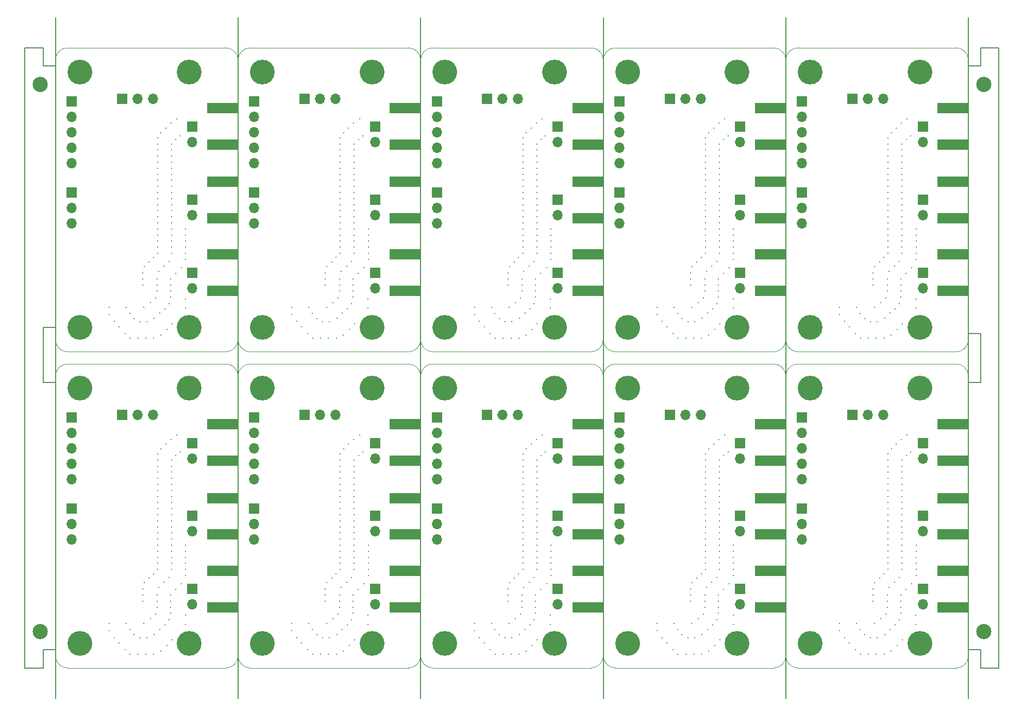
<source format=gbs>
G04 #@! TF.FileFunction,Soldermask,Bot*
%FSLAX46Y46*%
G04 Gerber Fmt 4.6, Leading zero omitted, Abs format (unit mm)*
G04 Created by KiCad (PCBNEW 4.0.6-e0-6349~53~ubuntu16.04.1) date Tue Jun 20 10:06:01 2017*
%MOMM*%
%LPD*%
G01*
G04 APERTURE LIST*
%ADD10C,0.200000*%
%ADD11C,0.100000*%
%ADD12C,2.500000*%
%ADD13C,0.200000*%
%ADD14R,5.080000X1.800000*%
%ADD15C,0.300000*%
%ADD16R,1.700000X1.700000*%
%ADD17O,1.700000X1.700000*%
%ADD18C,4.064000*%
G04 APERTURE END LIST*
D10*
X204000000Y-29000000D02*
X204000000Y-141000000D01*
X174000000Y-141000000D02*
X174000000Y-29000000D01*
X144000000Y-29000000D02*
X144000000Y-141000000D01*
X114000000Y-141000000D02*
X114000000Y-29000000D01*
X84000000Y-29000000D02*
X84000000Y-141000000D01*
X54000000Y-29000000D02*
X54000000Y-141000000D01*
X206000000Y-133000000D02*
X204000000Y-133000000D01*
X206000000Y-136000000D02*
X206000000Y-133000000D01*
X204000000Y-134000000D02*
X204000000Y-89000000D01*
X209000000Y-136000000D02*
X206000000Y-136000000D01*
D11*
X204000000Y-134000000D02*
X204000000Y-88000000D01*
X204000000Y-134000000D02*
X204000000Y-88000000D01*
X204000000Y-134000000D02*
X204000000Y-88000000D01*
X204000000Y-134000000D02*
X204000000Y-88000000D01*
X202000000Y-136000000D02*
G75*
G03X204000000Y-134000000I0J2000000D01*
G01*
X202000000Y-136000000D02*
G75*
G03X204000000Y-134000000I0J2000000D01*
G01*
X202000000Y-136000000D02*
G75*
G03X204000000Y-134000000I0J2000000D01*
G01*
X202000000Y-136000000D02*
G75*
G03X204000000Y-134000000I0J2000000D01*
G01*
D10*
X52000000Y-133000000D02*
X54000000Y-133000000D01*
X52000000Y-136000000D02*
X52000000Y-133000000D01*
X49000000Y-136000000D02*
X52000000Y-136000000D01*
X52000000Y-37000000D02*
X52000000Y-34000000D01*
X54000000Y-37000000D02*
X52000000Y-37000000D01*
X54000000Y-80000000D02*
X54000000Y-37000000D01*
X52000000Y-80000000D02*
X54000000Y-80000000D01*
X52000000Y-89000000D02*
X52000000Y-80000000D01*
X54000000Y-89000000D02*
X52000000Y-89000000D01*
X54000000Y-133000000D02*
X54000000Y-89000000D01*
X49000000Y-34000000D02*
X49000000Y-136000000D01*
X52000000Y-34000000D02*
X49000000Y-34000000D01*
X206000000Y-37000000D02*
X206000000Y-34000000D01*
X204000000Y-37000000D02*
X206000000Y-37000000D01*
X204000000Y-81000000D02*
X204000000Y-37000000D01*
X206000000Y-81000000D02*
X204000000Y-81000000D01*
X206000000Y-89000000D02*
X206000000Y-81000000D01*
X204000000Y-89000000D02*
X206000000Y-89000000D01*
X209000000Y-34000000D02*
X209000000Y-136000000D01*
X206000000Y-34000000D02*
X209000000Y-34000000D01*
D11*
X54000000Y-88000000D02*
X54000000Y-134000000D01*
X54000000Y-88000000D02*
X54000000Y-134000000D01*
X54000000Y-88000000D02*
X54000000Y-134000000D01*
X54000000Y-88000000D02*
X54000000Y-134000000D01*
X56000000Y-86000000D02*
G75*
G03X54000000Y-88000000I0J-2000000D01*
G01*
X56000000Y-86000000D02*
G75*
G03X54000000Y-88000000I0J-2000000D01*
G01*
X56000000Y-86000000D02*
G75*
G03X54000000Y-88000000I0J-2000000D01*
G01*
X56000000Y-86000000D02*
G75*
G03X54000000Y-88000000I0J-2000000D01*
G01*
X54000000Y-134000000D02*
G75*
G03X56000000Y-136000000I2000000J0D01*
G01*
X54000000Y-134000000D02*
G75*
G03X56000000Y-136000000I2000000J0D01*
G01*
X54000000Y-134000000D02*
G75*
G03X56000000Y-136000000I2000000J0D01*
G01*
X54000000Y-134000000D02*
G75*
G03X56000000Y-136000000I2000000J0D01*
G01*
X54000000Y-36000000D02*
X54000000Y-82000000D01*
X56000000Y-34000000D02*
G75*
G03X54000000Y-36000000I0J-2000000D01*
G01*
X54000000Y-82000000D02*
G75*
G03X56000000Y-84000000I2000000J0D01*
G01*
X54000000Y-82000000D02*
G75*
G03X56000000Y-84000000I2000000J0D01*
G01*
X56000000Y-34000000D02*
G75*
G03X54000000Y-36000000I0J-2000000D01*
G01*
X54000000Y-36000000D02*
X54000000Y-82000000D01*
X54000000Y-36000000D02*
X54000000Y-82000000D01*
X56000000Y-34000000D02*
G75*
G03X54000000Y-36000000I0J-2000000D01*
G01*
X54000000Y-82000000D02*
G75*
G03X56000000Y-84000000I2000000J0D01*
G01*
X54000000Y-82000000D02*
G75*
G03X56000000Y-84000000I2000000J0D01*
G01*
X56000000Y-34000000D02*
G75*
G03X54000000Y-36000000I0J-2000000D01*
G01*
X54000000Y-36000000D02*
X54000000Y-82000000D01*
X84000000Y-88000000D02*
X84000000Y-134000000D01*
X82000000Y-86000000D02*
X56000000Y-86000000D01*
X82000000Y-86000000D02*
X56000000Y-86000000D01*
X82000000Y-86000000D02*
X56000000Y-86000000D01*
X82000000Y-86000000D02*
X56000000Y-86000000D01*
X56000000Y-136000000D02*
X82000000Y-136000000D01*
X56000000Y-136000000D02*
X82000000Y-136000000D01*
X56000000Y-136000000D02*
X82000000Y-136000000D01*
X56000000Y-136000000D02*
X82000000Y-136000000D01*
X84000000Y-134000000D02*
X84000000Y-88000000D01*
X84000000Y-88000000D02*
X84000000Y-134000000D01*
X84000000Y-134000000D02*
X84000000Y-88000000D01*
X84000000Y-134000000D02*
X84000000Y-88000000D01*
X84000000Y-88000000D02*
X84000000Y-134000000D01*
X84000000Y-88000000D02*
G75*
G03X82000000Y-86000000I-2000000J0D01*
G01*
X86000000Y-86000000D02*
G75*
G03X84000000Y-88000000I0J-2000000D01*
G01*
X84000000Y-88000000D02*
G75*
G03X82000000Y-86000000I-2000000J0D01*
G01*
X86000000Y-86000000D02*
G75*
G03X84000000Y-88000000I0J-2000000D01*
G01*
X84000000Y-88000000D02*
G75*
G03X82000000Y-86000000I-2000000J0D01*
G01*
X84000000Y-88000000D02*
G75*
G03X82000000Y-86000000I-2000000J0D01*
G01*
X86000000Y-86000000D02*
G75*
G03X84000000Y-88000000I0J-2000000D01*
G01*
X174000000Y-134000000D02*
X174000000Y-88000000D01*
X174000000Y-88000000D02*
X174000000Y-134000000D01*
X174000000Y-88000000D02*
X174000000Y-134000000D01*
X176000000Y-86000000D02*
G75*
G03X174000000Y-88000000I0J-2000000D01*
G01*
X174000000Y-88000000D02*
G75*
G03X172000000Y-86000000I-2000000J0D01*
G01*
X176000000Y-86000000D02*
G75*
G03X174000000Y-88000000I0J-2000000D01*
G01*
X176000000Y-86000000D02*
G75*
G03X174000000Y-88000000I0J-2000000D01*
G01*
X174000000Y-88000000D02*
G75*
G03X172000000Y-86000000I-2000000J0D01*
G01*
X174000000Y-88000000D02*
G75*
G03X172000000Y-86000000I-2000000J0D01*
G01*
X176000000Y-86000000D02*
G75*
G03X174000000Y-88000000I0J-2000000D01*
G01*
X174000000Y-88000000D02*
G75*
G03X172000000Y-86000000I-2000000J0D01*
G01*
X174000000Y-88000000D02*
X174000000Y-134000000D01*
X174000000Y-134000000D02*
X174000000Y-88000000D01*
X174000000Y-134000000D02*
X174000000Y-88000000D01*
X174000000Y-88000000D02*
X174000000Y-134000000D01*
X174000000Y-134000000D02*
X174000000Y-88000000D01*
X176000000Y-136000000D02*
X202000000Y-136000000D01*
X176000000Y-136000000D02*
X202000000Y-136000000D01*
X176000000Y-136000000D02*
X202000000Y-136000000D01*
X176000000Y-136000000D02*
X202000000Y-136000000D01*
X174000000Y-134000000D02*
G75*
G03X176000000Y-136000000I2000000J0D01*
G01*
X172000000Y-136000000D02*
G75*
G03X174000000Y-134000000I0J2000000D01*
G01*
X174000000Y-134000000D02*
G75*
G03X176000000Y-136000000I2000000J0D01*
G01*
X174000000Y-134000000D02*
G75*
G03X176000000Y-136000000I2000000J0D01*
G01*
X172000000Y-136000000D02*
G75*
G03X174000000Y-134000000I0J2000000D01*
G01*
X172000000Y-136000000D02*
G75*
G03X174000000Y-134000000I0J2000000D01*
G01*
X174000000Y-134000000D02*
G75*
G03X176000000Y-136000000I2000000J0D01*
G01*
X172000000Y-136000000D02*
G75*
G03X174000000Y-134000000I0J2000000D01*
G01*
X202000000Y-86000000D02*
X176000000Y-86000000D01*
X204000000Y-88000000D02*
G75*
G03X202000000Y-86000000I-2000000J0D01*
G01*
X202000000Y-86000000D02*
X176000000Y-86000000D01*
X202000000Y-86000000D02*
X176000000Y-86000000D01*
X204000000Y-88000000D02*
G75*
G03X202000000Y-86000000I-2000000J0D01*
G01*
X204000000Y-88000000D02*
G75*
G03X202000000Y-86000000I-2000000J0D01*
G01*
X202000000Y-86000000D02*
X176000000Y-86000000D01*
X204000000Y-88000000D02*
G75*
G03X202000000Y-86000000I-2000000J0D01*
G01*
X112000000Y-86000000D02*
X86000000Y-86000000D01*
X86000000Y-86000000D02*
G75*
G03X84000000Y-88000000I0J-2000000D01*
G01*
X112000000Y-86000000D02*
X86000000Y-86000000D01*
X112000000Y-86000000D02*
X86000000Y-86000000D01*
X112000000Y-86000000D02*
X86000000Y-86000000D01*
X84000000Y-88000000D02*
X84000000Y-134000000D01*
X82000000Y-136000000D02*
G75*
G03X84000000Y-134000000I0J2000000D01*
G01*
X84000000Y-134000000D02*
G75*
G03X86000000Y-136000000I2000000J0D01*
G01*
X82000000Y-136000000D02*
G75*
G03X84000000Y-134000000I0J2000000D01*
G01*
X84000000Y-134000000D02*
G75*
G03X86000000Y-136000000I2000000J0D01*
G01*
X84000000Y-134000000D02*
X84000000Y-88000000D01*
X86000000Y-136000000D02*
X112000000Y-136000000D01*
X84000000Y-134000000D02*
G75*
G03X86000000Y-136000000I2000000J0D01*
G01*
X82000000Y-136000000D02*
G75*
G03X84000000Y-134000000I0J2000000D01*
G01*
X82000000Y-136000000D02*
G75*
G03X84000000Y-134000000I0J2000000D01*
G01*
X84000000Y-134000000D02*
G75*
G03X86000000Y-136000000I2000000J0D01*
G01*
X86000000Y-136000000D02*
X112000000Y-136000000D01*
X86000000Y-136000000D02*
X112000000Y-136000000D01*
X86000000Y-136000000D02*
X112000000Y-136000000D01*
X112000000Y-136000000D02*
G75*
G03X114000000Y-134000000I0J2000000D01*
G01*
X112000000Y-136000000D02*
G75*
G03X114000000Y-134000000I0J2000000D01*
G01*
X112000000Y-136000000D02*
G75*
G03X114000000Y-134000000I0J2000000D01*
G01*
X112000000Y-136000000D02*
G75*
G03X114000000Y-134000000I0J2000000D01*
G01*
X114000000Y-88000000D02*
G75*
G03X112000000Y-86000000I-2000000J0D01*
G01*
X114000000Y-88000000D02*
G75*
G03X112000000Y-86000000I-2000000J0D01*
G01*
X114000000Y-88000000D02*
G75*
G03X112000000Y-86000000I-2000000J0D01*
G01*
X114000000Y-88000000D02*
G75*
G03X112000000Y-86000000I-2000000J0D01*
G01*
X146000000Y-136000000D02*
X172000000Y-136000000D01*
X146000000Y-136000000D02*
X172000000Y-136000000D01*
X146000000Y-136000000D02*
X172000000Y-136000000D01*
X146000000Y-136000000D02*
X172000000Y-136000000D01*
X144000000Y-134000000D02*
G75*
G03X146000000Y-136000000I2000000J0D01*
G01*
X144000000Y-134000000D02*
G75*
G03X146000000Y-136000000I2000000J0D01*
G01*
X144000000Y-134000000D02*
G75*
G03X146000000Y-136000000I2000000J0D01*
G01*
X144000000Y-88000000D02*
X144000000Y-134000000D01*
X144000000Y-134000000D02*
X144000000Y-88000000D01*
X144000000Y-134000000D02*
X144000000Y-88000000D01*
X144000000Y-88000000D02*
X144000000Y-134000000D01*
X144000000Y-88000000D02*
X144000000Y-134000000D01*
X144000000Y-134000000D02*
X144000000Y-88000000D01*
X144000000Y-134000000D02*
X144000000Y-88000000D01*
X142000000Y-136000000D02*
G75*
G03X144000000Y-134000000I0J2000000D01*
G01*
X144000000Y-134000000D02*
G75*
G03X146000000Y-136000000I2000000J0D01*
G01*
X142000000Y-136000000D02*
G75*
G03X144000000Y-134000000I0J2000000D01*
G01*
X142000000Y-136000000D02*
G75*
G03X144000000Y-134000000I0J2000000D01*
G01*
X142000000Y-136000000D02*
G75*
G03X144000000Y-134000000I0J2000000D01*
G01*
X116000000Y-136000000D02*
X142000000Y-136000000D01*
X114000000Y-134000000D02*
G75*
G03X116000000Y-136000000I2000000J0D01*
G01*
X116000000Y-136000000D02*
X142000000Y-136000000D01*
X116000000Y-136000000D02*
X142000000Y-136000000D01*
X114000000Y-134000000D02*
G75*
G03X116000000Y-136000000I2000000J0D01*
G01*
X114000000Y-134000000D02*
G75*
G03X116000000Y-136000000I2000000J0D01*
G01*
X116000000Y-136000000D02*
X142000000Y-136000000D01*
X114000000Y-134000000D02*
G75*
G03X116000000Y-136000000I2000000J0D01*
G01*
X114000000Y-88000000D02*
X114000000Y-134000000D01*
X114000000Y-134000000D02*
X114000000Y-88000000D01*
X114000000Y-88000000D02*
X114000000Y-134000000D01*
X114000000Y-134000000D02*
X114000000Y-88000000D01*
X114000000Y-88000000D02*
X114000000Y-134000000D01*
X114000000Y-88000000D02*
X114000000Y-134000000D01*
X114000000Y-134000000D02*
X114000000Y-88000000D01*
X114000000Y-134000000D02*
X114000000Y-88000000D01*
X142000000Y-86000000D02*
X116000000Y-86000000D01*
X116000000Y-86000000D02*
G75*
G03X114000000Y-88000000I0J-2000000D01*
G01*
X116000000Y-86000000D02*
G75*
G03X114000000Y-88000000I0J-2000000D01*
G01*
X142000000Y-86000000D02*
X116000000Y-86000000D01*
X142000000Y-86000000D02*
X116000000Y-86000000D01*
X116000000Y-86000000D02*
G75*
G03X114000000Y-88000000I0J-2000000D01*
G01*
X142000000Y-86000000D02*
X116000000Y-86000000D01*
X116000000Y-86000000D02*
G75*
G03X114000000Y-88000000I0J-2000000D01*
G01*
X144000000Y-88000000D02*
G75*
G03X142000000Y-86000000I-2000000J0D01*
G01*
X144000000Y-88000000D02*
X144000000Y-134000000D01*
X144000000Y-88000000D02*
G75*
G03X142000000Y-86000000I-2000000J0D01*
G01*
X144000000Y-88000000D02*
G75*
G03X142000000Y-86000000I-2000000J0D01*
G01*
X144000000Y-88000000D02*
G75*
G03X142000000Y-86000000I-2000000J0D01*
G01*
X172000000Y-86000000D02*
X146000000Y-86000000D01*
X146000000Y-86000000D02*
G75*
G03X144000000Y-88000000I0J-2000000D01*
G01*
X172000000Y-86000000D02*
X146000000Y-86000000D01*
X172000000Y-86000000D02*
X146000000Y-86000000D01*
X146000000Y-86000000D02*
G75*
G03X144000000Y-88000000I0J-2000000D01*
G01*
X146000000Y-86000000D02*
G75*
G03X144000000Y-88000000I0J-2000000D01*
G01*
X172000000Y-86000000D02*
X146000000Y-86000000D01*
X146000000Y-86000000D02*
G75*
G03X144000000Y-88000000I0J-2000000D01*
G01*
X174000000Y-36000000D02*
X174000000Y-82000000D01*
X176000000Y-84000000D02*
X202000000Y-84000000D01*
X204000000Y-82000000D02*
X204000000Y-36000000D01*
X202000000Y-34000000D02*
X176000000Y-34000000D01*
X176000000Y-34000000D02*
G75*
G03X174000000Y-36000000I0J-2000000D01*
G01*
X204000000Y-36000000D02*
G75*
G03X202000000Y-34000000I-2000000J0D01*
G01*
X174000000Y-82000000D02*
G75*
G03X176000000Y-84000000I2000000J0D01*
G01*
X202000000Y-84000000D02*
G75*
G03X204000000Y-82000000I0J2000000D01*
G01*
X144000000Y-36000000D02*
X144000000Y-82000000D01*
X146000000Y-84000000D02*
X172000000Y-84000000D01*
X174000000Y-82000000D02*
X174000000Y-36000000D01*
X172000000Y-34000000D02*
X146000000Y-34000000D01*
X146000000Y-34000000D02*
G75*
G03X144000000Y-36000000I0J-2000000D01*
G01*
X174000000Y-36000000D02*
G75*
G03X172000000Y-34000000I-2000000J0D01*
G01*
X144000000Y-82000000D02*
G75*
G03X146000000Y-84000000I2000000J0D01*
G01*
X172000000Y-84000000D02*
G75*
G03X174000000Y-82000000I0J2000000D01*
G01*
X114000000Y-36000000D02*
X114000000Y-82000000D01*
X116000000Y-84000000D02*
X142000000Y-84000000D01*
X144000000Y-82000000D02*
X144000000Y-36000000D01*
X142000000Y-34000000D02*
X116000000Y-34000000D01*
X116000000Y-34000000D02*
G75*
G03X114000000Y-36000000I0J-2000000D01*
G01*
X144000000Y-36000000D02*
G75*
G03X142000000Y-34000000I-2000000J0D01*
G01*
X114000000Y-82000000D02*
G75*
G03X116000000Y-84000000I2000000J0D01*
G01*
X142000000Y-84000000D02*
G75*
G03X144000000Y-82000000I0J2000000D01*
G01*
X84000000Y-36000000D02*
X84000000Y-82000000D01*
X86000000Y-84000000D02*
X112000000Y-84000000D01*
X114000000Y-82000000D02*
X114000000Y-36000000D01*
X112000000Y-34000000D02*
X86000000Y-34000000D01*
X86000000Y-34000000D02*
G75*
G03X84000000Y-36000000I0J-2000000D01*
G01*
X114000000Y-36000000D02*
G75*
G03X112000000Y-34000000I-2000000J0D01*
G01*
X84000000Y-82000000D02*
G75*
G03X86000000Y-84000000I2000000J0D01*
G01*
X112000000Y-84000000D02*
G75*
G03X114000000Y-82000000I0J2000000D01*
G01*
X56000000Y-84000000D02*
X82000000Y-84000000D01*
X84000000Y-82000000D02*
X84000000Y-36000000D01*
X82000000Y-34000000D02*
X56000000Y-34000000D01*
X84000000Y-36000000D02*
G75*
G03X82000000Y-34000000I-2000000J0D01*
G01*
X82000000Y-84000000D02*
G75*
G03X84000000Y-82000000I0J2000000D01*
G01*
X82000000Y-84000000D02*
G75*
G03X84000000Y-82000000I0J2000000D01*
G01*
X84000000Y-36000000D02*
G75*
G03X82000000Y-34000000I-2000000J0D01*
G01*
X82000000Y-34000000D02*
X56000000Y-34000000D01*
X84000000Y-82000000D02*
X84000000Y-36000000D01*
X56000000Y-84000000D02*
X82000000Y-84000000D01*
X112000000Y-84000000D02*
G75*
G03X114000000Y-82000000I0J2000000D01*
G01*
X84000000Y-82000000D02*
G75*
G03X86000000Y-84000000I2000000J0D01*
G01*
X114000000Y-36000000D02*
G75*
G03X112000000Y-34000000I-2000000J0D01*
G01*
X86000000Y-34000000D02*
G75*
G03X84000000Y-36000000I0J-2000000D01*
G01*
X112000000Y-34000000D02*
X86000000Y-34000000D01*
X114000000Y-82000000D02*
X114000000Y-36000000D01*
X86000000Y-84000000D02*
X112000000Y-84000000D01*
X84000000Y-36000000D02*
X84000000Y-82000000D01*
X142000000Y-84000000D02*
G75*
G03X144000000Y-82000000I0J2000000D01*
G01*
X114000000Y-82000000D02*
G75*
G03X116000000Y-84000000I2000000J0D01*
G01*
X144000000Y-36000000D02*
G75*
G03X142000000Y-34000000I-2000000J0D01*
G01*
X116000000Y-34000000D02*
G75*
G03X114000000Y-36000000I0J-2000000D01*
G01*
X142000000Y-34000000D02*
X116000000Y-34000000D01*
X144000000Y-82000000D02*
X144000000Y-36000000D01*
X116000000Y-84000000D02*
X142000000Y-84000000D01*
X114000000Y-36000000D02*
X114000000Y-82000000D01*
X172000000Y-84000000D02*
G75*
G03X174000000Y-82000000I0J2000000D01*
G01*
X144000000Y-82000000D02*
G75*
G03X146000000Y-84000000I2000000J0D01*
G01*
X174000000Y-36000000D02*
G75*
G03X172000000Y-34000000I-2000000J0D01*
G01*
X146000000Y-34000000D02*
G75*
G03X144000000Y-36000000I0J-2000000D01*
G01*
X172000000Y-34000000D02*
X146000000Y-34000000D01*
X174000000Y-82000000D02*
X174000000Y-36000000D01*
X146000000Y-84000000D02*
X172000000Y-84000000D01*
X144000000Y-36000000D02*
X144000000Y-82000000D01*
X202000000Y-84000000D02*
G75*
G03X204000000Y-82000000I0J2000000D01*
G01*
X174000000Y-82000000D02*
G75*
G03X176000000Y-84000000I2000000J0D01*
G01*
X204000000Y-36000000D02*
G75*
G03X202000000Y-34000000I-2000000J0D01*
G01*
X176000000Y-34000000D02*
G75*
G03X174000000Y-36000000I0J-2000000D01*
G01*
X202000000Y-34000000D02*
X176000000Y-34000000D01*
X204000000Y-82000000D02*
X204000000Y-36000000D01*
X176000000Y-84000000D02*
X202000000Y-84000000D01*
X174000000Y-36000000D02*
X174000000Y-82000000D01*
X174000000Y-36000000D02*
X174000000Y-82000000D01*
X176000000Y-84000000D02*
X202000000Y-84000000D01*
X204000000Y-82000000D02*
X204000000Y-36000000D01*
X202000000Y-34000000D02*
X176000000Y-34000000D01*
X176000000Y-34000000D02*
G75*
G03X174000000Y-36000000I0J-2000000D01*
G01*
X204000000Y-36000000D02*
G75*
G03X202000000Y-34000000I-2000000J0D01*
G01*
X174000000Y-82000000D02*
G75*
G03X176000000Y-84000000I2000000J0D01*
G01*
X202000000Y-84000000D02*
G75*
G03X204000000Y-82000000I0J2000000D01*
G01*
X144000000Y-36000000D02*
X144000000Y-82000000D01*
X146000000Y-84000000D02*
X172000000Y-84000000D01*
X174000000Y-82000000D02*
X174000000Y-36000000D01*
X172000000Y-34000000D02*
X146000000Y-34000000D01*
X146000000Y-34000000D02*
G75*
G03X144000000Y-36000000I0J-2000000D01*
G01*
X174000000Y-36000000D02*
G75*
G03X172000000Y-34000000I-2000000J0D01*
G01*
X144000000Y-82000000D02*
G75*
G03X146000000Y-84000000I2000000J0D01*
G01*
X172000000Y-84000000D02*
G75*
G03X174000000Y-82000000I0J2000000D01*
G01*
X114000000Y-36000000D02*
X114000000Y-82000000D01*
X116000000Y-84000000D02*
X142000000Y-84000000D01*
X144000000Y-82000000D02*
X144000000Y-36000000D01*
X142000000Y-34000000D02*
X116000000Y-34000000D01*
X116000000Y-34000000D02*
G75*
G03X114000000Y-36000000I0J-2000000D01*
G01*
X144000000Y-36000000D02*
G75*
G03X142000000Y-34000000I-2000000J0D01*
G01*
X114000000Y-82000000D02*
G75*
G03X116000000Y-84000000I2000000J0D01*
G01*
X142000000Y-84000000D02*
G75*
G03X144000000Y-82000000I0J2000000D01*
G01*
X84000000Y-36000000D02*
X84000000Y-82000000D01*
X86000000Y-84000000D02*
X112000000Y-84000000D01*
X114000000Y-82000000D02*
X114000000Y-36000000D01*
X112000000Y-34000000D02*
X86000000Y-34000000D01*
X86000000Y-34000000D02*
G75*
G03X84000000Y-36000000I0J-2000000D01*
G01*
X114000000Y-36000000D02*
G75*
G03X112000000Y-34000000I-2000000J0D01*
G01*
X84000000Y-82000000D02*
G75*
G03X86000000Y-84000000I2000000J0D01*
G01*
X112000000Y-84000000D02*
G75*
G03X114000000Y-82000000I0J2000000D01*
G01*
X56000000Y-84000000D02*
X82000000Y-84000000D01*
X84000000Y-82000000D02*
X84000000Y-36000000D01*
X82000000Y-34000000D02*
X56000000Y-34000000D01*
X84000000Y-36000000D02*
G75*
G03X82000000Y-34000000I-2000000J0D01*
G01*
X82000000Y-84000000D02*
G75*
G03X84000000Y-82000000I0J2000000D01*
G01*
X82000000Y-84000000D02*
G75*
G03X84000000Y-82000000I0J2000000D01*
G01*
X84000000Y-36000000D02*
G75*
G03X82000000Y-34000000I-2000000J0D01*
G01*
X82000000Y-34000000D02*
X56000000Y-34000000D01*
X84000000Y-82000000D02*
X84000000Y-36000000D01*
X56000000Y-84000000D02*
X82000000Y-84000000D01*
X112000000Y-84000000D02*
G75*
G03X114000000Y-82000000I0J2000000D01*
G01*
X84000000Y-82000000D02*
G75*
G03X86000000Y-84000000I2000000J0D01*
G01*
X114000000Y-36000000D02*
G75*
G03X112000000Y-34000000I-2000000J0D01*
G01*
X86000000Y-34000000D02*
G75*
G03X84000000Y-36000000I0J-2000000D01*
G01*
X112000000Y-34000000D02*
X86000000Y-34000000D01*
X114000000Y-82000000D02*
X114000000Y-36000000D01*
X86000000Y-84000000D02*
X112000000Y-84000000D01*
X84000000Y-36000000D02*
X84000000Y-82000000D01*
X142000000Y-84000000D02*
G75*
G03X144000000Y-82000000I0J2000000D01*
G01*
X114000000Y-82000000D02*
G75*
G03X116000000Y-84000000I2000000J0D01*
G01*
X144000000Y-36000000D02*
G75*
G03X142000000Y-34000000I-2000000J0D01*
G01*
X116000000Y-34000000D02*
G75*
G03X114000000Y-36000000I0J-2000000D01*
G01*
X142000000Y-34000000D02*
X116000000Y-34000000D01*
X144000000Y-82000000D02*
X144000000Y-36000000D01*
X116000000Y-84000000D02*
X142000000Y-84000000D01*
X114000000Y-36000000D02*
X114000000Y-82000000D01*
X172000000Y-84000000D02*
G75*
G03X174000000Y-82000000I0J2000000D01*
G01*
X144000000Y-82000000D02*
G75*
G03X146000000Y-84000000I2000000J0D01*
G01*
X174000000Y-36000000D02*
G75*
G03X172000000Y-34000000I-2000000J0D01*
G01*
X146000000Y-34000000D02*
G75*
G03X144000000Y-36000000I0J-2000000D01*
G01*
X172000000Y-34000000D02*
X146000000Y-34000000D01*
X174000000Y-82000000D02*
X174000000Y-36000000D01*
X146000000Y-84000000D02*
X172000000Y-84000000D01*
X144000000Y-36000000D02*
X144000000Y-82000000D01*
X202000000Y-84000000D02*
G75*
G03X204000000Y-82000000I0J2000000D01*
G01*
X174000000Y-82000000D02*
G75*
G03X176000000Y-84000000I2000000J0D01*
G01*
X204000000Y-36000000D02*
G75*
G03X202000000Y-34000000I-2000000J0D01*
G01*
X176000000Y-34000000D02*
G75*
G03X174000000Y-36000000I0J-2000000D01*
G01*
X202000000Y-34000000D02*
X176000000Y-34000000D01*
X204000000Y-82000000D02*
X204000000Y-36000000D01*
X176000000Y-84000000D02*
X202000000Y-84000000D01*
X174000000Y-36000000D02*
X174000000Y-82000000D01*
D12*
X206500000Y-40000000D03*
X51500000Y-40000000D03*
X51500000Y-130000000D03*
D13*
X130800000Y-110800000D03*
X130800000Y-110800000D03*
X133100000Y-110800000D03*
X133100000Y-110800000D03*
X133100000Y-110800000D03*
X133100000Y-113800000D03*
X133100000Y-113800000D03*
X133100000Y-112800000D03*
X133100000Y-112800000D03*
X133100000Y-112800000D03*
X133100000Y-112800000D03*
X133100000Y-113800000D03*
X133100000Y-113800000D03*
X133100000Y-111800000D03*
X133100000Y-111800000D03*
X133100000Y-110800000D03*
X133100000Y-111800000D03*
X133100000Y-111800000D03*
X133100000Y-114800000D03*
X133100000Y-114800000D03*
X133100000Y-114800000D03*
X133100000Y-114800000D03*
X133100000Y-116800000D03*
X133100000Y-116800000D03*
X133100000Y-115800000D03*
X133100000Y-115800000D03*
X133100000Y-115800000D03*
X133100000Y-115800000D03*
X133100000Y-117800000D03*
X133100000Y-117800000D03*
X133100000Y-117800000D03*
X133100000Y-116800000D03*
X133100000Y-116800000D03*
X135400000Y-115800000D03*
X135400000Y-115800000D03*
X135400000Y-116800000D03*
X135400000Y-115800000D03*
X135400000Y-115800000D03*
X135400000Y-117800000D03*
X135400000Y-116800000D03*
X135400000Y-117800000D03*
X135400000Y-117800000D03*
X135400000Y-116800000D03*
X135400000Y-116800000D03*
X135400000Y-117800000D03*
X133100000Y-119800000D03*
X133100000Y-119800000D03*
X133100000Y-119800000D03*
X133100000Y-119800000D03*
X135400000Y-118800000D03*
X135400000Y-118800000D03*
X135400000Y-118800000D03*
X135400000Y-119800000D03*
X135400000Y-118800000D03*
X135400000Y-119800000D03*
X135400000Y-120800000D03*
X135400000Y-119800000D03*
X135400000Y-120800000D03*
X135400000Y-119800000D03*
X135400000Y-120800000D03*
X135400000Y-120800000D03*
X133100000Y-118800000D03*
X133100000Y-117800000D03*
X133100000Y-118800000D03*
X133100000Y-118800000D03*
X133100000Y-118800000D03*
X131950000Y-128900000D03*
X131950000Y-128900000D03*
X131950000Y-128900000D03*
X131150000Y-129650000D03*
X131950000Y-128900000D03*
X132900000Y-124000000D03*
X133750000Y-123100000D03*
X132900000Y-124000000D03*
X132900000Y-124000000D03*
X133750000Y-123100000D03*
X132900000Y-124000000D03*
X133750000Y-123100000D03*
X132900000Y-125000000D03*
X132900000Y-126000000D03*
X132900000Y-125000000D03*
X132900000Y-125000000D03*
X132900000Y-125000000D03*
X132900000Y-126000000D03*
X132650000Y-128050000D03*
X132650000Y-128050000D03*
X135350000Y-127350000D03*
X132650000Y-128050000D03*
X132650000Y-128050000D03*
X135350000Y-128800000D03*
X135350000Y-127350000D03*
X135350000Y-128800000D03*
X135350000Y-128800000D03*
X135350000Y-128800000D03*
X135350000Y-127350000D03*
X135350000Y-127350000D03*
X134700000Y-122150000D03*
X134700000Y-122150000D03*
X133750000Y-123100000D03*
X134700000Y-122150000D03*
X134700000Y-122150000D03*
X132900000Y-127000000D03*
X132900000Y-127000000D03*
X132900000Y-127000000D03*
X132900000Y-127000000D03*
X132900000Y-126000000D03*
X132900000Y-126000000D03*
D14*
X141460000Y-120000000D03*
D15*
X143500000Y-120000000D03*
X139500000Y-120000000D03*
X140500000Y-120500000D03*
X140500000Y-119500000D03*
X141500000Y-120000000D03*
X142500000Y-120500000D03*
X142500000Y-119500000D03*
X143500000Y-126000000D03*
X139500000Y-126000000D03*
X140500000Y-126500000D03*
X140500000Y-125500000D03*
X141500000Y-126000000D03*
X142500000Y-126500000D03*
X142500000Y-125500000D03*
D14*
X141460000Y-126000000D03*
D16*
X136500000Y-123000000D03*
D17*
X136500000Y-125540000D03*
D16*
X136500000Y-123000000D03*
D17*
X136500000Y-125540000D03*
D14*
X141460000Y-120000000D03*
D15*
X143500000Y-120000000D03*
X139500000Y-120000000D03*
X140500000Y-120500000D03*
X140500000Y-119500000D03*
X141500000Y-120000000D03*
X142500000Y-120500000D03*
X142500000Y-119500000D03*
X143500000Y-126000000D03*
X139500000Y-126000000D03*
X140500000Y-126500000D03*
X140500000Y-125500000D03*
X141500000Y-126000000D03*
X142500000Y-126500000D03*
X142500000Y-125500000D03*
D14*
X141460000Y-126000000D03*
X141460000Y-120000000D03*
D15*
X143500000Y-120000000D03*
X139500000Y-120000000D03*
X140500000Y-120500000D03*
X140500000Y-119500000D03*
X141500000Y-120000000D03*
X142500000Y-120500000D03*
X142500000Y-119500000D03*
X143500000Y-126000000D03*
X139500000Y-126000000D03*
X140500000Y-126500000D03*
X140500000Y-125500000D03*
X141500000Y-126000000D03*
X142500000Y-126500000D03*
X142500000Y-125500000D03*
D14*
X141460000Y-126000000D03*
X141460000Y-120000000D03*
D15*
X143500000Y-120000000D03*
X139500000Y-120000000D03*
X140500000Y-120500000D03*
X140500000Y-119500000D03*
X141500000Y-120000000D03*
X142500000Y-120500000D03*
X142500000Y-119500000D03*
X143500000Y-126000000D03*
X139500000Y-126000000D03*
X140500000Y-126500000D03*
X140500000Y-125500000D03*
X141500000Y-126000000D03*
X142500000Y-126500000D03*
X142500000Y-125500000D03*
D14*
X141460000Y-126000000D03*
D16*
X136500000Y-123000000D03*
D17*
X136500000Y-125540000D03*
D16*
X136500000Y-123000000D03*
D17*
X136500000Y-125540000D03*
D13*
X132300000Y-132300000D03*
X133150000Y-131350000D03*
X132300000Y-132300000D03*
X132300000Y-132300000D03*
X132300000Y-132300000D03*
X133150000Y-131350000D03*
X133150000Y-131350000D03*
X133150000Y-131350000D03*
D18*
X136000000Y-132000000D03*
X136000000Y-132000000D03*
X136000000Y-132000000D03*
X136000000Y-132000000D03*
D13*
X132650000Y-121150000D03*
X131850000Y-121900000D03*
X131850000Y-121900000D03*
X132650000Y-121150000D03*
X132650000Y-121150000D03*
X131850000Y-121900000D03*
X131850000Y-121900000D03*
X132650000Y-121150000D03*
D16*
X136500000Y-111000000D03*
D17*
X136500000Y-113540000D03*
D16*
X136500000Y-111000000D03*
D17*
X136500000Y-113540000D03*
D16*
X136500000Y-111000000D03*
D17*
X136500000Y-113540000D03*
D16*
X136500000Y-111000000D03*
D17*
X136500000Y-113540000D03*
D13*
X160800000Y-110800000D03*
X160800000Y-110800000D03*
X160800000Y-110800000D03*
X160800000Y-114800000D03*
X160800000Y-113800000D03*
X160800000Y-113800000D03*
X160800000Y-114800000D03*
X160800000Y-113800000D03*
X160800000Y-114800000D03*
D16*
X146650000Y-109760000D03*
D17*
X146650000Y-112300000D03*
X146650000Y-114840000D03*
D16*
X146650000Y-109760000D03*
D17*
X146650000Y-112300000D03*
X146650000Y-114840000D03*
D16*
X146650000Y-109760000D03*
D17*
X146650000Y-112300000D03*
X146650000Y-114840000D03*
D16*
X146650000Y-109760000D03*
D17*
X146650000Y-112300000D03*
X146650000Y-114840000D03*
D14*
X141460000Y-108050000D03*
D15*
X143500000Y-108050000D03*
X139500000Y-108050000D03*
X140500000Y-108550000D03*
X140500000Y-107550000D03*
X141500000Y-108050000D03*
X142500000Y-108550000D03*
X142500000Y-107550000D03*
X143500000Y-114050000D03*
X139500000Y-114050000D03*
X140500000Y-114550000D03*
X140500000Y-113550000D03*
X141500000Y-114050000D03*
X142500000Y-114550000D03*
X142500000Y-113550000D03*
D14*
X141460000Y-114050000D03*
X141460000Y-108050000D03*
D15*
X143500000Y-108050000D03*
X139500000Y-108050000D03*
X140500000Y-108550000D03*
X140500000Y-107550000D03*
X141500000Y-108050000D03*
X142500000Y-108550000D03*
X142500000Y-107550000D03*
X143500000Y-114050000D03*
X139500000Y-114050000D03*
X140500000Y-114550000D03*
X140500000Y-113550000D03*
X141500000Y-114050000D03*
X142500000Y-114550000D03*
X142500000Y-113550000D03*
D14*
X141460000Y-114050000D03*
X141460000Y-108050000D03*
D15*
X143500000Y-108050000D03*
X139500000Y-108050000D03*
X140500000Y-108550000D03*
X140500000Y-107550000D03*
X141500000Y-108050000D03*
X142500000Y-108550000D03*
X142500000Y-107550000D03*
X143500000Y-114050000D03*
X139500000Y-114050000D03*
X140500000Y-114550000D03*
X140500000Y-113550000D03*
X141500000Y-114050000D03*
X142500000Y-114550000D03*
X142500000Y-113550000D03*
D14*
X141460000Y-114050000D03*
X141460000Y-108050000D03*
D15*
X143500000Y-108050000D03*
X139500000Y-108050000D03*
X140500000Y-108550000D03*
X140500000Y-107550000D03*
X141500000Y-108050000D03*
X142500000Y-108550000D03*
X142500000Y-107550000D03*
X143500000Y-114050000D03*
X139500000Y-114050000D03*
X140500000Y-114550000D03*
X140500000Y-113550000D03*
X141500000Y-114050000D03*
X142500000Y-114550000D03*
X142500000Y-113550000D03*
D14*
X141460000Y-114050000D03*
D13*
X160800000Y-111800000D03*
X160800000Y-112800000D03*
X160800000Y-111800000D03*
X160800000Y-112800000D03*
X160800000Y-111800000D03*
X160800000Y-112800000D03*
D18*
X166000000Y-132000000D03*
X166000000Y-132000000D03*
X166000000Y-132000000D03*
X166000000Y-132000000D03*
D13*
X163150000Y-131350000D03*
X162300000Y-132300000D03*
X163150000Y-131350000D03*
X162300000Y-132300000D03*
X163150000Y-131350000D03*
X162300000Y-132300000D03*
X163150000Y-131350000D03*
X162300000Y-132300000D03*
X161950000Y-128900000D03*
X161150000Y-129650000D03*
X161950000Y-128900000D03*
X161950000Y-128900000D03*
X162650000Y-128050000D03*
X162650000Y-128050000D03*
X161950000Y-128900000D03*
X162650000Y-128050000D03*
X162650000Y-128050000D03*
X165350000Y-128800000D03*
X165350000Y-128800000D03*
X165350000Y-128800000D03*
X165350000Y-128800000D03*
D14*
X171460000Y-108050000D03*
D15*
X173500000Y-108050000D03*
X169500000Y-108050000D03*
X170500000Y-108550000D03*
X170500000Y-107550000D03*
X171500000Y-108050000D03*
X172500000Y-108550000D03*
X172500000Y-107550000D03*
X173500000Y-114050000D03*
X169500000Y-114050000D03*
X170500000Y-114550000D03*
X170500000Y-113550000D03*
X171500000Y-114050000D03*
X172500000Y-114550000D03*
X172500000Y-113550000D03*
D14*
X171460000Y-114050000D03*
X171460000Y-108050000D03*
D15*
X173500000Y-108050000D03*
X169500000Y-108050000D03*
X170500000Y-108550000D03*
X170500000Y-107550000D03*
X171500000Y-108050000D03*
X172500000Y-108550000D03*
X172500000Y-107550000D03*
X173500000Y-114050000D03*
X169500000Y-114050000D03*
X170500000Y-114550000D03*
X170500000Y-113550000D03*
X171500000Y-114050000D03*
X172500000Y-114550000D03*
X172500000Y-113550000D03*
D14*
X171460000Y-114050000D03*
D16*
X166500000Y-111000000D03*
D17*
X166500000Y-113540000D03*
D14*
X171460000Y-108050000D03*
D15*
X173500000Y-108050000D03*
X169500000Y-108050000D03*
X170500000Y-108550000D03*
X170500000Y-107550000D03*
X171500000Y-108050000D03*
X172500000Y-108550000D03*
X172500000Y-107550000D03*
X173500000Y-114050000D03*
X169500000Y-114050000D03*
X170500000Y-114550000D03*
X170500000Y-113550000D03*
X171500000Y-114050000D03*
X172500000Y-114550000D03*
X172500000Y-113550000D03*
D14*
X171460000Y-114050000D03*
D16*
X166500000Y-111000000D03*
D17*
X166500000Y-113540000D03*
D16*
X166500000Y-111000000D03*
D17*
X166500000Y-113540000D03*
D14*
X171460000Y-108050000D03*
D15*
X173500000Y-108050000D03*
X169500000Y-108050000D03*
X170500000Y-108550000D03*
X170500000Y-107550000D03*
X171500000Y-108050000D03*
X172500000Y-108550000D03*
X172500000Y-107550000D03*
X173500000Y-114050000D03*
X169500000Y-114050000D03*
X170500000Y-114550000D03*
X170500000Y-113550000D03*
X171500000Y-114050000D03*
X172500000Y-114550000D03*
X172500000Y-113550000D03*
D14*
X171460000Y-114050000D03*
D16*
X166500000Y-111000000D03*
D17*
X166500000Y-113540000D03*
D13*
X163100000Y-114800000D03*
X163100000Y-114800000D03*
X163100000Y-114800000D03*
X163100000Y-114800000D03*
X163100000Y-113800000D03*
X163100000Y-113800000D03*
X163100000Y-113800000D03*
X163100000Y-112800000D03*
X163100000Y-112800000D03*
X163100000Y-112800000D03*
X163100000Y-112800000D03*
X163100000Y-113800000D03*
D16*
X176650000Y-109760000D03*
D17*
X176650000Y-112300000D03*
X176650000Y-114840000D03*
D16*
X176650000Y-109760000D03*
D17*
X176650000Y-112300000D03*
X176650000Y-114840000D03*
D16*
X176650000Y-109760000D03*
D17*
X176650000Y-112300000D03*
X176650000Y-114840000D03*
D16*
X176650000Y-109760000D03*
D17*
X176650000Y-112300000D03*
X176650000Y-114840000D03*
D13*
X165350000Y-127350000D03*
X165350000Y-127350000D03*
X165350000Y-127350000D03*
X165350000Y-127350000D03*
D16*
X166500000Y-123000000D03*
D17*
X166500000Y-125540000D03*
D13*
X162900000Y-127000000D03*
X162900000Y-127000000D03*
X162900000Y-126000000D03*
X162900000Y-126000000D03*
X162900000Y-127000000D03*
X162900000Y-127000000D03*
X160800000Y-119800000D03*
X163100000Y-119800000D03*
X163100000Y-119800000D03*
X163100000Y-119800000D03*
X163100000Y-119800000D03*
X162900000Y-124000000D03*
X163750000Y-123100000D03*
X163750000Y-123100000D03*
X163750000Y-123100000D03*
X162900000Y-124000000D03*
X163750000Y-123100000D03*
X162900000Y-124000000D03*
X162900000Y-124000000D03*
X162650000Y-121150000D03*
X161850000Y-121900000D03*
X162650000Y-121150000D03*
X162650000Y-121150000D03*
X162650000Y-121150000D03*
X161850000Y-121900000D03*
X161850000Y-121900000D03*
X161850000Y-121900000D03*
X162900000Y-126000000D03*
X162900000Y-125000000D03*
X162900000Y-125000000D03*
X162900000Y-126000000D03*
X162900000Y-125000000D03*
X162900000Y-125000000D03*
X164700000Y-122150000D03*
D16*
X166500000Y-123000000D03*
D17*
X166500000Y-125540000D03*
D13*
X164700000Y-122150000D03*
X164700000Y-122150000D03*
D16*
X166500000Y-123000000D03*
D17*
X166500000Y-125540000D03*
D13*
X164700000Y-122150000D03*
D16*
X166500000Y-123000000D03*
D17*
X166500000Y-125540000D03*
D13*
X165400000Y-120800000D03*
X165400000Y-119800000D03*
X165400000Y-120800000D03*
X165400000Y-120800000D03*
X165400000Y-119800000D03*
X165400000Y-119800000D03*
X165400000Y-120800000D03*
X165400000Y-119800000D03*
X163100000Y-108800000D03*
X163100000Y-108800000D03*
X163100000Y-108800000D03*
X163100000Y-108800000D03*
X163100000Y-107800000D03*
X163100000Y-107800000D03*
X163100000Y-110800000D03*
X163100000Y-109800000D03*
X163100000Y-109800000D03*
X163100000Y-109800000D03*
X163100000Y-110800000D03*
X163100000Y-109800000D03*
X163100000Y-110800000D03*
X163100000Y-110800000D03*
X163100000Y-105800000D03*
X163100000Y-105800000D03*
X163100000Y-105800000D03*
X163100000Y-105800000D03*
X163100000Y-106800000D03*
X163100000Y-111800000D03*
X160800000Y-111800000D03*
X160800000Y-110800000D03*
X163100000Y-111800000D03*
X163100000Y-111800000D03*
X163100000Y-111800000D03*
X160800000Y-109800000D03*
X160800000Y-109800000D03*
X160800000Y-108800000D03*
X160800000Y-108800000D03*
X160800000Y-109800000D03*
X160800000Y-108800000D03*
X163100000Y-106800000D03*
X163100000Y-107800000D03*
X163100000Y-106800000D03*
X163100000Y-107800000D03*
X163100000Y-106800000D03*
X160800000Y-106800000D03*
X160800000Y-107800000D03*
X160800000Y-107800000D03*
X160800000Y-107800000D03*
X160800000Y-106800000D03*
X160800000Y-112800000D03*
X160800000Y-113800000D03*
X160800000Y-114800000D03*
X163100000Y-115800000D03*
X163100000Y-115800000D03*
X163100000Y-115800000D03*
X165400000Y-116800000D03*
X165400000Y-115800000D03*
X165400000Y-116800000D03*
X165400000Y-115800000D03*
X165400000Y-116800000D03*
X165400000Y-115800000D03*
X165400000Y-115800000D03*
X165400000Y-116800000D03*
X163100000Y-118800000D03*
X163100000Y-117800000D03*
X163100000Y-117800000D03*
X163100000Y-118800000D03*
X163100000Y-117800000D03*
X163100000Y-118800000D03*
X163100000Y-118800000D03*
X163100000Y-117800000D03*
X163100000Y-116800000D03*
X163100000Y-116800000D03*
X163100000Y-116800000D03*
X163100000Y-116800000D03*
X163100000Y-115800000D03*
X165400000Y-118800000D03*
X165400000Y-118800000D03*
X165400000Y-117800000D03*
X165400000Y-117800000D03*
X165400000Y-117800000D03*
X165400000Y-117800000D03*
X165400000Y-118800000D03*
X165400000Y-118800000D03*
X182850000Y-129850000D03*
X182850000Y-129850000D03*
X182850000Y-129850000D03*
X182850000Y-129850000D03*
D14*
X171460000Y-120000000D03*
D15*
X173500000Y-120000000D03*
X169500000Y-120000000D03*
X170500000Y-120500000D03*
X170500000Y-119500000D03*
X171500000Y-120000000D03*
X172500000Y-120500000D03*
X172500000Y-119500000D03*
X173500000Y-126000000D03*
X169500000Y-126000000D03*
X170500000Y-126500000D03*
X170500000Y-125500000D03*
X171500000Y-126000000D03*
X172500000Y-126500000D03*
X172500000Y-125500000D03*
D14*
X171460000Y-126000000D03*
X171460000Y-120000000D03*
D15*
X173500000Y-120000000D03*
X169500000Y-120000000D03*
X170500000Y-120500000D03*
X170500000Y-119500000D03*
X171500000Y-120000000D03*
X172500000Y-120500000D03*
X172500000Y-119500000D03*
X173500000Y-126000000D03*
X169500000Y-126000000D03*
X170500000Y-126500000D03*
X170500000Y-125500000D03*
X171500000Y-126000000D03*
X172500000Y-126500000D03*
X172500000Y-125500000D03*
D14*
X171460000Y-126000000D03*
X171460000Y-120000000D03*
D15*
X173500000Y-120000000D03*
X169500000Y-120000000D03*
X170500000Y-120500000D03*
X170500000Y-119500000D03*
X171500000Y-120000000D03*
X172500000Y-120500000D03*
X172500000Y-119500000D03*
X173500000Y-126000000D03*
X169500000Y-126000000D03*
X170500000Y-126500000D03*
X170500000Y-125500000D03*
X171500000Y-126000000D03*
X172500000Y-126500000D03*
X172500000Y-125500000D03*
D14*
X171460000Y-126000000D03*
X171460000Y-120000000D03*
D15*
X173500000Y-120000000D03*
X169500000Y-120000000D03*
X170500000Y-120500000D03*
X170500000Y-119500000D03*
X171500000Y-120000000D03*
X172500000Y-120500000D03*
X172500000Y-119500000D03*
X173500000Y-126000000D03*
X169500000Y-126000000D03*
X170500000Y-126500000D03*
X170500000Y-125500000D03*
X171500000Y-126000000D03*
X172500000Y-126500000D03*
X172500000Y-125500000D03*
D14*
X171460000Y-126000000D03*
D18*
X178000000Y-132000000D03*
X178000000Y-132000000D03*
X178000000Y-132000000D03*
X178000000Y-132000000D03*
D13*
X182850000Y-128700000D03*
X182850000Y-128700000D03*
X182850000Y-128700000D03*
X182850000Y-128700000D03*
X192650000Y-121150000D03*
X192650000Y-121150000D03*
X192650000Y-121150000D03*
X192650000Y-121150000D03*
X193100000Y-119800000D03*
X195400000Y-120800000D03*
X195400000Y-120800000D03*
X195400000Y-120800000D03*
X195400000Y-120800000D03*
X195400000Y-119800000D03*
X193100000Y-117800000D03*
X193100000Y-117800000D03*
X193100000Y-117800000D03*
X193100000Y-118800000D03*
X193100000Y-117800000D03*
X193750000Y-123100000D03*
X193750000Y-123100000D03*
X194700000Y-122150000D03*
X194700000Y-122150000D03*
X194700000Y-122150000D03*
X193750000Y-123100000D03*
X194700000Y-122150000D03*
X193750000Y-123100000D03*
X195400000Y-117800000D03*
X195400000Y-117800000D03*
X195400000Y-117800000D03*
X195400000Y-118800000D03*
X195400000Y-117800000D03*
X195400000Y-119800000D03*
X195400000Y-118800000D03*
X195400000Y-118800000D03*
X195400000Y-119800000D03*
X195400000Y-119800000D03*
X195400000Y-118800000D03*
X193100000Y-119800000D03*
X193100000Y-118800000D03*
X193100000Y-118800000D03*
X193100000Y-119800000D03*
X193100000Y-119800000D03*
X193100000Y-118800000D03*
X186950000Y-130550000D03*
X186950000Y-130550000D03*
X186950000Y-130550000D03*
X186950000Y-130550000D03*
X187900000Y-131050000D03*
X187900000Y-131050000D03*
X187900000Y-131050000D03*
X183650000Y-131000000D03*
X184450000Y-131900000D03*
X183650000Y-131000000D03*
X183650000Y-131000000D03*
X184450000Y-131900000D03*
X184450000Y-131900000D03*
X183650000Y-131000000D03*
X184450000Y-131900000D03*
X185450000Y-133000000D03*
X185450000Y-133000000D03*
X186250000Y-133750000D03*
X185450000Y-133000000D03*
X186250000Y-133750000D03*
X186250000Y-133750000D03*
X185450000Y-133000000D03*
X186250000Y-133750000D03*
X187550000Y-133750000D03*
X187550000Y-133750000D03*
X187550000Y-133750000D03*
X187550000Y-133750000D03*
X188850000Y-133750000D03*
X188850000Y-133750000D03*
X188850000Y-133750000D03*
X189000000Y-131050000D03*
X189000000Y-131050000D03*
X189000000Y-131050000D03*
X187900000Y-131050000D03*
X189000000Y-131050000D03*
X190250000Y-130500000D03*
X191150000Y-129650000D03*
X190250000Y-130500000D03*
X190250000Y-130500000D03*
X191150000Y-129650000D03*
X191150000Y-129650000D03*
X190250000Y-130500000D03*
X191300000Y-133250000D03*
X192300000Y-132300000D03*
X191300000Y-133250000D03*
X191300000Y-133250000D03*
X192300000Y-132300000D03*
X192300000Y-132300000D03*
X191300000Y-133250000D03*
X192300000Y-132300000D03*
X190150000Y-133750000D03*
X190150000Y-133750000D03*
X190150000Y-133750000D03*
X190150000Y-133750000D03*
X188850000Y-133750000D03*
X189600000Y-127900000D03*
X188550000Y-128650000D03*
X189600000Y-127900000D03*
X189600000Y-127900000D03*
X188550000Y-128650000D03*
X188550000Y-128650000D03*
X189600000Y-127900000D03*
X188550000Y-128650000D03*
X188350000Y-124000000D03*
X192650000Y-128050000D03*
X192650000Y-128050000D03*
X192650000Y-128050000D03*
X192650000Y-128050000D03*
X185650000Y-128700000D03*
X185650000Y-128700000D03*
X186200000Y-129700000D03*
X185650000Y-128700000D03*
X186200000Y-129700000D03*
X186200000Y-129700000D03*
X185650000Y-128700000D03*
X186200000Y-129700000D03*
X195350000Y-128800000D03*
X195350000Y-128800000D03*
X195350000Y-128800000D03*
D18*
X196000000Y-132000000D03*
X196000000Y-132000000D03*
D13*
X195350000Y-128800000D03*
D14*
X201460000Y-120000000D03*
D15*
X203500000Y-120000000D03*
X199500000Y-120000000D03*
X200500000Y-120500000D03*
X200500000Y-119500000D03*
X201500000Y-120000000D03*
X202500000Y-120500000D03*
X202500000Y-119500000D03*
X203500000Y-126000000D03*
X199500000Y-126000000D03*
X200500000Y-126500000D03*
X200500000Y-125500000D03*
X201500000Y-126000000D03*
X202500000Y-126500000D03*
X202500000Y-125500000D03*
D14*
X201460000Y-126000000D03*
D16*
X196500000Y-123000000D03*
D17*
X196500000Y-125540000D03*
D14*
X201460000Y-120000000D03*
D15*
X203500000Y-120000000D03*
X199500000Y-120000000D03*
X200500000Y-120500000D03*
X200500000Y-119500000D03*
X201500000Y-120000000D03*
X202500000Y-120500000D03*
X202500000Y-119500000D03*
X203500000Y-126000000D03*
X199500000Y-126000000D03*
X200500000Y-126500000D03*
X200500000Y-125500000D03*
X201500000Y-126000000D03*
X202500000Y-126500000D03*
X202500000Y-125500000D03*
D14*
X201460000Y-126000000D03*
D16*
X196500000Y-123000000D03*
D17*
X196500000Y-125540000D03*
D14*
X201460000Y-120000000D03*
D15*
X203500000Y-120000000D03*
X199500000Y-120000000D03*
X200500000Y-120500000D03*
X200500000Y-119500000D03*
X201500000Y-120000000D03*
X202500000Y-120500000D03*
X202500000Y-119500000D03*
X203500000Y-126000000D03*
X199500000Y-126000000D03*
X200500000Y-126500000D03*
X200500000Y-125500000D03*
X201500000Y-126000000D03*
X202500000Y-126500000D03*
X202500000Y-125500000D03*
D14*
X201460000Y-126000000D03*
X201460000Y-120000000D03*
D15*
X203500000Y-120000000D03*
X199500000Y-120000000D03*
X200500000Y-120500000D03*
X200500000Y-119500000D03*
X201500000Y-120000000D03*
X202500000Y-120500000D03*
X202500000Y-119500000D03*
X203500000Y-126000000D03*
X199500000Y-126000000D03*
X200500000Y-126500000D03*
X200500000Y-125500000D03*
X201500000Y-126000000D03*
X202500000Y-126500000D03*
X202500000Y-125500000D03*
D14*
X201460000Y-126000000D03*
D16*
X196500000Y-123000000D03*
D17*
X196500000Y-125540000D03*
D16*
X196500000Y-123000000D03*
D17*
X196500000Y-125540000D03*
D18*
X196000000Y-132000000D03*
D13*
X193150000Y-131350000D03*
X193150000Y-131350000D03*
D18*
X196000000Y-132000000D03*
D13*
X193150000Y-131350000D03*
X193150000Y-131350000D03*
X191950000Y-128900000D03*
X191950000Y-128900000D03*
X191950000Y-128900000D03*
X191150000Y-129650000D03*
X191950000Y-128900000D03*
X188350000Y-125000000D03*
X188350000Y-125000000D03*
X188350000Y-125000000D03*
X188350000Y-124000000D03*
X188350000Y-125000000D03*
X191850000Y-121900000D03*
X190950000Y-122750000D03*
X191850000Y-121900000D03*
X190950000Y-122750000D03*
X190950000Y-122750000D03*
X191850000Y-121900000D03*
X190950000Y-122750000D03*
X191850000Y-121900000D03*
X188600000Y-122000000D03*
X188600000Y-122000000D03*
X188600000Y-122000000D03*
X188600000Y-122000000D03*
X190800000Y-118800000D03*
X190800000Y-119800000D03*
X190800000Y-118800000D03*
X190800000Y-119800000D03*
X190800000Y-119800000D03*
X190800000Y-118800000D03*
X190800000Y-119800000D03*
X190800000Y-118800000D03*
X188350000Y-124000000D03*
X188350000Y-123000000D03*
X188350000Y-123000000D03*
X188350000Y-124000000D03*
X188350000Y-123000000D03*
X188350000Y-123000000D03*
X189400000Y-121250000D03*
X189400000Y-121250000D03*
X190100000Y-120500000D03*
X190100000Y-120500000D03*
X189400000Y-121250000D03*
X189400000Y-121250000D03*
X190100000Y-120500000D03*
X190100000Y-120500000D03*
X195350000Y-127350000D03*
X195350000Y-127350000D03*
X195350000Y-127350000D03*
X195350000Y-127350000D03*
X192900000Y-126000000D03*
X190700000Y-126000000D03*
X190450000Y-127150000D03*
X190700000Y-126000000D03*
X190450000Y-127150000D03*
X190450000Y-127150000D03*
X190450000Y-127150000D03*
X190700000Y-126000000D03*
X190700000Y-126000000D03*
X192900000Y-125000000D03*
X192900000Y-124000000D03*
X192900000Y-125000000D03*
X192900000Y-124000000D03*
X192900000Y-125000000D03*
X192900000Y-124000000D03*
X192900000Y-124000000D03*
X192900000Y-125000000D03*
X192900000Y-126000000D03*
X192900000Y-126000000D03*
X192900000Y-127000000D03*
X192900000Y-127000000D03*
X192900000Y-127000000D03*
X192900000Y-126000000D03*
X192900000Y-127000000D03*
X190700000Y-124000000D03*
X190700000Y-125000000D03*
X190700000Y-125000000D03*
X190700000Y-125000000D03*
X190700000Y-124000000D03*
X190700000Y-124000000D03*
X190700000Y-124000000D03*
X190700000Y-125000000D03*
X160800000Y-100800000D03*
X160800000Y-100800000D03*
X160800000Y-100800000D03*
X160800000Y-101800000D03*
X160800000Y-101800000D03*
D16*
X154920000Y-94400000D03*
D17*
X157460000Y-94400000D03*
X160000000Y-94400000D03*
D16*
X154920000Y-94400000D03*
D17*
X157460000Y-94400000D03*
X160000000Y-94400000D03*
D16*
X154920000Y-94400000D03*
D17*
X157460000Y-94400000D03*
X160000000Y-94400000D03*
D16*
X154920000Y-94400000D03*
D17*
X157460000Y-94400000D03*
X160000000Y-94400000D03*
D13*
X160800000Y-101800000D03*
X160800000Y-102800000D03*
X160800000Y-102800000D03*
X160800000Y-103800000D03*
X160800000Y-102800000D03*
X160800000Y-101800000D03*
X160800000Y-102800000D03*
X133950000Y-97650000D03*
X133950000Y-97650000D03*
X133950000Y-97650000D03*
X133950000Y-97650000D03*
D16*
X136500000Y-99000000D03*
D17*
X136500000Y-101540000D03*
D16*
X136500000Y-99000000D03*
D17*
X136500000Y-101540000D03*
D16*
X146650000Y-94800000D03*
D17*
X146650000Y-97340000D03*
X146650000Y-99880000D03*
X146650000Y-102420000D03*
X146650000Y-104960000D03*
D16*
X146650000Y-94800000D03*
D17*
X146650000Y-97340000D03*
X146650000Y-99880000D03*
X146650000Y-102420000D03*
X146650000Y-104960000D03*
D16*
X146650000Y-94800000D03*
D17*
X146650000Y-97340000D03*
X146650000Y-99880000D03*
X146650000Y-102420000D03*
X146650000Y-104960000D03*
D14*
X141460000Y-95900000D03*
D15*
X143500000Y-95900000D03*
X139500000Y-95900000D03*
X140500000Y-96400000D03*
X140500000Y-95400000D03*
X141500000Y-95900000D03*
X142500000Y-96400000D03*
X142500000Y-95400000D03*
X143500000Y-101900000D03*
X139500000Y-101900000D03*
X140500000Y-102400000D03*
X140500000Y-101400000D03*
X141500000Y-101900000D03*
X142500000Y-102400000D03*
X142500000Y-101400000D03*
D14*
X141460000Y-101900000D03*
X141460000Y-95900000D03*
D15*
X143500000Y-95900000D03*
X139500000Y-95900000D03*
X140500000Y-96400000D03*
X140500000Y-95400000D03*
X141500000Y-95900000D03*
X142500000Y-96400000D03*
X142500000Y-95400000D03*
X143500000Y-101900000D03*
X139500000Y-101900000D03*
X140500000Y-102400000D03*
X140500000Y-101400000D03*
X141500000Y-101900000D03*
X142500000Y-102400000D03*
X142500000Y-101400000D03*
D14*
X141460000Y-101900000D03*
X141460000Y-95900000D03*
D15*
X143500000Y-95900000D03*
X139500000Y-95900000D03*
X140500000Y-96400000D03*
X140500000Y-95400000D03*
X141500000Y-95900000D03*
X142500000Y-96400000D03*
X142500000Y-95400000D03*
X143500000Y-101900000D03*
X139500000Y-101900000D03*
X140500000Y-102400000D03*
X140500000Y-101400000D03*
X141500000Y-101900000D03*
X142500000Y-102400000D03*
X142500000Y-101400000D03*
D14*
X141460000Y-101900000D03*
X141460000Y-95900000D03*
D15*
X143500000Y-95900000D03*
X139500000Y-95900000D03*
X140500000Y-96400000D03*
X140500000Y-95400000D03*
X141500000Y-95900000D03*
X142500000Y-96400000D03*
X142500000Y-95400000D03*
X143500000Y-101900000D03*
X139500000Y-101900000D03*
X140500000Y-102400000D03*
X140500000Y-101400000D03*
X141500000Y-101900000D03*
X142500000Y-102400000D03*
X142500000Y-101400000D03*
D14*
X141460000Y-101900000D03*
D16*
X146650000Y-94800000D03*
D17*
X146650000Y-97340000D03*
X146650000Y-99880000D03*
X146650000Y-102420000D03*
X146650000Y-104960000D03*
D18*
X148000000Y-90000000D03*
X148000000Y-90000000D03*
X148000000Y-90000000D03*
X148000000Y-90000000D03*
D13*
X134500000Y-100450000D03*
X134500000Y-100450000D03*
D16*
X136500000Y-99000000D03*
D17*
X136500000Y-101540000D03*
D13*
X134500000Y-100450000D03*
X134500000Y-100450000D03*
D16*
X136500000Y-99000000D03*
D17*
X136500000Y-101540000D03*
D18*
X136000000Y-90000000D03*
X136000000Y-90000000D03*
X136000000Y-90000000D03*
X136000000Y-90000000D03*
D13*
X130800000Y-107800000D03*
X130800000Y-107800000D03*
X130800000Y-108800000D03*
X130800000Y-109800000D03*
X130800000Y-108800000D03*
X130800000Y-109800000D03*
X130800000Y-109800000D03*
X130800000Y-109800000D03*
X133100000Y-109800000D03*
X133100000Y-109800000D03*
X133100000Y-108800000D03*
X133100000Y-109800000D03*
X133100000Y-108800000D03*
X133100000Y-108800000D03*
X133100000Y-109800000D03*
X130800000Y-104800000D03*
X130800000Y-105800000D03*
X130800000Y-104800000D03*
X130800000Y-106800000D03*
X130800000Y-105800000D03*
X130800000Y-106800000D03*
X133100000Y-107800000D03*
X133100000Y-107800000D03*
X133100000Y-107800000D03*
X133100000Y-108800000D03*
X133100000Y-107800000D03*
X133100000Y-106800000D03*
X133100000Y-106800000D03*
X133100000Y-105800000D03*
X133100000Y-106800000D03*
X133100000Y-105800000D03*
X133100000Y-105800000D03*
X133100000Y-104800000D03*
X133100000Y-104800000D03*
X133100000Y-105800000D03*
X133100000Y-106800000D03*
X160800000Y-103800000D03*
X160800000Y-103800000D03*
X160800000Y-104800000D03*
X160800000Y-104800000D03*
X160800000Y-104800000D03*
X160800000Y-103800000D03*
X160800000Y-104800000D03*
X160800000Y-105800000D03*
X160800000Y-105800000D03*
X160800000Y-105800000D03*
X160800000Y-105800000D03*
X160800000Y-106800000D03*
X160800000Y-106800000D03*
X160800000Y-107800000D03*
X160800000Y-108800000D03*
X160800000Y-109800000D03*
X130800000Y-100800000D03*
X130800000Y-101800000D03*
X130800000Y-102800000D03*
X130800000Y-103800000D03*
X130800000Y-102800000D03*
X130800000Y-103800000D03*
X133100000Y-103800000D03*
X133100000Y-102800000D03*
X133100000Y-101800000D03*
X133100000Y-101800000D03*
X133100000Y-102800000D03*
X133100000Y-102800000D03*
X133100000Y-102800000D03*
X133100000Y-101800000D03*
X133000000Y-98400000D03*
X133000000Y-98400000D03*
X133000000Y-98400000D03*
X133000000Y-98400000D03*
X132150000Y-99200000D03*
X132150000Y-99200000D03*
X132150000Y-99200000D03*
X132150000Y-99200000D03*
X133800000Y-101050000D03*
X133800000Y-101050000D03*
X133100000Y-101800000D03*
X133800000Y-101050000D03*
X133800000Y-101050000D03*
X133100000Y-104800000D03*
X133100000Y-103800000D03*
X133100000Y-103800000D03*
X133100000Y-103800000D03*
X133100000Y-104800000D03*
X160700000Y-126000000D03*
X160700000Y-126000000D03*
X160700000Y-126000000D03*
X160700000Y-125000000D03*
X160700000Y-126000000D03*
X160700000Y-125000000D03*
X160450000Y-127150000D03*
X159600000Y-127900000D03*
X160450000Y-127150000D03*
X160450000Y-127150000D03*
X159600000Y-127900000D03*
X159600000Y-127900000D03*
X160450000Y-127150000D03*
X159600000Y-127900000D03*
X160700000Y-124000000D03*
X160700000Y-124000000D03*
X160700000Y-124000000D03*
X160700000Y-125000000D03*
X160700000Y-124000000D03*
X160700000Y-125000000D03*
X158350000Y-125000000D03*
X158350000Y-125000000D03*
X158350000Y-125000000D03*
X158550000Y-128650000D03*
X158550000Y-128650000D03*
X158550000Y-128650000D03*
X158350000Y-125000000D03*
X158550000Y-128650000D03*
X152850000Y-128700000D03*
X152850000Y-128700000D03*
X152850000Y-128700000D03*
X152850000Y-128700000D03*
X158350000Y-124000000D03*
X158350000Y-124000000D03*
X158350000Y-124000000D03*
X158350000Y-123000000D03*
X158350000Y-124000000D03*
X158350000Y-123000000D03*
X158350000Y-123000000D03*
X158350000Y-123000000D03*
X155650000Y-128700000D03*
X155650000Y-128700000D03*
X156200000Y-129700000D03*
X156200000Y-129700000D03*
X155650000Y-128700000D03*
X156200000Y-129700000D03*
X155650000Y-128700000D03*
X156200000Y-129700000D03*
X160800000Y-117800000D03*
X160800000Y-117800000D03*
X160800000Y-117800000D03*
X160800000Y-116800000D03*
X160800000Y-117800000D03*
X160800000Y-118800000D03*
X160800000Y-118800000D03*
X160800000Y-119800000D03*
X160800000Y-119800000D03*
X160800000Y-118800000D03*
X160800000Y-118800000D03*
X160800000Y-119800000D03*
X160950000Y-122750000D03*
X160950000Y-122750000D03*
X159400000Y-121250000D03*
X160950000Y-122750000D03*
X160950000Y-122750000D03*
X159400000Y-121250000D03*
X160100000Y-120500000D03*
X160100000Y-120500000D03*
X160100000Y-120500000D03*
X160100000Y-120500000D03*
X159400000Y-121250000D03*
X160800000Y-115800000D03*
X160800000Y-116800000D03*
X160800000Y-116800000D03*
X160800000Y-115800000D03*
X160800000Y-115800000D03*
X160800000Y-115800000D03*
X160800000Y-116800000D03*
X158600000Y-122000000D03*
X158600000Y-122000000D03*
X158600000Y-122000000D03*
X158600000Y-122000000D03*
X159400000Y-121250000D03*
X156950000Y-130550000D03*
X157900000Y-131050000D03*
X156950000Y-130550000D03*
X156950000Y-130550000D03*
X156950000Y-130550000D03*
X160150000Y-133750000D03*
X161300000Y-133250000D03*
X161300000Y-133250000D03*
X160150000Y-133750000D03*
X161300000Y-133250000D03*
X160150000Y-133750000D03*
X160150000Y-133750000D03*
X161300000Y-133250000D03*
X160250000Y-130500000D03*
X161150000Y-129650000D03*
X160250000Y-130500000D03*
X160250000Y-130500000D03*
X161150000Y-129650000D03*
X160250000Y-130500000D03*
X161150000Y-129650000D03*
X157900000Y-131050000D03*
X159000000Y-131050000D03*
X159000000Y-131050000D03*
X157900000Y-131050000D03*
X157900000Y-131050000D03*
X159000000Y-131050000D03*
X159000000Y-131050000D03*
X157550000Y-133750000D03*
X157550000Y-133750000D03*
X158850000Y-133750000D03*
X157550000Y-133750000D03*
X158850000Y-133750000D03*
X158850000Y-133750000D03*
X157550000Y-133750000D03*
X158850000Y-133750000D03*
D18*
X148000000Y-132000000D03*
X148000000Y-132000000D03*
X148000000Y-132000000D03*
X148000000Y-132000000D03*
D13*
X153650000Y-131000000D03*
X154450000Y-131900000D03*
X153650000Y-131000000D03*
X154450000Y-131900000D03*
X153650000Y-131000000D03*
X154450000Y-131900000D03*
X154450000Y-131900000D03*
X153650000Y-131000000D03*
X155450000Y-133000000D03*
X156250000Y-133750000D03*
X155450000Y-133000000D03*
X155450000Y-133000000D03*
X156250000Y-133750000D03*
X155450000Y-133000000D03*
X156250000Y-133750000D03*
X156250000Y-133750000D03*
X152850000Y-129850000D03*
X152850000Y-129850000D03*
X152850000Y-129850000D03*
X152850000Y-129850000D03*
X190800000Y-111800000D03*
X190800000Y-112800000D03*
X190800000Y-112800000D03*
X190800000Y-111800000D03*
X190800000Y-112800000D03*
X190800000Y-112800000D03*
X190800000Y-116800000D03*
X190800000Y-117800000D03*
X190800000Y-117800000D03*
X190800000Y-117800000D03*
X190800000Y-117800000D03*
X190800000Y-116800000D03*
X190800000Y-116800000D03*
X190800000Y-116800000D03*
X190800000Y-115800000D03*
X190800000Y-115800000D03*
X190800000Y-115800000D03*
X190800000Y-115800000D03*
X190800000Y-113800000D03*
X190800000Y-113800000D03*
X190800000Y-113800000D03*
X190800000Y-114800000D03*
X190800000Y-113800000D03*
X190800000Y-114800000D03*
X190800000Y-114800000D03*
X190800000Y-114800000D03*
X193100000Y-110800000D03*
X193100000Y-110800000D03*
X193100000Y-111800000D03*
X193100000Y-110800000D03*
X193100000Y-111800000D03*
X193100000Y-111800000D03*
X193100000Y-112800000D03*
X193100000Y-112800000D03*
X193100000Y-111800000D03*
X193100000Y-112800000D03*
X193100000Y-112800000D03*
X193100000Y-116800000D03*
X193100000Y-115800000D03*
X193100000Y-116800000D03*
X193100000Y-116800000D03*
X193100000Y-115800000D03*
X193100000Y-115800000D03*
X193100000Y-116800000D03*
X193100000Y-115800000D03*
X193100000Y-114800000D03*
X193100000Y-113800000D03*
X193100000Y-113800000D03*
X193100000Y-114800000D03*
X193100000Y-114800000D03*
X193100000Y-113800000D03*
X193100000Y-114800000D03*
X193100000Y-113800000D03*
X195400000Y-116800000D03*
X195400000Y-115800000D03*
X195400000Y-116800000D03*
X195400000Y-116800000D03*
X195400000Y-115800000D03*
X195400000Y-115800000D03*
X195400000Y-116800000D03*
X195400000Y-115800000D03*
D16*
X184920000Y-94400000D03*
D17*
X187460000Y-94400000D03*
X190000000Y-94400000D03*
D16*
X184920000Y-94400000D03*
D17*
X187460000Y-94400000D03*
X190000000Y-94400000D03*
D16*
X184920000Y-94400000D03*
D17*
X187460000Y-94400000D03*
X190000000Y-94400000D03*
D16*
X184920000Y-94400000D03*
D17*
X187460000Y-94400000D03*
X190000000Y-94400000D03*
D13*
X190800000Y-100800000D03*
X190800000Y-101800000D03*
X190800000Y-100800000D03*
X190800000Y-100800000D03*
X190800000Y-101800000D03*
X190800000Y-101800000D03*
X190800000Y-100800000D03*
X190800000Y-101800000D03*
X193100000Y-101800000D03*
X191350000Y-100000000D03*
X193100000Y-101800000D03*
X193100000Y-101800000D03*
X193100000Y-101800000D03*
X193000000Y-98400000D03*
X193000000Y-98400000D03*
X193000000Y-98400000D03*
X193000000Y-98400000D03*
X192150000Y-99200000D03*
X192150000Y-99200000D03*
X191350000Y-100000000D03*
X191350000Y-100000000D03*
X192150000Y-99200000D03*
X192150000Y-99200000D03*
X191350000Y-100000000D03*
D18*
X166000000Y-90000000D03*
X166000000Y-90000000D03*
X166000000Y-90000000D03*
X166000000Y-90000000D03*
D13*
X163800000Y-101050000D03*
X164500000Y-100450000D03*
X164500000Y-100450000D03*
X163800000Y-101050000D03*
X164500000Y-100450000D03*
X163800000Y-101050000D03*
X163800000Y-101050000D03*
X164500000Y-100450000D03*
D18*
X178000000Y-90000000D03*
X178000000Y-90000000D03*
X178000000Y-90000000D03*
X178000000Y-90000000D03*
D16*
X176650000Y-94800000D03*
D17*
X176650000Y-97340000D03*
X176650000Y-99880000D03*
X176650000Y-102420000D03*
X176650000Y-104960000D03*
D16*
X176650000Y-94800000D03*
D17*
X176650000Y-97340000D03*
X176650000Y-99880000D03*
X176650000Y-102420000D03*
X176650000Y-104960000D03*
D16*
X176650000Y-94800000D03*
D17*
X176650000Y-97340000D03*
X176650000Y-99880000D03*
X176650000Y-102420000D03*
X176650000Y-104960000D03*
D14*
X171460000Y-95900000D03*
D15*
X173500000Y-95900000D03*
X169500000Y-95900000D03*
X170500000Y-96400000D03*
X170500000Y-95400000D03*
X171500000Y-95900000D03*
X172500000Y-96400000D03*
X172500000Y-95400000D03*
X173500000Y-101900000D03*
X169500000Y-101900000D03*
X170500000Y-102400000D03*
X170500000Y-101400000D03*
X171500000Y-101900000D03*
X172500000Y-102400000D03*
X172500000Y-101400000D03*
D14*
X171460000Y-101900000D03*
X171460000Y-95900000D03*
D15*
X173500000Y-95900000D03*
X169500000Y-95900000D03*
X170500000Y-96400000D03*
X170500000Y-95400000D03*
X171500000Y-95900000D03*
X172500000Y-96400000D03*
X172500000Y-95400000D03*
X173500000Y-101900000D03*
X169500000Y-101900000D03*
X170500000Y-102400000D03*
X170500000Y-101400000D03*
X171500000Y-101900000D03*
X172500000Y-102400000D03*
X172500000Y-101400000D03*
D14*
X171460000Y-101900000D03*
X171460000Y-95900000D03*
D15*
X173500000Y-95900000D03*
X169500000Y-95900000D03*
X170500000Y-96400000D03*
X170500000Y-95400000D03*
X171500000Y-95900000D03*
X172500000Y-96400000D03*
X172500000Y-95400000D03*
X173500000Y-101900000D03*
X169500000Y-101900000D03*
X170500000Y-102400000D03*
X170500000Y-101400000D03*
X171500000Y-101900000D03*
X172500000Y-102400000D03*
X172500000Y-101400000D03*
D14*
X171460000Y-101900000D03*
D16*
X176650000Y-94800000D03*
D17*
X176650000Y-97340000D03*
X176650000Y-99880000D03*
X176650000Y-102420000D03*
X176650000Y-104960000D03*
D14*
X171460000Y-95900000D03*
D15*
X173500000Y-95900000D03*
X169500000Y-95900000D03*
X170500000Y-96400000D03*
X170500000Y-95400000D03*
X171500000Y-95900000D03*
X172500000Y-96400000D03*
X172500000Y-95400000D03*
X173500000Y-101900000D03*
X169500000Y-101900000D03*
X170500000Y-102400000D03*
X170500000Y-101400000D03*
X171500000Y-101900000D03*
X172500000Y-102400000D03*
X172500000Y-101400000D03*
D14*
X171460000Y-101900000D03*
D13*
X163950000Y-97650000D03*
D16*
X166500000Y-99000000D03*
D17*
X166500000Y-101540000D03*
D13*
X163950000Y-97650000D03*
X163950000Y-97650000D03*
D16*
X166500000Y-99000000D03*
D17*
X166500000Y-101540000D03*
D13*
X163950000Y-97650000D03*
D16*
X166500000Y-99000000D03*
D17*
X166500000Y-101540000D03*
D16*
X166500000Y-99000000D03*
D17*
X166500000Y-101540000D03*
D13*
X190800000Y-110800000D03*
X190800000Y-111800000D03*
X190800000Y-111800000D03*
X190800000Y-110800000D03*
X190800000Y-110800000D03*
X190800000Y-108800000D03*
X190800000Y-108800000D03*
X190800000Y-108800000D03*
X190800000Y-108800000D03*
X190800000Y-109800000D03*
X190800000Y-109800000D03*
X190800000Y-109800000D03*
X190800000Y-109800000D03*
X190800000Y-110800000D03*
X193100000Y-108800000D03*
X193100000Y-108800000D03*
X193100000Y-108800000D03*
X193100000Y-108800000D03*
X193100000Y-109800000D03*
X193100000Y-109800000D03*
X193100000Y-109800000D03*
X193100000Y-110800000D03*
X193100000Y-109800000D03*
D14*
X201460000Y-108050000D03*
D15*
X203500000Y-108050000D03*
X199500000Y-108050000D03*
X200500000Y-108550000D03*
X200500000Y-107550000D03*
X201500000Y-108050000D03*
X202500000Y-108550000D03*
X202500000Y-107550000D03*
X203500000Y-114050000D03*
X199500000Y-114050000D03*
X200500000Y-114550000D03*
X200500000Y-113550000D03*
X201500000Y-114050000D03*
X202500000Y-114550000D03*
X202500000Y-113550000D03*
D14*
X201460000Y-114050000D03*
X201460000Y-108050000D03*
D15*
X203500000Y-108050000D03*
X199500000Y-108050000D03*
X200500000Y-108550000D03*
X200500000Y-107550000D03*
X201500000Y-108050000D03*
X202500000Y-108550000D03*
X202500000Y-107550000D03*
X203500000Y-114050000D03*
X199500000Y-114050000D03*
X200500000Y-114550000D03*
X200500000Y-113550000D03*
X201500000Y-114050000D03*
X202500000Y-114550000D03*
X202500000Y-113550000D03*
D14*
X201460000Y-114050000D03*
X201460000Y-108050000D03*
D15*
X203500000Y-108050000D03*
X199500000Y-108050000D03*
X200500000Y-108550000D03*
X200500000Y-107550000D03*
X201500000Y-108050000D03*
X202500000Y-108550000D03*
X202500000Y-107550000D03*
X203500000Y-114050000D03*
X199500000Y-114050000D03*
X200500000Y-114550000D03*
X200500000Y-113550000D03*
X201500000Y-114050000D03*
X202500000Y-114550000D03*
X202500000Y-113550000D03*
D14*
X201460000Y-114050000D03*
D16*
X196500000Y-111000000D03*
D17*
X196500000Y-113540000D03*
D16*
X196500000Y-111000000D03*
D17*
X196500000Y-113540000D03*
D14*
X201460000Y-108050000D03*
D15*
X203500000Y-108050000D03*
X199500000Y-108050000D03*
X200500000Y-108550000D03*
X200500000Y-107550000D03*
X201500000Y-108050000D03*
X202500000Y-108550000D03*
X202500000Y-107550000D03*
X203500000Y-114050000D03*
X199500000Y-114050000D03*
X200500000Y-114550000D03*
X200500000Y-113550000D03*
X201500000Y-114050000D03*
X202500000Y-114550000D03*
X202500000Y-113550000D03*
D14*
X201460000Y-114050000D03*
D16*
X196500000Y-111000000D03*
D17*
X196500000Y-113540000D03*
D16*
X196500000Y-111000000D03*
D17*
X196500000Y-113540000D03*
D13*
X161350000Y-100000000D03*
X161350000Y-100000000D03*
X161350000Y-100000000D03*
X160800000Y-100800000D03*
X161350000Y-100000000D03*
X163100000Y-102800000D03*
X163100000Y-102800000D03*
X163100000Y-103800000D03*
X163100000Y-102800000D03*
X163100000Y-103800000D03*
X163100000Y-104800000D03*
X163100000Y-104800000D03*
X163100000Y-104800000D03*
X163100000Y-103800000D03*
X163100000Y-104800000D03*
X163100000Y-103800000D03*
X162150000Y-99200000D03*
X163000000Y-98400000D03*
X162150000Y-99200000D03*
X162150000Y-99200000D03*
X163000000Y-98400000D03*
X163000000Y-98400000D03*
X162150000Y-99200000D03*
X163000000Y-98400000D03*
X163100000Y-101800000D03*
X163100000Y-101800000D03*
X163100000Y-101800000D03*
X163100000Y-101800000D03*
X163100000Y-102800000D03*
X193100000Y-107800000D03*
X193100000Y-106800000D03*
X193100000Y-107800000D03*
X193100000Y-106800000D03*
X193100000Y-106800000D03*
X193100000Y-107800000D03*
X193100000Y-107800000D03*
X193100000Y-106800000D03*
X193100000Y-103800000D03*
X193100000Y-103800000D03*
X193100000Y-102800000D03*
X193100000Y-102800000D03*
X193100000Y-103800000D03*
X193100000Y-102800000D03*
X193100000Y-102800000D03*
X193100000Y-103800000D03*
X190800000Y-102800000D03*
X190800000Y-103800000D03*
X190800000Y-103800000D03*
X190800000Y-102800000D03*
X190800000Y-102800000D03*
X190800000Y-103800000D03*
X190800000Y-103800000D03*
X190800000Y-102800000D03*
X190800000Y-106800000D03*
X190800000Y-106800000D03*
X190800000Y-106800000D03*
X190800000Y-107800000D03*
X190800000Y-106800000D03*
X190800000Y-107800000D03*
X190800000Y-107800000D03*
X190800000Y-107800000D03*
X190800000Y-104800000D03*
X190800000Y-105800000D03*
X190800000Y-105800000D03*
X190800000Y-104800000D03*
X190800000Y-104800000D03*
X190800000Y-104800000D03*
X190800000Y-105800000D03*
X190800000Y-105800000D03*
X193100000Y-105800000D03*
X193100000Y-104800000D03*
X193100000Y-105800000D03*
X193100000Y-105800000D03*
X193100000Y-104800000D03*
X193100000Y-105800000D03*
X193100000Y-104800000D03*
X193100000Y-104800000D03*
D14*
X201460000Y-95900000D03*
D15*
X203500000Y-95900000D03*
X199500000Y-95900000D03*
X200500000Y-96400000D03*
X200500000Y-95400000D03*
X201500000Y-95900000D03*
X202500000Y-96400000D03*
X202500000Y-95400000D03*
X203500000Y-101900000D03*
X199500000Y-101900000D03*
X200500000Y-102400000D03*
X200500000Y-101400000D03*
X201500000Y-101900000D03*
X202500000Y-102400000D03*
X202500000Y-101400000D03*
D14*
X201460000Y-101900000D03*
X201460000Y-95900000D03*
D15*
X203500000Y-95900000D03*
X199500000Y-95900000D03*
X200500000Y-96400000D03*
X200500000Y-95400000D03*
X201500000Y-95900000D03*
X202500000Y-96400000D03*
X202500000Y-95400000D03*
X203500000Y-101900000D03*
X199500000Y-101900000D03*
X200500000Y-102400000D03*
X200500000Y-101400000D03*
X201500000Y-101900000D03*
X202500000Y-102400000D03*
X202500000Y-101400000D03*
D14*
X201460000Y-101900000D03*
X201460000Y-95900000D03*
D15*
X203500000Y-95900000D03*
X199500000Y-95900000D03*
X200500000Y-96400000D03*
X200500000Y-95400000D03*
X201500000Y-95900000D03*
X202500000Y-96400000D03*
X202500000Y-95400000D03*
X203500000Y-101900000D03*
X199500000Y-101900000D03*
X200500000Y-102400000D03*
X200500000Y-101400000D03*
X201500000Y-101900000D03*
X202500000Y-102400000D03*
X202500000Y-101400000D03*
D14*
X201460000Y-101900000D03*
X201460000Y-95900000D03*
D15*
X203500000Y-95900000D03*
X199500000Y-95900000D03*
X200500000Y-96400000D03*
X200500000Y-95400000D03*
X201500000Y-95900000D03*
X202500000Y-96400000D03*
X202500000Y-95400000D03*
X203500000Y-101900000D03*
X199500000Y-101900000D03*
X200500000Y-102400000D03*
X200500000Y-101400000D03*
X201500000Y-101900000D03*
X202500000Y-102400000D03*
X202500000Y-101400000D03*
D14*
X201460000Y-101900000D03*
D16*
X196500000Y-99000000D03*
D17*
X196500000Y-101540000D03*
D13*
X193800000Y-101050000D03*
X194500000Y-100450000D03*
X193800000Y-101050000D03*
X193800000Y-101050000D03*
X194500000Y-100450000D03*
X194500000Y-100450000D03*
X193800000Y-101050000D03*
X194500000Y-100450000D03*
X193950000Y-97650000D03*
D16*
X196500000Y-99000000D03*
D17*
X196500000Y-101540000D03*
D13*
X193950000Y-97650000D03*
X193950000Y-97650000D03*
D16*
X196500000Y-99000000D03*
D17*
X196500000Y-101540000D03*
D13*
X193950000Y-97650000D03*
D16*
X196500000Y-99000000D03*
D17*
X196500000Y-101540000D03*
D18*
X196000000Y-90000000D03*
X196000000Y-90000000D03*
X196000000Y-90000000D03*
X196000000Y-90000000D03*
D13*
X100800000Y-107800000D03*
X100800000Y-108800000D03*
X100800000Y-107800000D03*
X100800000Y-107800000D03*
X100800000Y-108800000D03*
X100800000Y-108800000D03*
X100800000Y-107800000D03*
X100800000Y-108800000D03*
X103100000Y-108800000D03*
X103100000Y-107800000D03*
X103100000Y-108800000D03*
X103100000Y-108800000D03*
X103100000Y-107800000D03*
X103100000Y-107800000D03*
X103100000Y-108800000D03*
X103100000Y-107800000D03*
X100800000Y-116800000D03*
X100800000Y-116800000D03*
X100800000Y-116800000D03*
X100800000Y-116800000D03*
X100800000Y-115800000D03*
X100800000Y-115800000D03*
X100800000Y-114800000D03*
X100800000Y-115800000D03*
X100800000Y-115800000D03*
X100800000Y-113800000D03*
X100800000Y-114800000D03*
X100800000Y-113800000D03*
X100800000Y-114800000D03*
X100800000Y-114800000D03*
X100800000Y-113800000D03*
X100800000Y-113800000D03*
X103100000Y-116800000D03*
X103100000Y-115800000D03*
X103100000Y-115800000D03*
X103100000Y-115800000D03*
X103100000Y-116800000D03*
X103100000Y-116800000D03*
X103100000Y-115800000D03*
X103100000Y-116800000D03*
X103100000Y-114800000D03*
X103100000Y-114800000D03*
X103100000Y-113800000D03*
X103100000Y-113800000D03*
X103100000Y-114800000D03*
X103100000Y-113800000D03*
X103100000Y-113800000D03*
X103100000Y-114800000D03*
X99400000Y-121250000D03*
X100100000Y-120500000D03*
X100100000Y-120500000D03*
X100100000Y-120500000D03*
X99400000Y-121250000D03*
X99400000Y-121250000D03*
X100100000Y-120500000D03*
X99400000Y-121250000D03*
X100800000Y-111800000D03*
X100800000Y-111800000D03*
X100800000Y-112800000D03*
X100800000Y-112800000D03*
X100800000Y-112800000D03*
X100800000Y-111800000D03*
X100800000Y-112800000D03*
X100800000Y-111800000D03*
X103100000Y-111800000D03*
X103100000Y-112800000D03*
X103100000Y-111800000D03*
X103100000Y-112800000D03*
X103100000Y-111800000D03*
X103100000Y-111800000D03*
X103100000Y-112800000D03*
X103100000Y-112800000D03*
X100800000Y-109800000D03*
X100800000Y-109800000D03*
X100800000Y-110800000D03*
X100800000Y-109800000D03*
X100800000Y-109800000D03*
X100800000Y-110800000D03*
X100800000Y-110800000D03*
X100800000Y-110800000D03*
X103100000Y-110800000D03*
X103100000Y-109800000D03*
X103100000Y-110800000D03*
X103100000Y-110800000D03*
X103100000Y-109800000D03*
X103100000Y-109800000D03*
X103100000Y-110800000D03*
X103100000Y-109800000D03*
D16*
X94920000Y-94400000D03*
D17*
X97460000Y-94400000D03*
X100000000Y-94400000D03*
D16*
X94920000Y-94400000D03*
D17*
X97460000Y-94400000D03*
X100000000Y-94400000D03*
D16*
X94920000Y-94400000D03*
D17*
X97460000Y-94400000D03*
X100000000Y-94400000D03*
D16*
X94920000Y-94400000D03*
D17*
X97460000Y-94400000D03*
X100000000Y-94400000D03*
D13*
X103100000Y-101800000D03*
X103100000Y-101800000D03*
X103100000Y-102800000D03*
X103100000Y-101800000D03*
X103100000Y-101800000D03*
X101350000Y-100000000D03*
X101350000Y-100000000D03*
X101350000Y-100000000D03*
X100800000Y-100800000D03*
X101350000Y-100000000D03*
X100800000Y-102800000D03*
X103100000Y-102800000D03*
X100800000Y-102800000D03*
X103100000Y-102800000D03*
X100800000Y-102800000D03*
X100800000Y-100800000D03*
X100800000Y-101800000D03*
X100800000Y-100800000D03*
X100800000Y-101800000D03*
X100800000Y-100800000D03*
X100800000Y-101800000D03*
X100800000Y-101800000D03*
X103100000Y-106800000D03*
X103100000Y-106800000D03*
X103100000Y-106800000D03*
X103100000Y-105800000D03*
X103100000Y-106800000D03*
X103100000Y-105800000D03*
X100800000Y-104800000D03*
X100800000Y-104800000D03*
X100800000Y-104800000D03*
X100800000Y-105800000D03*
X100800000Y-104800000D03*
X100800000Y-105800000D03*
X105400000Y-118800000D03*
X105400000Y-118800000D03*
X105400000Y-117800000D03*
X105400000Y-116800000D03*
X105400000Y-115800000D03*
D16*
X106500000Y-111000000D03*
D17*
X106500000Y-113540000D03*
D13*
X100800000Y-103800000D03*
X100800000Y-103800000D03*
X100800000Y-103800000D03*
X100800000Y-102800000D03*
X100800000Y-103800000D03*
X100800000Y-105800000D03*
X100800000Y-106800000D03*
X100800000Y-105800000D03*
X100800000Y-106800000D03*
X100800000Y-106800000D03*
X100800000Y-106800000D03*
X103100000Y-105800000D03*
X103100000Y-105800000D03*
X103100000Y-104800000D03*
X103100000Y-104800000D03*
X103100000Y-104800000D03*
X103100000Y-104800000D03*
X103100000Y-103800000D03*
X103100000Y-103800000D03*
X103100000Y-103800000D03*
X103100000Y-102800000D03*
X103100000Y-103800000D03*
D18*
X106000000Y-90000000D03*
X106000000Y-90000000D03*
X106000000Y-90000000D03*
X106000000Y-90000000D03*
D13*
X103950000Y-97650000D03*
X103950000Y-97650000D03*
X103950000Y-97650000D03*
X103950000Y-97650000D03*
D16*
X106500000Y-99000000D03*
D17*
X106500000Y-101540000D03*
D16*
X106500000Y-99000000D03*
D17*
X106500000Y-101540000D03*
D16*
X106500000Y-99000000D03*
D17*
X106500000Y-101540000D03*
D16*
X106500000Y-99000000D03*
D17*
X106500000Y-101540000D03*
D13*
X104500000Y-100450000D03*
X103800000Y-101050000D03*
X103800000Y-101050000D03*
X104500000Y-100450000D03*
X104500000Y-100450000D03*
X104500000Y-100450000D03*
X103800000Y-101050000D03*
X103800000Y-101050000D03*
X102150000Y-99200000D03*
X103000000Y-98400000D03*
X102150000Y-99200000D03*
X102150000Y-99200000D03*
X103000000Y-98400000D03*
X103000000Y-98400000D03*
X102150000Y-99200000D03*
X103000000Y-98400000D03*
X130800000Y-117800000D03*
X130800000Y-118800000D03*
X130800000Y-118800000D03*
X130800000Y-117800000D03*
X130800000Y-117800000D03*
X130800000Y-116800000D03*
X130800000Y-115800000D03*
X130800000Y-115800000D03*
X130800000Y-114800000D03*
X130800000Y-116800000D03*
X130800000Y-115800000D03*
X130800000Y-114800000D03*
X130800000Y-113800000D03*
X130800000Y-113800000D03*
X130800000Y-113800000D03*
X130800000Y-114800000D03*
X130800000Y-108800000D03*
X130800000Y-107800000D03*
X130800000Y-108800000D03*
X130800000Y-107800000D03*
X130800000Y-112800000D03*
X130800000Y-111800000D03*
X130800000Y-110800000D03*
X130800000Y-110800000D03*
X130800000Y-111800000D03*
X130800000Y-112800000D03*
X130800000Y-106800000D03*
X130800000Y-105800000D03*
X130800000Y-105800000D03*
X130800000Y-106800000D03*
D16*
X116650000Y-94800000D03*
D17*
X116650000Y-97340000D03*
X116650000Y-99880000D03*
X116650000Y-102420000D03*
X116650000Y-104960000D03*
D14*
X111460000Y-95900000D03*
D15*
X113500000Y-95900000D03*
X109500000Y-95900000D03*
X110500000Y-96400000D03*
X110500000Y-95400000D03*
X111500000Y-95900000D03*
X112500000Y-96400000D03*
X112500000Y-95400000D03*
X113500000Y-101900000D03*
X109500000Y-101900000D03*
X110500000Y-102400000D03*
X110500000Y-101400000D03*
X111500000Y-101900000D03*
X112500000Y-102400000D03*
X112500000Y-101400000D03*
D14*
X111460000Y-101900000D03*
X111460000Y-95900000D03*
D15*
X113500000Y-95900000D03*
X109500000Y-95900000D03*
X110500000Y-96400000D03*
X110500000Y-95400000D03*
X111500000Y-95900000D03*
X112500000Y-96400000D03*
X112500000Y-95400000D03*
X113500000Y-101900000D03*
X109500000Y-101900000D03*
X110500000Y-102400000D03*
X110500000Y-101400000D03*
X111500000Y-101900000D03*
X112500000Y-102400000D03*
X112500000Y-101400000D03*
D14*
X111460000Y-101900000D03*
D16*
X116650000Y-94800000D03*
D17*
X116650000Y-97340000D03*
X116650000Y-99880000D03*
X116650000Y-102420000D03*
X116650000Y-104960000D03*
D16*
X116650000Y-94800000D03*
D17*
X116650000Y-97340000D03*
X116650000Y-99880000D03*
X116650000Y-102420000D03*
X116650000Y-104960000D03*
D14*
X111460000Y-95900000D03*
D15*
X113500000Y-95900000D03*
X109500000Y-95900000D03*
X110500000Y-96400000D03*
X110500000Y-95400000D03*
X111500000Y-95900000D03*
X112500000Y-96400000D03*
X112500000Y-95400000D03*
X113500000Y-101900000D03*
X109500000Y-101900000D03*
X110500000Y-102400000D03*
X110500000Y-101400000D03*
X111500000Y-101900000D03*
X112500000Y-102400000D03*
X112500000Y-101400000D03*
D14*
X111460000Y-101900000D03*
D16*
X116650000Y-94800000D03*
D17*
X116650000Y-97340000D03*
X116650000Y-99880000D03*
X116650000Y-102420000D03*
X116650000Y-104960000D03*
D14*
X111460000Y-95900000D03*
D15*
X113500000Y-95900000D03*
X109500000Y-95900000D03*
X110500000Y-96400000D03*
X110500000Y-95400000D03*
X111500000Y-95900000D03*
X112500000Y-96400000D03*
X112500000Y-95400000D03*
X113500000Y-101900000D03*
X109500000Y-101900000D03*
X110500000Y-102400000D03*
X110500000Y-101400000D03*
X111500000Y-101900000D03*
X112500000Y-102400000D03*
X112500000Y-101400000D03*
D14*
X111460000Y-101900000D03*
D18*
X118000000Y-90000000D03*
X118000000Y-90000000D03*
X118000000Y-90000000D03*
X118000000Y-90000000D03*
D16*
X124920000Y-94400000D03*
D17*
X127460000Y-94400000D03*
X130000000Y-94400000D03*
D16*
X124920000Y-94400000D03*
D17*
X127460000Y-94400000D03*
X130000000Y-94400000D03*
D16*
X124920000Y-94400000D03*
D17*
X127460000Y-94400000D03*
X130000000Y-94400000D03*
D16*
X124920000Y-94400000D03*
D17*
X127460000Y-94400000D03*
X130000000Y-94400000D03*
D13*
X131350000Y-100000000D03*
X131350000Y-100000000D03*
X130800000Y-104800000D03*
X130800000Y-103800000D03*
X130800000Y-102800000D03*
X130800000Y-103800000D03*
X130800000Y-104800000D03*
X131350000Y-100000000D03*
X130800000Y-100800000D03*
X130800000Y-100800000D03*
X130800000Y-100800000D03*
X131350000Y-100000000D03*
X130800000Y-101800000D03*
X130800000Y-101800000D03*
X130800000Y-101800000D03*
X130800000Y-102800000D03*
X130800000Y-116800000D03*
X130800000Y-119800000D03*
X130800000Y-119800000D03*
X129400000Y-121250000D03*
X128600000Y-122000000D03*
X128600000Y-122000000D03*
X129400000Y-121250000D03*
X130100000Y-120500000D03*
X130100000Y-120500000D03*
X130950000Y-122750000D03*
X130100000Y-120500000D03*
X130950000Y-122750000D03*
X130950000Y-122750000D03*
X73100000Y-113800000D03*
X73100000Y-112800000D03*
X73100000Y-112800000D03*
X73100000Y-113800000D03*
X73100000Y-111800000D03*
X70800000Y-110800000D03*
X70800000Y-110800000D03*
X73100000Y-110800000D03*
X73100000Y-110800000D03*
X70800000Y-110800000D03*
X70800000Y-110800000D03*
X70800000Y-112800000D03*
X70800000Y-112800000D03*
X70800000Y-113800000D03*
X70800000Y-113800000D03*
X70800000Y-113800000D03*
X70800000Y-112800000D03*
X70800000Y-113800000D03*
X73100000Y-113800000D03*
X73100000Y-112800000D03*
X73100000Y-112800000D03*
X73100000Y-113800000D03*
X70800000Y-111800000D03*
X70800000Y-111800000D03*
X70800000Y-111800000D03*
X70800000Y-111800000D03*
X70800000Y-112800000D03*
X70800000Y-106800000D03*
X70800000Y-107800000D03*
X70800000Y-107800000D03*
X70800000Y-107800000D03*
X70800000Y-109800000D03*
X70800000Y-109800000D03*
X70800000Y-109800000D03*
X70800000Y-109800000D03*
X73100000Y-109800000D03*
X73100000Y-108800000D03*
X73100000Y-108800000D03*
X73100000Y-108800000D03*
X73100000Y-108800000D03*
X73100000Y-109800000D03*
X73100000Y-107800000D03*
X70800000Y-108800000D03*
X70800000Y-108800000D03*
X70800000Y-108800000D03*
X70800000Y-107800000D03*
X70800000Y-108800000D03*
X73100000Y-107800000D03*
X73100000Y-107800000D03*
X73100000Y-106800000D03*
X73100000Y-107800000D03*
X73100000Y-106800000D03*
X73100000Y-106800000D03*
X70800000Y-114800000D03*
X70800000Y-115800000D03*
X70800000Y-114800000D03*
X70800000Y-115800000D03*
X70800000Y-114800000D03*
X73100000Y-117800000D03*
X73100000Y-116800000D03*
X73100000Y-115800000D03*
X73100000Y-116800000D03*
X73100000Y-117800000D03*
X70800000Y-116800000D03*
X70800000Y-116800000D03*
X73100000Y-118800000D03*
X73100000Y-118800000D03*
X70800000Y-117800000D03*
X70800000Y-116800000D03*
X70800000Y-116800000D03*
X70800000Y-115800000D03*
X73100000Y-115800000D03*
X73100000Y-114800000D03*
X73100000Y-114800000D03*
X70800000Y-117800000D03*
X70800000Y-117800000D03*
X70800000Y-118800000D03*
X70800000Y-118800000D03*
X70800000Y-118800000D03*
X70800000Y-118800000D03*
X70800000Y-117800000D03*
X73100000Y-102800000D03*
X73100000Y-103800000D03*
X73100000Y-103800000D03*
X73100000Y-101800000D03*
X73100000Y-105800000D03*
X73100000Y-105800000D03*
X73100000Y-105800000D03*
X73100000Y-106800000D03*
X73100000Y-105800000D03*
X70800000Y-103800000D03*
X70800000Y-104800000D03*
X70800000Y-103800000D03*
X70800000Y-104800000D03*
X70800000Y-103800000D03*
X70800000Y-104800000D03*
X70800000Y-103800000D03*
X70800000Y-104800000D03*
X70800000Y-102800000D03*
X70800000Y-102800000D03*
X70800000Y-101800000D03*
X70800000Y-102800000D03*
X70800000Y-101800000D03*
X70800000Y-102800000D03*
X70800000Y-105800000D03*
X70800000Y-106800000D03*
X70800000Y-105800000D03*
X70800000Y-106800000D03*
X70800000Y-105800000D03*
X70800000Y-105800000D03*
X70800000Y-106800000D03*
X73100000Y-104800000D03*
X73100000Y-104800000D03*
X73100000Y-104800000D03*
X73100000Y-104800000D03*
X73100000Y-103800000D03*
X73100000Y-103800000D03*
X70800000Y-100800000D03*
X70800000Y-100800000D03*
X70800000Y-100800000D03*
X70800000Y-100800000D03*
X70800000Y-101800000D03*
X70800000Y-101800000D03*
X75400000Y-116800000D03*
X75400000Y-116800000D03*
X75400000Y-115800000D03*
X75400000Y-115800000D03*
X75400000Y-115800000D03*
X75400000Y-116800000D03*
X75400000Y-116800000D03*
X75400000Y-115800000D03*
D16*
X76500000Y-111000000D03*
D17*
X76500000Y-113540000D03*
D16*
X76500000Y-111000000D03*
D17*
X76500000Y-113540000D03*
D13*
X73100000Y-111800000D03*
D16*
X76500000Y-111000000D03*
D17*
X76500000Y-113540000D03*
D16*
X76500000Y-111000000D03*
D17*
X76500000Y-113540000D03*
D13*
X73100000Y-111800000D03*
D16*
X86650000Y-109760000D03*
D17*
X86650000Y-112300000D03*
X86650000Y-114840000D03*
D14*
X81460000Y-108050000D03*
D15*
X83500000Y-108050000D03*
X79500000Y-108050000D03*
X80500000Y-108550000D03*
X80500000Y-107550000D03*
X81500000Y-108050000D03*
X82500000Y-108550000D03*
X82500000Y-107550000D03*
X83500000Y-114050000D03*
X79500000Y-114050000D03*
X80500000Y-114550000D03*
X80500000Y-113550000D03*
X81500000Y-114050000D03*
X82500000Y-114550000D03*
X82500000Y-113550000D03*
D14*
X81460000Y-114050000D03*
D16*
X86650000Y-109760000D03*
D17*
X86650000Y-112300000D03*
X86650000Y-114840000D03*
D16*
X86650000Y-109760000D03*
D17*
X86650000Y-112300000D03*
X86650000Y-114840000D03*
D14*
X81460000Y-108050000D03*
D15*
X83500000Y-108050000D03*
X79500000Y-108050000D03*
X80500000Y-108550000D03*
X80500000Y-107550000D03*
X81500000Y-108050000D03*
X82500000Y-108550000D03*
X82500000Y-107550000D03*
X83500000Y-114050000D03*
X79500000Y-114050000D03*
X80500000Y-114550000D03*
X80500000Y-113550000D03*
X81500000Y-114050000D03*
X82500000Y-114550000D03*
X82500000Y-113550000D03*
D14*
X81460000Y-114050000D03*
X81460000Y-108050000D03*
D15*
X83500000Y-108050000D03*
X79500000Y-108050000D03*
X80500000Y-108550000D03*
X80500000Y-107550000D03*
X81500000Y-108050000D03*
X82500000Y-108550000D03*
X82500000Y-107550000D03*
X83500000Y-114050000D03*
X79500000Y-114050000D03*
X80500000Y-114550000D03*
X80500000Y-113550000D03*
X81500000Y-114050000D03*
X82500000Y-114550000D03*
X82500000Y-113550000D03*
D14*
X81460000Y-114050000D03*
D16*
X86650000Y-109760000D03*
D17*
X86650000Y-112300000D03*
X86650000Y-114840000D03*
D14*
X81460000Y-108050000D03*
D15*
X83500000Y-108050000D03*
X79500000Y-108050000D03*
X80500000Y-108550000D03*
X80500000Y-107550000D03*
X81500000Y-108050000D03*
X82500000Y-108550000D03*
X82500000Y-107550000D03*
X83500000Y-114050000D03*
X79500000Y-114050000D03*
X80500000Y-114550000D03*
X80500000Y-113550000D03*
X81500000Y-114050000D03*
X82500000Y-114550000D03*
X82500000Y-113550000D03*
D14*
X81460000Y-114050000D03*
D13*
X73100000Y-110800000D03*
X73100000Y-111800000D03*
X73100000Y-109800000D03*
X73100000Y-110800000D03*
X73100000Y-109800000D03*
X75400000Y-118800000D03*
X75400000Y-117800000D03*
X75400000Y-118800000D03*
X75400000Y-117800000D03*
X75400000Y-117800000D03*
X75400000Y-118800000D03*
X75400000Y-118800000D03*
X75400000Y-117800000D03*
X73000000Y-98400000D03*
X73000000Y-98400000D03*
X73950000Y-97650000D03*
X73000000Y-98400000D03*
X73950000Y-97650000D03*
X73950000Y-97650000D03*
X73950000Y-97650000D03*
X73000000Y-98400000D03*
X71350000Y-100000000D03*
X72150000Y-99200000D03*
X72150000Y-99200000D03*
X71350000Y-100000000D03*
X72150000Y-99200000D03*
X71350000Y-100000000D03*
X71350000Y-100000000D03*
X72150000Y-99200000D03*
X73100000Y-102800000D03*
X73100000Y-101800000D03*
X73100000Y-102800000D03*
X73100000Y-101800000D03*
X73100000Y-101800000D03*
X73800000Y-101050000D03*
X73100000Y-102800000D03*
X73800000Y-101050000D03*
X73800000Y-101050000D03*
X74500000Y-100450000D03*
X74500000Y-100450000D03*
X74500000Y-100450000D03*
X74500000Y-100450000D03*
X73800000Y-101050000D03*
X72900000Y-127000000D03*
X72900000Y-126000000D03*
X72900000Y-126000000D03*
X72900000Y-126000000D03*
X72900000Y-127000000D03*
X72900000Y-127000000D03*
X72900000Y-125000000D03*
X72900000Y-126000000D03*
X70950000Y-122750000D03*
X70700000Y-126000000D03*
X70950000Y-122750000D03*
X70700000Y-124000000D03*
X70700000Y-125000000D03*
X70700000Y-126000000D03*
X70950000Y-122750000D03*
X70950000Y-122750000D03*
X73750000Y-123100000D03*
X72900000Y-124000000D03*
X73750000Y-123100000D03*
X73750000Y-123100000D03*
X72900000Y-124000000D03*
X73750000Y-123100000D03*
X72900000Y-125000000D03*
X72900000Y-124000000D03*
X72900000Y-124000000D03*
X72900000Y-125000000D03*
X72900000Y-125000000D03*
X70450000Y-127150000D03*
X70450000Y-127150000D03*
X70450000Y-127150000D03*
X70450000Y-127150000D03*
X70700000Y-126000000D03*
X70700000Y-125000000D03*
X70700000Y-126000000D03*
X70700000Y-124000000D03*
X70700000Y-124000000D03*
X70700000Y-125000000D03*
X70700000Y-124000000D03*
X70700000Y-125000000D03*
X68350000Y-125000000D03*
X68350000Y-124000000D03*
X68350000Y-125000000D03*
X68350000Y-124000000D03*
X68350000Y-125000000D03*
X68350000Y-123000000D03*
X68350000Y-123000000D03*
X68350000Y-124000000D03*
X68350000Y-123000000D03*
X72300000Y-132300000D03*
X72300000Y-132300000D03*
X72300000Y-132300000D03*
X72300000Y-132300000D03*
X65450000Y-133000000D03*
X66250000Y-133750000D03*
X65450000Y-133000000D03*
X65450000Y-133000000D03*
X66250000Y-133750000D03*
X66250000Y-133750000D03*
X65450000Y-133000000D03*
X66250000Y-133750000D03*
X70150000Y-133750000D03*
X71300000Y-133250000D03*
X70150000Y-133750000D03*
X70150000Y-133750000D03*
X70150000Y-133750000D03*
X71300000Y-133250000D03*
X71300000Y-133250000D03*
X71300000Y-133250000D03*
X67550000Y-133750000D03*
X68850000Y-133750000D03*
X67550000Y-133750000D03*
X67550000Y-133750000D03*
X68850000Y-133750000D03*
X68850000Y-133750000D03*
X67550000Y-133750000D03*
X68850000Y-133750000D03*
X72650000Y-128050000D03*
X72650000Y-128050000D03*
X72650000Y-128050000D03*
X72650000Y-128050000D03*
X72900000Y-127000000D03*
X75350000Y-128800000D03*
X75350000Y-127350000D03*
X75350000Y-127350000D03*
X75350000Y-128800000D03*
X75350000Y-127350000D03*
X75350000Y-127350000D03*
X75350000Y-128800000D03*
X75350000Y-128800000D03*
X71950000Y-128900000D03*
X73150000Y-131350000D03*
X73150000Y-131350000D03*
X71950000Y-128900000D03*
X71950000Y-128900000D03*
X71950000Y-128900000D03*
X73150000Y-131350000D03*
X73150000Y-131350000D03*
D18*
X76000000Y-132000000D03*
X76000000Y-132000000D03*
X76000000Y-132000000D03*
X76000000Y-132000000D03*
D13*
X62850000Y-128700000D03*
X62850000Y-129850000D03*
X62850000Y-129850000D03*
X62850000Y-129850000D03*
X62850000Y-129850000D03*
X62850000Y-128700000D03*
X62850000Y-128700000D03*
X62850000Y-128700000D03*
D18*
X58000000Y-132000000D03*
X58000000Y-132000000D03*
X58000000Y-132000000D03*
X58000000Y-132000000D03*
D13*
X63650000Y-131000000D03*
X64450000Y-131900000D03*
X63650000Y-131000000D03*
X63650000Y-131000000D03*
X64450000Y-131900000D03*
X64450000Y-131900000D03*
X63650000Y-131000000D03*
X64450000Y-131900000D03*
X69600000Y-127900000D03*
X68550000Y-128650000D03*
X68550000Y-128650000D03*
X68550000Y-128650000D03*
X69600000Y-127900000D03*
X69600000Y-127900000D03*
X69600000Y-127900000D03*
X68550000Y-128650000D03*
X69000000Y-131050000D03*
X70250000Y-130500000D03*
X69000000Y-131050000D03*
X69000000Y-131050000D03*
X70250000Y-130500000D03*
X70250000Y-130500000D03*
X69000000Y-131050000D03*
X70250000Y-130500000D03*
X65650000Y-128700000D03*
X66200000Y-129700000D03*
X65650000Y-128700000D03*
X65650000Y-128700000D03*
X66200000Y-129700000D03*
X66200000Y-129700000D03*
X65650000Y-128700000D03*
X66200000Y-129700000D03*
X71150000Y-129650000D03*
X71150000Y-129650000D03*
X71150000Y-129650000D03*
X71150000Y-129650000D03*
X66950000Y-130550000D03*
X66950000Y-130550000D03*
X67900000Y-131050000D03*
X66950000Y-130550000D03*
X67900000Y-131050000D03*
X67900000Y-131050000D03*
X66950000Y-130550000D03*
X67900000Y-131050000D03*
X92850000Y-128700000D03*
X92850000Y-128700000D03*
X92850000Y-128700000D03*
X92850000Y-128700000D03*
D18*
X88000000Y-132000000D03*
X88000000Y-132000000D03*
X88000000Y-132000000D03*
X88000000Y-132000000D03*
D13*
X93650000Y-131000000D03*
X93650000Y-131000000D03*
X94450000Y-131900000D03*
X93650000Y-131000000D03*
X94450000Y-131900000D03*
X94450000Y-131900000D03*
X93650000Y-131000000D03*
X94450000Y-131900000D03*
X92850000Y-129850000D03*
X92850000Y-129850000D03*
X92850000Y-129850000D03*
X92850000Y-129850000D03*
X97550000Y-133750000D03*
X97550000Y-133750000D03*
X97550000Y-133750000D03*
X97550000Y-133750000D03*
X96250000Y-133750000D03*
X96250000Y-133750000D03*
X96250000Y-133750000D03*
X100250000Y-130500000D03*
X98550000Y-128650000D03*
X100250000Y-130500000D03*
X98550000Y-128650000D03*
X100250000Y-130500000D03*
X100250000Y-130500000D03*
X98550000Y-128650000D03*
X101150000Y-129650000D03*
X101950000Y-128900000D03*
X101950000Y-128900000D03*
X101150000Y-129650000D03*
X101950000Y-128900000D03*
X101950000Y-128900000D03*
X101150000Y-129650000D03*
X101150000Y-129650000D03*
X97900000Y-131050000D03*
X99000000Y-131050000D03*
X99000000Y-131050000D03*
X97900000Y-131050000D03*
X99000000Y-131050000D03*
X99000000Y-131050000D03*
X97900000Y-131050000D03*
X97900000Y-131050000D03*
X102300000Y-132300000D03*
X103150000Y-131350000D03*
X103150000Y-131350000D03*
X103150000Y-131350000D03*
X102300000Y-132300000D03*
X102300000Y-132300000D03*
X102300000Y-132300000D03*
X103150000Y-131350000D03*
X101300000Y-133250000D03*
X101300000Y-133250000D03*
X101300000Y-133250000D03*
X101300000Y-133250000D03*
X100150000Y-133750000D03*
X100150000Y-133750000D03*
X98850000Y-133750000D03*
X100150000Y-133750000D03*
X100150000Y-133750000D03*
X98850000Y-133750000D03*
X98850000Y-133750000D03*
X98850000Y-133750000D03*
X95450000Y-133000000D03*
X95450000Y-133000000D03*
X96250000Y-133750000D03*
X95450000Y-133000000D03*
X95450000Y-133000000D03*
X100950000Y-122750000D03*
X100950000Y-122750000D03*
X100950000Y-122750000D03*
X100950000Y-122750000D03*
X100700000Y-124000000D03*
X100700000Y-124000000D03*
X102900000Y-125000000D03*
X102900000Y-125000000D03*
X102900000Y-125000000D03*
X102900000Y-124000000D03*
X102900000Y-124000000D03*
X102900000Y-124000000D03*
X102900000Y-124000000D03*
X102900000Y-125000000D03*
X100700000Y-124000000D03*
X100700000Y-125000000D03*
X100700000Y-125000000D03*
X100700000Y-125000000D03*
X100700000Y-124000000D03*
X100700000Y-125000000D03*
X100450000Y-127150000D03*
X100450000Y-127150000D03*
X99600000Y-127900000D03*
X99600000Y-127900000D03*
X99600000Y-127900000D03*
X99600000Y-127900000D03*
X100450000Y-127150000D03*
X100450000Y-127150000D03*
X102900000Y-127000000D03*
X102900000Y-126000000D03*
X102900000Y-126000000D03*
X102900000Y-126000000D03*
X102900000Y-126000000D03*
X102900000Y-127000000D03*
X102900000Y-127000000D03*
X102900000Y-127000000D03*
X100700000Y-126000000D03*
X102650000Y-128050000D03*
X102650000Y-128050000D03*
X100700000Y-126000000D03*
X100700000Y-126000000D03*
X102650000Y-128050000D03*
X102650000Y-128050000D03*
X100700000Y-126000000D03*
X95650000Y-128700000D03*
X95650000Y-128700000D03*
X95650000Y-128700000D03*
X95650000Y-128700000D03*
X96200000Y-129700000D03*
X96200000Y-129700000D03*
X96200000Y-129700000D03*
X96200000Y-129700000D03*
X98350000Y-124000000D03*
X98350000Y-123000000D03*
X98350000Y-123000000D03*
X98350000Y-123000000D03*
X98350000Y-124000000D03*
X98350000Y-124000000D03*
X98350000Y-124000000D03*
X98350000Y-123000000D03*
X98550000Y-128650000D03*
X96950000Y-130550000D03*
X96950000Y-130550000D03*
X96950000Y-130550000D03*
X96950000Y-130550000D03*
X98600000Y-122000000D03*
X98600000Y-122000000D03*
X98600000Y-122000000D03*
X98600000Y-122000000D03*
X98350000Y-125000000D03*
X98350000Y-125000000D03*
X98350000Y-125000000D03*
X98350000Y-125000000D03*
X100800000Y-117800000D03*
X100800000Y-117800000D03*
X100800000Y-117800000D03*
X100800000Y-117800000D03*
X100800000Y-118800000D03*
X100800000Y-118800000D03*
X100800000Y-118800000D03*
X103100000Y-117800000D03*
X103100000Y-117800000D03*
X103100000Y-117800000D03*
X103100000Y-117800000D03*
X102650000Y-121150000D03*
X102650000Y-121150000D03*
X101850000Y-121900000D03*
X102650000Y-121150000D03*
X101850000Y-121900000D03*
X101850000Y-121900000D03*
X102650000Y-121150000D03*
X101850000Y-121900000D03*
X100800000Y-119800000D03*
X100800000Y-119800000D03*
X100800000Y-119800000D03*
X100800000Y-119800000D03*
X100800000Y-118800000D03*
X103100000Y-119800000D03*
X103100000Y-118800000D03*
X103100000Y-118800000D03*
X103100000Y-118800000D03*
X103100000Y-119800000D03*
X103100000Y-118800000D03*
X103100000Y-119800000D03*
X103100000Y-119800000D03*
D18*
X88000000Y-90000000D03*
X88000000Y-90000000D03*
X88000000Y-90000000D03*
X88000000Y-90000000D03*
X76000000Y-90000000D03*
X76000000Y-90000000D03*
X76000000Y-90000000D03*
X76000000Y-90000000D03*
D16*
X86650000Y-94800000D03*
D17*
X86650000Y-97340000D03*
X86650000Y-99880000D03*
X86650000Y-102420000D03*
X86650000Y-104960000D03*
D16*
X86650000Y-94800000D03*
D17*
X86650000Y-97340000D03*
X86650000Y-99880000D03*
X86650000Y-102420000D03*
X86650000Y-104960000D03*
D14*
X81460000Y-95900000D03*
D15*
X83500000Y-95900000D03*
X79500000Y-95900000D03*
X80500000Y-96400000D03*
X80500000Y-95400000D03*
X81500000Y-95900000D03*
X82500000Y-96400000D03*
X82500000Y-95400000D03*
X83500000Y-101900000D03*
X79500000Y-101900000D03*
X80500000Y-102400000D03*
X80500000Y-101400000D03*
X81500000Y-101900000D03*
X82500000Y-102400000D03*
X82500000Y-101400000D03*
D14*
X81460000Y-101900000D03*
D16*
X86650000Y-94800000D03*
D17*
X86650000Y-97340000D03*
X86650000Y-99880000D03*
X86650000Y-102420000D03*
X86650000Y-104960000D03*
D16*
X86650000Y-94800000D03*
D17*
X86650000Y-97340000D03*
X86650000Y-99880000D03*
X86650000Y-102420000D03*
X86650000Y-104960000D03*
D14*
X81460000Y-95900000D03*
D15*
X83500000Y-95900000D03*
X79500000Y-95900000D03*
X80500000Y-96400000D03*
X80500000Y-95400000D03*
X81500000Y-95900000D03*
X82500000Y-96400000D03*
X82500000Y-95400000D03*
X83500000Y-101900000D03*
X79500000Y-101900000D03*
X80500000Y-102400000D03*
X80500000Y-101400000D03*
X81500000Y-101900000D03*
X82500000Y-102400000D03*
X82500000Y-101400000D03*
D14*
X81460000Y-101900000D03*
D16*
X76500000Y-99000000D03*
D17*
X76500000Y-101540000D03*
D16*
X76500000Y-99000000D03*
D17*
X76500000Y-101540000D03*
D16*
X76500000Y-99000000D03*
D17*
X76500000Y-101540000D03*
D14*
X81460000Y-95900000D03*
D15*
X83500000Y-95900000D03*
X79500000Y-95900000D03*
X80500000Y-96400000D03*
X80500000Y-95400000D03*
X81500000Y-95900000D03*
X82500000Y-96400000D03*
X82500000Y-95400000D03*
X83500000Y-101900000D03*
X79500000Y-101900000D03*
X80500000Y-102400000D03*
X80500000Y-101400000D03*
X81500000Y-101900000D03*
X82500000Y-102400000D03*
X82500000Y-101400000D03*
D14*
X81460000Y-101900000D03*
D16*
X76500000Y-99000000D03*
D17*
X76500000Y-101540000D03*
D14*
X81460000Y-95900000D03*
D15*
X83500000Y-95900000D03*
X79500000Y-95900000D03*
X80500000Y-96400000D03*
X80500000Y-95400000D03*
X81500000Y-95900000D03*
X82500000Y-96400000D03*
X82500000Y-95400000D03*
X83500000Y-101900000D03*
X79500000Y-101900000D03*
X80500000Y-102400000D03*
X80500000Y-101400000D03*
X81500000Y-101900000D03*
X82500000Y-102400000D03*
X82500000Y-101400000D03*
D14*
X81460000Y-101900000D03*
D16*
X56650000Y-109760000D03*
D17*
X56650000Y-112300000D03*
X56650000Y-114840000D03*
D16*
X56650000Y-109760000D03*
D17*
X56650000Y-112300000D03*
X56650000Y-114840000D03*
D16*
X56650000Y-109760000D03*
D17*
X56650000Y-112300000D03*
X56650000Y-114840000D03*
D16*
X56650000Y-109760000D03*
D17*
X56650000Y-112300000D03*
X56650000Y-114840000D03*
D13*
X68600000Y-122000000D03*
X68600000Y-122000000D03*
X68600000Y-122000000D03*
X68600000Y-122000000D03*
X69400000Y-121250000D03*
X69400000Y-121250000D03*
X69400000Y-121250000D03*
X70100000Y-120500000D03*
X70100000Y-120500000D03*
X69400000Y-121250000D03*
X70100000Y-120500000D03*
X70100000Y-120500000D03*
X68350000Y-124000000D03*
X68350000Y-125000000D03*
X68350000Y-123000000D03*
X73100000Y-117800000D03*
X73100000Y-116800000D03*
X73100000Y-116800000D03*
X73100000Y-117800000D03*
X70800000Y-114800000D03*
X70800000Y-115800000D03*
X73100000Y-119800000D03*
X73100000Y-118800000D03*
X73100000Y-119800000D03*
X73100000Y-118800000D03*
X73100000Y-119800000D03*
X73100000Y-114800000D03*
X73100000Y-114800000D03*
X73100000Y-115800000D03*
X73100000Y-115800000D03*
X70800000Y-119800000D03*
X70800000Y-119800000D03*
X73100000Y-119800000D03*
X70800000Y-119800000D03*
X70800000Y-119800000D03*
D18*
X58000000Y-90000000D03*
X58000000Y-90000000D03*
X58000000Y-90000000D03*
D16*
X56650000Y-94800000D03*
D17*
X56650000Y-97340000D03*
X56650000Y-99880000D03*
X56650000Y-102420000D03*
X56650000Y-104960000D03*
D16*
X56650000Y-94800000D03*
D17*
X56650000Y-97340000D03*
X56650000Y-99880000D03*
X56650000Y-102420000D03*
X56650000Y-104960000D03*
D16*
X56650000Y-94800000D03*
D17*
X56650000Y-97340000D03*
X56650000Y-99880000D03*
X56650000Y-102420000D03*
X56650000Y-104960000D03*
D16*
X56650000Y-94800000D03*
D17*
X56650000Y-97340000D03*
X56650000Y-99880000D03*
X56650000Y-102420000D03*
X56650000Y-104960000D03*
D18*
X58000000Y-90000000D03*
D16*
X64920000Y-94400000D03*
D17*
X67460000Y-94400000D03*
X70000000Y-94400000D03*
D16*
X64920000Y-94400000D03*
D17*
X67460000Y-94400000D03*
X70000000Y-94400000D03*
D16*
X64920000Y-94400000D03*
D17*
X67460000Y-94400000D03*
X70000000Y-94400000D03*
D16*
X64920000Y-94400000D03*
D17*
X67460000Y-94400000D03*
X70000000Y-94400000D03*
D13*
X75400000Y-120800000D03*
X75400000Y-119800000D03*
X75400000Y-119800000D03*
X75400000Y-119800000D03*
X75400000Y-120800000D03*
X75400000Y-120800000D03*
D14*
X81460000Y-120000000D03*
D15*
X83500000Y-120000000D03*
X79500000Y-120000000D03*
X80500000Y-120500000D03*
X80500000Y-119500000D03*
X81500000Y-120000000D03*
X82500000Y-120500000D03*
X82500000Y-119500000D03*
X83500000Y-126000000D03*
X79500000Y-126000000D03*
X80500000Y-126500000D03*
X80500000Y-125500000D03*
X81500000Y-126000000D03*
X82500000Y-126500000D03*
X82500000Y-125500000D03*
D14*
X81460000Y-126000000D03*
X81460000Y-120000000D03*
D15*
X83500000Y-120000000D03*
X79500000Y-120000000D03*
X80500000Y-120500000D03*
X80500000Y-119500000D03*
X81500000Y-120000000D03*
X82500000Y-120500000D03*
X82500000Y-119500000D03*
X83500000Y-126000000D03*
X79500000Y-126000000D03*
X80500000Y-126500000D03*
X80500000Y-125500000D03*
X81500000Y-126000000D03*
X82500000Y-126500000D03*
X82500000Y-125500000D03*
D14*
X81460000Y-126000000D03*
D16*
X76500000Y-123000000D03*
D17*
X76500000Y-125540000D03*
D14*
X81460000Y-120000000D03*
D15*
X83500000Y-120000000D03*
X79500000Y-120000000D03*
X80500000Y-120500000D03*
X80500000Y-119500000D03*
X81500000Y-120000000D03*
X82500000Y-120500000D03*
X82500000Y-119500000D03*
X83500000Y-126000000D03*
X79500000Y-126000000D03*
X80500000Y-126500000D03*
X80500000Y-125500000D03*
X81500000Y-126000000D03*
X82500000Y-126500000D03*
X82500000Y-125500000D03*
D14*
X81460000Y-126000000D03*
X81460000Y-120000000D03*
D15*
X83500000Y-120000000D03*
X79500000Y-120000000D03*
X80500000Y-120500000D03*
X80500000Y-119500000D03*
X81500000Y-120000000D03*
X82500000Y-120500000D03*
X82500000Y-119500000D03*
X83500000Y-126000000D03*
X79500000Y-126000000D03*
X80500000Y-126500000D03*
X80500000Y-125500000D03*
X81500000Y-126000000D03*
X82500000Y-126500000D03*
X82500000Y-125500000D03*
D14*
X81460000Y-126000000D03*
D13*
X74700000Y-122150000D03*
X74700000Y-122150000D03*
X74700000Y-122150000D03*
X75400000Y-119800000D03*
X75400000Y-120800000D03*
X72650000Y-121150000D03*
X72650000Y-121150000D03*
X71850000Y-121900000D03*
X71850000Y-121900000D03*
X72650000Y-121150000D03*
X72650000Y-121150000D03*
X71850000Y-121900000D03*
X71850000Y-121900000D03*
D16*
X76500000Y-123000000D03*
D17*
X76500000Y-125540000D03*
D13*
X74700000Y-122150000D03*
D16*
X76500000Y-123000000D03*
D17*
X76500000Y-125540000D03*
D16*
X76500000Y-123000000D03*
D17*
X76500000Y-125540000D03*
D13*
X130800000Y-114800000D03*
X130800000Y-115800000D03*
X130800000Y-116800000D03*
X130800000Y-117800000D03*
X130800000Y-118800000D03*
X130800000Y-119800000D03*
X130800000Y-119800000D03*
X130800000Y-118800000D03*
X130100000Y-120500000D03*
X128350000Y-123000000D03*
X128350000Y-123000000D03*
X128600000Y-122000000D03*
X128600000Y-122000000D03*
X130800000Y-111800000D03*
X130800000Y-112800000D03*
X130800000Y-111800000D03*
X130800000Y-112800000D03*
X130800000Y-113800000D03*
X129400000Y-121250000D03*
X129400000Y-121250000D03*
X130950000Y-122750000D03*
X130700000Y-124000000D03*
X130700000Y-124000000D03*
X130700000Y-124000000D03*
X128550000Y-128650000D03*
X128550000Y-128650000D03*
X128550000Y-128650000D03*
X128550000Y-128650000D03*
X127900000Y-131050000D03*
X127900000Y-131050000D03*
X127900000Y-131050000D03*
X126950000Y-130550000D03*
X126950000Y-130550000D03*
X126950000Y-130550000D03*
X127900000Y-131050000D03*
X126950000Y-130550000D03*
X127550000Y-133750000D03*
X127550000Y-133750000D03*
X127550000Y-133750000D03*
X127550000Y-133750000D03*
X126250000Y-133750000D03*
X122850000Y-128700000D03*
X122850000Y-128700000D03*
X122850000Y-128700000D03*
X122850000Y-129850000D03*
X122850000Y-129850000D03*
X122850000Y-129850000D03*
X122850000Y-129850000D03*
X123650000Y-131000000D03*
X123650000Y-131000000D03*
X125650000Y-128700000D03*
X126200000Y-129700000D03*
X126200000Y-129700000D03*
X125650000Y-128700000D03*
X125650000Y-128700000D03*
X126200000Y-129700000D03*
X125650000Y-128700000D03*
X126200000Y-129700000D03*
X125450000Y-133000000D03*
X126250000Y-133750000D03*
X125450000Y-133000000D03*
X126250000Y-133750000D03*
X125450000Y-133000000D03*
X125450000Y-133000000D03*
X126250000Y-133750000D03*
X123650000Y-131000000D03*
X124450000Y-131900000D03*
X123650000Y-131000000D03*
X124450000Y-131900000D03*
X124450000Y-131900000D03*
X124450000Y-131900000D03*
X128350000Y-124000000D03*
X128350000Y-123000000D03*
X128350000Y-123000000D03*
X128350000Y-124000000D03*
X128350000Y-124000000D03*
X128350000Y-125000000D03*
X130700000Y-125000000D03*
X130700000Y-124000000D03*
X128350000Y-124000000D03*
X128350000Y-125000000D03*
X130700000Y-125000000D03*
X130700000Y-125000000D03*
X130700000Y-126000000D03*
X130700000Y-126000000D03*
X130700000Y-125000000D03*
X130700000Y-126000000D03*
X130700000Y-126000000D03*
X130450000Y-127150000D03*
X130450000Y-127150000D03*
X129600000Y-127900000D03*
X130450000Y-127150000D03*
X130450000Y-127150000D03*
X129600000Y-127900000D03*
X129600000Y-127900000D03*
X129600000Y-127900000D03*
X128350000Y-125000000D03*
X128350000Y-125000000D03*
X122850000Y-128700000D03*
D18*
X118000000Y-132000000D03*
X118000000Y-132000000D03*
X118000000Y-132000000D03*
X118000000Y-132000000D03*
D13*
X105350000Y-128800000D03*
X105350000Y-128800000D03*
X105350000Y-127350000D03*
X105350000Y-128800000D03*
X105350000Y-127350000D03*
X105350000Y-127350000D03*
X105350000Y-128800000D03*
X105350000Y-127350000D03*
D18*
X106000000Y-132000000D03*
X106000000Y-132000000D03*
X106000000Y-132000000D03*
X106000000Y-132000000D03*
D14*
X111460000Y-120000000D03*
D15*
X113500000Y-120000000D03*
X109500000Y-120000000D03*
X110500000Y-120500000D03*
X110500000Y-119500000D03*
X111500000Y-120000000D03*
X112500000Y-120500000D03*
X112500000Y-119500000D03*
X113500000Y-126000000D03*
X109500000Y-126000000D03*
X110500000Y-126500000D03*
X110500000Y-125500000D03*
X111500000Y-126000000D03*
X112500000Y-126500000D03*
X112500000Y-125500000D03*
D14*
X111460000Y-126000000D03*
X111460000Y-120000000D03*
D15*
X113500000Y-120000000D03*
X109500000Y-120000000D03*
X110500000Y-120500000D03*
X110500000Y-119500000D03*
X111500000Y-120000000D03*
X112500000Y-120500000D03*
X112500000Y-119500000D03*
X113500000Y-126000000D03*
X109500000Y-126000000D03*
X110500000Y-126500000D03*
X110500000Y-125500000D03*
X111500000Y-126000000D03*
X112500000Y-126500000D03*
X112500000Y-125500000D03*
D14*
X111460000Y-126000000D03*
X111460000Y-120000000D03*
D15*
X113500000Y-120000000D03*
X109500000Y-120000000D03*
X110500000Y-120500000D03*
X110500000Y-119500000D03*
X111500000Y-120000000D03*
X112500000Y-120500000D03*
X112500000Y-119500000D03*
X113500000Y-126000000D03*
X109500000Y-126000000D03*
X110500000Y-126500000D03*
X110500000Y-125500000D03*
X111500000Y-126000000D03*
X112500000Y-126500000D03*
X112500000Y-125500000D03*
D14*
X111460000Y-126000000D03*
X111460000Y-120000000D03*
D15*
X113500000Y-120000000D03*
X109500000Y-120000000D03*
X110500000Y-120500000D03*
X110500000Y-119500000D03*
X111500000Y-120000000D03*
X112500000Y-120500000D03*
X112500000Y-119500000D03*
X113500000Y-126000000D03*
X109500000Y-126000000D03*
X110500000Y-126500000D03*
X110500000Y-125500000D03*
X111500000Y-126000000D03*
X112500000Y-126500000D03*
X112500000Y-125500000D03*
D14*
X111460000Y-126000000D03*
D13*
X105400000Y-120800000D03*
X105400000Y-120800000D03*
X105400000Y-120800000D03*
X105400000Y-119800000D03*
X105400000Y-119800000D03*
X105400000Y-119800000D03*
X105400000Y-120800000D03*
X105400000Y-119800000D03*
D16*
X106500000Y-123000000D03*
D17*
X106500000Y-125540000D03*
D16*
X106500000Y-123000000D03*
D17*
X106500000Y-125540000D03*
D16*
X106500000Y-123000000D03*
D17*
X106500000Y-125540000D03*
D13*
X104700000Y-122150000D03*
D16*
X106500000Y-123000000D03*
D17*
X106500000Y-125540000D03*
D16*
X116650000Y-109760000D03*
D17*
X116650000Y-112300000D03*
X116650000Y-114840000D03*
D14*
X111460000Y-108050000D03*
D15*
X113500000Y-108050000D03*
X109500000Y-108050000D03*
X110500000Y-108550000D03*
X110500000Y-107550000D03*
X111500000Y-108050000D03*
X112500000Y-108550000D03*
X112500000Y-107550000D03*
X113500000Y-114050000D03*
X109500000Y-114050000D03*
X110500000Y-114550000D03*
X110500000Y-113550000D03*
X111500000Y-114050000D03*
X112500000Y-114550000D03*
X112500000Y-113550000D03*
D14*
X111460000Y-114050000D03*
X111460000Y-108050000D03*
D15*
X113500000Y-108050000D03*
X109500000Y-108050000D03*
X110500000Y-108550000D03*
X110500000Y-107550000D03*
X111500000Y-108050000D03*
X112500000Y-108550000D03*
X112500000Y-107550000D03*
X113500000Y-114050000D03*
X109500000Y-114050000D03*
X110500000Y-114550000D03*
X110500000Y-113550000D03*
X111500000Y-114050000D03*
X112500000Y-114550000D03*
X112500000Y-113550000D03*
D14*
X111460000Y-114050000D03*
D16*
X116650000Y-109760000D03*
D17*
X116650000Y-112300000D03*
X116650000Y-114840000D03*
D16*
X116650000Y-109760000D03*
D17*
X116650000Y-112300000D03*
X116650000Y-114840000D03*
D14*
X111460000Y-108050000D03*
D15*
X113500000Y-108050000D03*
X109500000Y-108050000D03*
X110500000Y-108550000D03*
X110500000Y-107550000D03*
X111500000Y-108050000D03*
X112500000Y-108550000D03*
X112500000Y-107550000D03*
X113500000Y-114050000D03*
X109500000Y-114050000D03*
X110500000Y-114550000D03*
X110500000Y-113550000D03*
X111500000Y-114050000D03*
X112500000Y-114550000D03*
X112500000Y-113550000D03*
D14*
X111460000Y-114050000D03*
X111460000Y-108050000D03*
D15*
X113500000Y-108050000D03*
X109500000Y-108050000D03*
X110500000Y-108550000D03*
X110500000Y-107550000D03*
X111500000Y-108050000D03*
X112500000Y-108550000D03*
X112500000Y-107550000D03*
X113500000Y-114050000D03*
X109500000Y-114050000D03*
X110500000Y-114550000D03*
X110500000Y-113550000D03*
X111500000Y-114050000D03*
X112500000Y-114550000D03*
X112500000Y-113550000D03*
D14*
X111460000Y-114050000D03*
D16*
X116650000Y-109760000D03*
D17*
X116650000Y-112300000D03*
X116650000Y-114840000D03*
D13*
X105400000Y-115800000D03*
X105400000Y-115800000D03*
D16*
X106500000Y-111000000D03*
D17*
X106500000Y-113540000D03*
D16*
X106500000Y-111000000D03*
D17*
X106500000Y-113540000D03*
D13*
X105400000Y-115800000D03*
D16*
X106500000Y-111000000D03*
D17*
X106500000Y-113540000D03*
D13*
X105400000Y-118800000D03*
X105400000Y-117800000D03*
X105400000Y-116800000D03*
X105400000Y-117800000D03*
X105400000Y-116800000D03*
X105400000Y-117800000D03*
X105400000Y-116800000D03*
X105400000Y-118800000D03*
X103750000Y-123100000D03*
X103750000Y-123100000D03*
X103750000Y-123100000D03*
X103750000Y-123100000D03*
X104700000Y-122150000D03*
X104700000Y-122150000D03*
X104700000Y-122150000D03*
X131300000Y-133250000D03*
X131300000Y-133250000D03*
X131300000Y-133250000D03*
X130150000Y-133750000D03*
X131300000Y-133250000D03*
X130150000Y-133750000D03*
X129000000Y-131050000D03*
X129000000Y-131050000D03*
X129000000Y-131050000D03*
X129000000Y-131050000D03*
X130250000Y-130500000D03*
X130250000Y-130500000D03*
X131150000Y-129650000D03*
X130250000Y-130500000D03*
X131150000Y-129650000D03*
X131150000Y-129650000D03*
X130250000Y-130500000D03*
X128850000Y-133750000D03*
X128850000Y-133750000D03*
X130150000Y-133750000D03*
X128850000Y-133750000D03*
X128850000Y-133750000D03*
X130150000Y-133750000D03*
X193100000Y-59800000D03*
D18*
X178000000Y-38000000D03*
X196000000Y-38000000D03*
X178000000Y-80000000D03*
X196000000Y-80000000D03*
D14*
X201460000Y-56050000D03*
D15*
X203500000Y-56050000D03*
X199500000Y-56050000D03*
X200500000Y-56550000D03*
X200500000Y-55550000D03*
X201500000Y-56050000D03*
X202500000Y-56550000D03*
X202500000Y-55550000D03*
X203500000Y-62050000D03*
X199500000Y-62050000D03*
X200500000Y-62550000D03*
X200500000Y-61550000D03*
X201500000Y-62050000D03*
X202500000Y-62550000D03*
X202500000Y-61550000D03*
D14*
X201460000Y-62050000D03*
X201460000Y-68000000D03*
D15*
X203500000Y-68000000D03*
X199500000Y-68000000D03*
X200500000Y-68500000D03*
X200500000Y-67500000D03*
X201500000Y-68000000D03*
X202500000Y-68500000D03*
X202500000Y-67500000D03*
X203500000Y-74000000D03*
X199500000Y-74000000D03*
X200500000Y-74500000D03*
X200500000Y-73500000D03*
X201500000Y-74000000D03*
X202500000Y-74500000D03*
X202500000Y-73500000D03*
D14*
X201460000Y-74000000D03*
X201460000Y-43900000D03*
D15*
X203500000Y-43900000D03*
X199500000Y-43900000D03*
X200500000Y-44400000D03*
X200500000Y-43400000D03*
X201500000Y-43900000D03*
X202500000Y-44400000D03*
X202500000Y-43400000D03*
X203500000Y-49900000D03*
X199500000Y-49900000D03*
X200500000Y-50400000D03*
X200500000Y-49400000D03*
X201500000Y-49900000D03*
X202500000Y-50400000D03*
X202500000Y-49400000D03*
D14*
X201460000Y-49900000D03*
D13*
X190800000Y-48800000D03*
X190800000Y-49800000D03*
X190800000Y-50800000D03*
X190800000Y-51800000D03*
X190800000Y-52800000D03*
X190800000Y-53800000D03*
X190800000Y-54800000D03*
X190800000Y-55800000D03*
X190800000Y-56800000D03*
X190800000Y-57800000D03*
X190800000Y-58800000D03*
X190800000Y-59800000D03*
X190800000Y-60800000D03*
X190800000Y-61800000D03*
X190800000Y-62800000D03*
X190800000Y-63800000D03*
X190800000Y-64800000D03*
X190800000Y-65800000D03*
X190800000Y-66800000D03*
X190800000Y-67800000D03*
X192650000Y-69150000D03*
X188350000Y-73000000D03*
X188350000Y-72000000D03*
X188350000Y-71000000D03*
X188600000Y-70000000D03*
X189400000Y-69250000D03*
X190100000Y-68500000D03*
X193100000Y-67800000D03*
X193100000Y-66800000D03*
X193100000Y-65800000D03*
X193100000Y-64800000D03*
X193100000Y-63800000D03*
X193100000Y-62800000D03*
X193100000Y-61800000D03*
X193100000Y-60800000D03*
X191850000Y-69900000D03*
X190950000Y-70750000D03*
X190700000Y-72000000D03*
X190700000Y-73000000D03*
X190700000Y-74000000D03*
X190450000Y-75150000D03*
X189600000Y-75900000D03*
X188550000Y-76650000D03*
X185650000Y-76700000D03*
X186950000Y-78550000D03*
X187900000Y-79050000D03*
X189000000Y-79050000D03*
X190250000Y-78500000D03*
X191150000Y-77650000D03*
X191950000Y-76900000D03*
X192900000Y-75000000D03*
X192900000Y-74000000D03*
X192900000Y-73000000D03*
X192900000Y-72000000D03*
X193750000Y-71100000D03*
X194700000Y-70150000D03*
X195400000Y-68800000D03*
X192650000Y-76050000D03*
X195400000Y-67800000D03*
X195400000Y-66800000D03*
X195400000Y-65800000D03*
X195400000Y-64800000D03*
X195400000Y-63800000D03*
X193100000Y-58800000D03*
X193100000Y-57800000D03*
X193100000Y-56800000D03*
X193100000Y-55800000D03*
X193100000Y-54800000D03*
X193100000Y-53800000D03*
X193100000Y-52800000D03*
X193100000Y-51800000D03*
X193100000Y-50800000D03*
X193100000Y-49800000D03*
X193800000Y-49050000D03*
X194500000Y-48450000D03*
X191350000Y-48000000D03*
X192150000Y-47200000D03*
X193000000Y-46400000D03*
X193950000Y-45650000D03*
X182850000Y-76700000D03*
X182850000Y-77850000D03*
X183650000Y-79000000D03*
X184450000Y-79900000D03*
X185450000Y-81000000D03*
X187550000Y-81750000D03*
X188850000Y-81750000D03*
X190150000Y-81750000D03*
X191300000Y-81250000D03*
X192300000Y-80300000D03*
X193150000Y-79350000D03*
X186250000Y-81750000D03*
X195350000Y-76800000D03*
X195350000Y-75350000D03*
D16*
X176650000Y-42800000D03*
D17*
X176650000Y-45340000D03*
X176650000Y-47880000D03*
X176650000Y-50420000D03*
X176650000Y-52960000D03*
D16*
X176650000Y-57760000D03*
D17*
X176650000Y-60300000D03*
X176650000Y-62840000D03*
D16*
X184920000Y-42400000D03*
D17*
X187460000Y-42400000D03*
X190000000Y-42400000D03*
D16*
X196500000Y-47000000D03*
D17*
X196500000Y-49540000D03*
D16*
X196500000Y-59000000D03*
D17*
X196500000Y-61540000D03*
D16*
X196500000Y-71000000D03*
D17*
X196500000Y-73540000D03*
D13*
X186200000Y-77700000D03*
X163100000Y-59800000D03*
D18*
X148000000Y-38000000D03*
X166000000Y-38000000D03*
X148000000Y-80000000D03*
X166000000Y-80000000D03*
D14*
X171460000Y-56050000D03*
D15*
X173500000Y-56050000D03*
X169500000Y-56050000D03*
X170500000Y-56550000D03*
X170500000Y-55550000D03*
X171500000Y-56050000D03*
X172500000Y-56550000D03*
X172500000Y-55550000D03*
X173500000Y-62050000D03*
X169500000Y-62050000D03*
X170500000Y-62550000D03*
X170500000Y-61550000D03*
X171500000Y-62050000D03*
X172500000Y-62550000D03*
X172500000Y-61550000D03*
D14*
X171460000Y-62050000D03*
X171460000Y-68000000D03*
D15*
X173500000Y-68000000D03*
X169500000Y-68000000D03*
X170500000Y-68500000D03*
X170500000Y-67500000D03*
X171500000Y-68000000D03*
X172500000Y-68500000D03*
X172500000Y-67500000D03*
X173500000Y-74000000D03*
X169500000Y-74000000D03*
X170500000Y-74500000D03*
X170500000Y-73500000D03*
X171500000Y-74000000D03*
X172500000Y-74500000D03*
X172500000Y-73500000D03*
D14*
X171460000Y-74000000D03*
X171460000Y-43900000D03*
D15*
X173500000Y-43900000D03*
X169500000Y-43900000D03*
X170500000Y-44400000D03*
X170500000Y-43400000D03*
X171500000Y-43900000D03*
X172500000Y-44400000D03*
X172500000Y-43400000D03*
X173500000Y-49900000D03*
X169500000Y-49900000D03*
X170500000Y-50400000D03*
X170500000Y-49400000D03*
X171500000Y-49900000D03*
X172500000Y-50400000D03*
X172500000Y-49400000D03*
D14*
X171460000Y-49900000D03*
D13*
X160800000Y-48800000D03*
X160800000Y-49800000D03*
X160800000Y-50800000D03*
X160800000Y-51800000D03*
X160800000Y-52800000D03*
X160800000Y-53800000D03*
X160800000Y-54800000D03*
X160800000Y-55800000D03*
X160800000Y-56800000D03*
X160800000Y-57800000D03*
X160800000Y-58800000D03*
X160800000Y-59800000D03*
X160800000Y-60800000D03*
X160800000Y-61800000D03*
X160800000Y-62800000D03*
X160800000Y-63800000D03*
X160800000Y-64800000D03*
X160800000Y-65800000D03*
X160800000Y-66800000D03*
X160800000Y-67800000D03*
X162650000Y-69150000D03*
X158350000Y-73000000D03*
X158350000Y-72000000D03*
X158350000Y-71000000D03*
X158600000Y-70000000D03*
X159400000Y-69250000D03*
X160100000Y-68500000D03*
X163100000Y-67800000D03*
X163100000Y-66800000D03*
X163100000Y-65800000D03*
X163100000Y-64800000D03*
X163100000Y-63800000D03*
X163100000Y-62800000D03*
X163100000Y-61800000D03*
X163100000Y-60800000D03*
X161850000Y-69900000D03*
X160950000Y-70750000D03*
X160700000Y-72000000D03*
X160700000Y-73000000D03*
X160700000Y-74000000D03*
X160450000Y-75150000D03*
X159600000Y-75900000D03*
X158550000Y-76650000D03*
X155650000Y-76700000D03*
X156950000Y-78550000D03*
X157900000Y-79050000D03*
X159000000Y-79050000D03*
X160250000Y-78500000D03*
X161150000Y-77650000D03*
X161950000Y-76900000D03*
X162900000Y-75000000D03*
X162900000Y-74000000D03*
X162900000Y-73000000D03*
X162900000Y-72000000D03*
X163750000Y-71100000D03*
X164700000Y-70150000D03*
X165400000Y-68800000D03*
X162650000Y-76050000D03*
X165400000Y-67800000D03*
X165400000Y-66800000D03*
X165400000Y-65800000D03*
X165400000Y-64800000D03*
X165400000Y-63800000D03*
X163100000Y-58800000D03*
X163100000Y-57800000D03*
X163100000Y-56800000D03*
X163100000Y-55800000D03*
X163100000Y-54800000D03*
X163100000Y-53800000D03*
X163100000Y-52800000D03*
X163100000Y-51800000D03*
X163100000Y-50800000D03*
X163100000Y-49800000D03*
X163800000Y-49050000D03*
X164500000Y-48450000D03*
X161350000Y-48000000D03*
X162150000Y-47200000D03*
X163000000Y-46400000D03*
X163950000Y-45650000D03*
X152850000Y-76700000D03*
X152850000Y-77850000D03*
X153650000Y-79000000D03*
X154450000Y-79900000D03*
X155450000Y-81000000D03*
X157550000Y-81750000D03*
X158850000Y-81750000D03*
X160150000Y-81750000D03*
X161300000Y-81250000D03*
X162300000Y-80300000D03*
X163150000Y-79350000D03*
X156250000Y-81750000D03*
X165350000Y-76800000D03*
X165350000Y-75350000D03*
D16*
X146650000Y-42800000D03*
D17*
X146650000Y-45340000D03*
X146650000Y-47880000D03*
X146650000Y-50420000D03*
X146650000Y-52960000D03*
D16*
X146650000Y-57760000D03*
D17*
X146650000Y-60300000D03*
X146650000Y-62840000D03*
D16*
X154920000Y-42400000D03*
D17*
X157460000Y-42400000D03*
X160000000Y-42400000D03*
D16*
X166500000Y-47000000D03*
D17*
X166500000Y-49540000D03*
D16*
X166500000Y-59000000D03*
D17*
X166500000Y-61540000D03*
D16*
X166500000Y-71000000D03*
D17*
X166500000Y-73540000D03*
D13*
X156200000Y-77700000D03*
X133100000Y-59800000D03*
D18*
X118000000Y-38000000D03*
X136000000Y-38000000D03*
X118000000Y-80000000D03*
X136000000Y-80000000D03*
D14*
X141460000Y-56050000D03*
D15*
X143500000Y-56050000D03*
X139500000Y-56050000D03*
X140500000Y-56550000D03*
X140500000Y-55550000D03*
X141500000Y-56050000D03*
X142500000Y-56550000D03*
X142500000Y-55550000D03*
X143500000Y-62050000D03*
X139500000Y-62050000D03*
X140500000Y-62550000D03*
X140500000Y-61550000D03*
X141500000Y-62050000D03*
X142500000Y-62550000D03*
X142500000Y-61550000D03*
D14*
X141460000Y-62050000D03*
X141460000Y-68000000D03*
D15*
X143500000Y-68000000D03*
X139500000Y-68000000D03*
X140500000Y-68500000D03*
X140500000Y-67500000D03*
X141500000Y-68000000D03*
X142500000Y-68500000D03*
X142500000Y-67500000D03*
X143500000Y-74000000D03*
X139500000Y-74000000D03*
X140500000Y-74500000D03*
X140500000Y-73500000D03*
X141500000Y-74000000D03*
X142500000Y-74500000D03*
X142500000Y-73500000D03*
D14*
X141460000Y-74000000D03*
X141460000Y-43900000D03*
D15*
X143500000Y-43900000D03*
X139500000Y-43900000D03*
X140500000Y-44400000D03*
X140500000Y-43400000D03*
X141500000Y-43900000D03*
X142500000Y-44400000D03*
X142500000Y-43400000D03*
X143500000Y-49900000D03*
X139500000Y-49900000D03*
X140500000Y-50400000D03*
X140500000Y-49400000D03*
X141500000Y-49900000D03*
X142500000Y-50400000D03*
X142500000Y-49400000D03*
D14*
X141460000Y-49900000D03*
D13*
X130800000Y-48800000D03*
X130800000Y-49800000D03*
X130800000Y-50800000D03*
X130800000Y-51800000D03*
X130800000Y-52800000D03*
X130800000Y-53800000D03*
X130800000Y-54800000D03*
X130800000Y-55800000D03*
X130800000Y-56800000D03*
X130800000Y-57800000D03*
X130800000Y-58800000D03*
X130800000Y-59800000D03*
X130800000Y-60800000D03*
X130800000Y-61800000D03*
X130800000Y-62800000D03*
X130800000Y-63800000D03*
X130800000Y-64800000D03*
X130800000Y-65800000D03*
X130800000Y-66800000D03*
X130800000Y-67800000D03*
X132650000Y-69150000D03*
X128350000Y-73000000D03*
X128350000Y-72000000D03*
X128350000Y-71000000D03*
X128600000Y-70000000D03*
X129400000Y-69250000D03*
X130100000Y-68500000D03*
X133100000Y-67800000D03*
X133100000Y-66800000D03*
X133100000Y-65800000D03*
X133100000Y-64800000D03*
X133100000Y-63800000D03*
X133100000Y-62800000D03*
X133100000Y-61800000D03*
X133100000Y-60800000D03*
X131850000Y-69900000D03*
X130950000Y-70750000D03*
X130700000Y-72000000D03*
X130700000Y-73000000D03*
X130700000Y-74000000D03*
X130450000Y-75150000D03*
X129600000Y-75900000D03*
X128550000Y-76650000D03*
X125650000Y-76700000D03*
X126950000Y-78550000D03*
X127900000Y-79050000D03*
X129000000Y-79050000D03*
X130250000Y-78500000D03*
X131150000Y-77650000D03*
X131950000Y-76900000D03*
X132900000Y-75000000D03*
X132900000Y-74000000D03*
X132900000Y-73000000D03*
X132900000Y-72000000D03*
X133750000Y-71100000D03*
X134700000Y-70150000D03*
X135400000Y-68800000D03*
X132650000Y-76050000D03*
X135400000Y-67800000D03*
X135400000Y-66800000D03*
X135400000Y-65800000D03*
X135400000Y-64800000D03*
X135400000Y-63800000D03*
X133100000Y-58800000D03*
X133100000Y-57800000D03*
X133100000Y-56800000D03*
X133100000Y-55800000D03*
X133100000Y-54800000D03*
X133100000Y-53800000D03*
X133100000Y-52800000D03*
X133100000Y-51800000D03*
X133100000Y-50800000D03*
X133100000Y-49800000D03*
X133800000Y-49050000D03*
X134500000Y-48450000D03*
X131350000Y-48000000D03*
X132150000Y-47200000D03*
X133000000Y-46400000D03*
X133950000Y-45650000D03*
X122850000Y-76700000D03*
X122850000Y-77850000D03*
X123650000Y-79000000D03*
X124450000Y-79900000D03*
X125450000Y-81000000D03*
X127550000Y-81750000D03*
X128850000Y-81750000D03*
X130150000Y-81750000D03*
X131300000Y-81250000D03*
X132300000Y-80300000D03*
X133150000Y-79350000D03*
X126250000Y-81750000D03*
X135350000Y-76800000D03*
X135350000Y-75350000D03*
D16*
X116650000Y-42800000D03*
D17*
X116650000Y-45340000D03*
X116650000Y-47880000D03*
X116650000Y-50420000D03*
X116650000Y-52960000D03*
D16*
X116650000Y-57760000D03*
D17*
X116650000Y-60300000D03*
X116650000Y-62840000D03*
D16*
X124920000Y-42400000D03*
D17*
X127460000Y-42400000D03*
X130000000Y-42400000D03*
D16*
X136500000Y-47000000D03*
D17*
X136500000Y-49540000D03*
D16*
X136500000Y-59000000D03*
D17*
X136500000Y-61540000D03*
D16*
X136500000Y-71000000D03*
D17*
X136500000Y-73540000D03*
D13*
X126200000Y-77700000D03*
X103100000Y-59800000D03*
D18*
X88000000Y-38000000D03*
X106000000Y-38000000D03*
X88000000Y-80000000D03*
X106000000Y-80000000D03*
D14*
X111460000Y-56050000D03*
D15*
X113500000Y-56050000D03*
X109500000Y-56050000D03*
X110500000Y-56550000D03*
X110500000Y-55550000D03*
X111500000Y-56050000D03*
X112500000Y-56550000D03*
X112500000Y-55550000D03*
X113500000Y-62050000D03*
X109500000Y-62050000D03*
X110500000Y-62550000D03*
X110500000Y-61550000D03*
X111500000Y-62050000D03*
X112500000Y-62550000D03*
X112500000Y-61550000D03*
D14*
X111460000Y-62050000D03*
X111460000Y-68000000D03*
D15*
X113500000Y-68000000D03*
X109500000Y-68000000D03*
X110500000Y-68500000D03*
X110500000Y-67500000D03*
X111500000Y-68000000D03*
X112500000Y-68500000D03*
X112500000Y-67500000D03*
X113500000Y-74000000D03*
X109500000Y-74000000D03*
X110500000Y-74500000D03*
X110500000Y-73500000D03*
X111500000Y-74000000D03*
X112500000Y-74500000D03*
X112500000Y-73500000D03*
D14*
X111460000Y-74000000D03*
X111460000Y-43900000D03*
D15*
X113500000Y-43900000D03*
X109500000Y-43900000D03*
X110500000Y-44400000D03*
X110500000Y-43400000D03*
X111500000Y-43900000D03*
X112500000Y-44400000D03*
X112500000Y-43400000D03*
X113500000Y-49900000D03*
X109500000Y-49900000D03*
X110500000Y-50400000D03*
X110500000Y-49400000D03*
X111500000Y-49900000D03*
X112500000Y-50400000D03*
X112500000Y-49400000D03*
D14*
X111460000Y-49900000D03*
D13*
X100800000Y-48800000D03*
X100800000Y-49800000D03*
X100800000Y-50800000D03*
X100800000Y-51800000D03*
X100800000Y-52800000D03*
X100800000Y-53800000D03*
X100800000Y-54800000D03*
X100800000Y-55800000D03*
X100800000Y-56800000D03*
X100800000Y-57800000D03*
X100800000Y-58800000D03*
X100800000Y-59800000D03*
X100800000Y-60800000D03*
X100800000Y-61800000D03*
X100800000Y-62800000D03*
X100800000Y-63800000D03*
X100800000Y-64800000D03*
X100800000Y-65800000D03*
X100800000Y-66800000D03*
X100800000Y-67800000D03*
X102650000Y-69150000D03*
X98350000Y-73000000D03*
X98350000Y-72000000D03*
X98350000Y-71000000D03*
X98600000Y-70000000D03*
X99400000Y-69250000D03*
X100100000Y-68500000D03*
X103100000Y-67800000D03*
X103100000Y-66800000D03*
X103100000Y-65800000D03*
X103100000Y-64800000D03*
X103100000Y-63800000D03*
X103100000Y-62800000D03*
X103100000Y-61800000D03*
X103100000Y-60800000D03*
X101850000Y-69900000D03*
X100950000Y-70750000D03*
X100700000Y-72000000D03*
X100700000Y-73000000D03*
X100700000Y-74000000D03*
X100450000Y-75150000D03*
X99600000Y-75900000D03*
X98550000Y-76650000D03*
X95650000Y-76700000D03*
X96950000Y-78550000D03*
X97900000Y-79050000D03*
X99000000Y-79050000D03*
X100250000Y-78500000D03*
X101150000Y-77650000D03*
X101950000Y-76900000D03*
X102900000Y-75000000D03*
X102900000Y-74000000D03*
X102900000Y-73000000D03*
X102900000Y-72000000D03*
X103750000Y-71100000D03*
X104700000Y-70150000D03*
X105400000Y-68800000D03*
X102650000Y-76050000D03*
X105400000Y-67800000D03*
X105400000Y-66800000D03*
X105400000Y-65800000D03*
X105400000Y-64800000D03*
X105400000Y-63800000D03*
X103100000Y-58800000D03*
X103100000Y-57800000D03*
X103100000Y-56800000D03*
X103100000Y-55800000D03*
X103100000Y-54800000D03*
X103100000Y-53800000D03*
X103100000Y-52800000D03*
X103100000Y-51800000D03*
X103100000Y-50800000D03*
X103100000Y-49800000D03*
X103800000Y-49050000D03*
X104500000Y-48450000D03*
X101350000Y-48000000D03*
X102150000Y-47200000D03*
X103000000Y-46400000D03*
X103950000Y-45650000D03*
X92850000Y-76700000D03*
X92850000Y-77850000D03*
X93650000Y-79000000D03*
X94450000Y-79900000D03*
X95450000Y-81000000D03*
X97550000Y-81750000D03*
X98850000Y-81750000D03*
X100150000Y-81750000D03*
X101300000Y-81250000D03*
X102300000Y-80300000D03*
X103150000Y-79350000D03*
X96250000Y-81750000D03*
X105350000Y-76800000D03*
X105350000Y-75350000D03*
D16*
X86650000Y-42800000D03*
D17*
X86650000Y-45340000D03*
X86650000Y-47880000D03*
X86650000Y-50420000D03*
X86650000Y-52960000D03*
D16*
X86650000Y-57760000D03*
D17*
X86650000Y-60300000D03*
X86650000Y-62840000D03*
D16*
X94920000Y-42400000D03*
D17*
X97460000Y-42400000D03*
X100000000Y-42400000D03*
D16*
X106500000Y-47000000D03*
D17*
X106500000Y-49540000D03*
D16*
X106500000Y-59000000D03*
D17*
X106500000Y-61540000D03*
D16*
X106500000Y-71000000D03*
D17*
X106500000Y-73540000D03*
D13*
X96200000Y-77700000D03*
X73100000Y-59800000D03*
D18*
X58000000Y-38000000D03*
X76000000Y-38000000D03*
X58000000Y-80000000D03*
X76000000Y-80000000D03*
D14*
X81460000Y-56050000D03*
D15*
X83500000Y-56050000D03*
X79500000Y-56050000D03*
X80500000Y-56550000D03*
X80500000Y-55550000D03*
X81500000Y-56050000D03*
X82500000Y-56550000D03*
X82500000Y-55550000D03*
X83500000Y-62050000D03*
X79500000Y-62050000D03*
X80500000Y-62550000D03*
X80500000Y-61550000D03*
X81500000Y-62050000D03*
X82500000Y-62550000D03*
X82500000Y-61550000D03*
D14*
X81460000Y-62050000D03*
X81460000Y-68000000D03*
D15*
X83500000Y-68000000D03*
X79500000Y-68000000D03*
X80500000Y-68500000D03*
X80500000Y-67500000D03*
X81500000Y-68000000D03*
X82500000Y-68500000D03*
X82500000Y-67500000D03*
X83500000Y-74000000D03*
X79500000Y-74000000D03*
X80500000Y-74500000D03*
X80500000Y-73500000D03*
X81500000Y-74000000D03*
X82500000Y-74500000D03*
X82500000Y-73500000D03*
D14*
X81460000Y-74000000D03*
X81460000Y-43900000D03*
D15*
X83500000Y-43900000D03*
X79500000Y-43900000D03*
X80500000Y-44400000D03*
X80500000Y-43400000D03*
X81500000Y-43900000D03*
X82500000Y-44400000D03*
X82500000Y-43400000D03*
X83500000Y-49900000D03*
X79500000Y-49900000D03*
X80500000Y-50400000D03*
X80500000Y-49400000D03*
X81500000Y-49900000D03*
X82500000Y-50400000D03*
X82500000Y-49400000D03*
D14*
X81460000Y-49900000D03*
D13*
X70800000Y-48800000D03*
X70800000Y-49800000D03*
X70800000Y-50800000D03*
X70800000Y-51800000D03*
X70800000Y-52800000D03*
X70800000Y-53800000D03*
X70800000Y-54800000D03*
X70800000Y-55800000D03*
X70800000Y-56800000D03*
X70800000Y-57800000D03*
X70800000Y-58800000D03*
X70800000Y-59800000D03*
X70800000Y-60800000D03*
X70800000Y-61800000D03*
X70800000Y-62800000D03*
X70800000Y-63800000D03*
X70800000Y-64800000D03*
X70800000Y-65800000D03*
X70800000Y-66800000D03*
X70800000Y-67800000D03*
X72650000Y-69150000D03*
X68350000Y-73000000D03*
X68350000Y-72000000D03*
X68350000Y-71000000D03*
X68600000Y-70000000D03*
X69400000Y-69250000D03*
X70100000Y-68500000D03*
X73100000Y-67800000D03*
X73100000Y-66800000D03*
X73100000Y-65800000D03*
X73100000Y-64800000D03*
X73100000Y-63800000D03*
X73100000Y-62800000D03*
X73100000Y-61800000D03*
X73100000Y-60800000D03*
X71850000Y-69900000D03*
X70950000Y-70750000D03*
X70700000Y-72000000D03*
X70700000Y-73000000D03*
X70700000Y-74000000D03*
X70450000Y-75150000D03*
X69600000Y-75900000D03*
X68550000Y-76650000D03*
X65650000Y-76700000D03*
X66950000Y-78550000D03*
X67900000Y-79050000D03*
X69000000Y-79050000D03*
X70250000Y-78500000D03*
X71150000Y-77650000D03*
X71950000Y-76900000D03*
X72900000Y-75000000D03*
X72900000Y-74000000D03*
X72900000Y-73000000D03*
X72900000Y-72000000D03*
X73750000Y-71100000D03*
X74700000Y-70150000D03*
X75400000Y-68800000D03*
X72650000Y-76050000D03*
X75400000Y-67800000D03*
X75400000Y-66800000D03*
X75400000Y-65800000D03*
X75400000Y-64800000D03*
X75400000Y-63800000D03*
X73100000Y-58800000D03*
X73100000Y-57800000D03*
X73100000Y-56800000D03*
X73100000Y-55800000D03*
X73100000Y-54800000D03*
X73100000Y-53800000D03*
X73100000Y-52800000D03*
X73100000Y-51800000D03*
X73100000Y-50800000D03*
X73100000Y-49800000D03*
X73800000Y-49050000D03*
X74500000Y-48450000D03*
X71350000Y-48000000D03*
X72150000Y-47200000D03*
X73000000Y-46400000D03*
X73950000Y-45650000D03*
X62850000Y-76700000D03*
X62850000Y-77850000D03*
X63650000Y-79000000D03*
X64450000Y-79900000D03*
X65450000Y-81000000D03*
X67550000Y-81750000D03*
X68850000Y-81750000D03*
X70150000Y-81750000D03*
X71300000Y-81250000D03*
X72300000Y-80300000D03*
X73150000Y-79350000D03*
X66250000Y-81750000D03*
X75350000Y-76800000D03*
X75350000Y-75350000D03*
D16*
X56650000Y-42800000D03*
D17*
X56650000Y-45340000D03*
X56650000Y-47880000D03*
X56650000Y-50420000D03*
X56650000Y-52960000D03*
D16*
X56650000Y-57760000D03*
D17*
X56650000Y-60300000D03*
X56650000Y-62840000D03*
D16*
X64920000Y-42400000D03*
D17*
X67460000Y-42400000D03*
X70000000Y-42400000D03*
D16*
X76500000Y-47000000D03*
D17*
X76500000Y-49540000D03*
D16*
X76500000Y-59000000D03*
D17*
X76500000Y-61540000D03*
D16*
X76500000Y-71000000D03*
D17*
X76500000Y-73540000D03*
D13*
X66200000Y-77700000D03*
X66200000Y-77700000D03*
D16*
X76500000Y-71000000D03*
D17*
X76500000Y-73540000D03*
D16*
X76500000Y-59000000D03*
D17*
X76500000Y-61540000D03*
D16*
X76500000Y-47000000D03*
D17*
X76500000Y-49540000D03*
D16*
X64920000Y-42400000D03*
D17*
X67460000Y-42400000D03*
X70000000Y-42400000D03*
D16*
X56650000Y-57760000D03*
D17*
X56650000Y-60300000D03*
X56650000Y-62840000D03*
D16*
X56650000Y-42800000D03*
D17*
X56650000Y-45340000D03*
X56650000Y-47880000D03*
X56650000Y-50420000D03*
X56650000Y-52960000D03*
D13*
X75350000Y-75350000D03*
X75350000Y-76800000D03*
X66250000Y-81750000D03*
X73150000Y-79350000D03*
X72300000Y-80300000D03*
X71300000Y-81250000D03*
X70150000Y-81750000D03*
X68850000Y-81750000D03*
X67550000Y-81750000D03*
X65450000Y-81000000D03*
X64450000Y-79900000D03*
X63650000Y-79000000D03*
X62850000Y-77850000D03*
X62850000Y-76700000D03*
X73950000Y-45650000D03*
X73000000Y-46400000D03*
X72150000Y-47200000D03*
X71350000Y-48000000D03*
X74500000Y-48450000D03*
X73800000Y-49050000D03*
X73100000Y-49800000D03*
X73100000Y-50800000D03*
X73100000Y-51800000D03*
X73100000Y-52800000D03*
X73100000Y-53800000D03*
X73100000Y-54800000D03*
X73100000Y-55800000D03*
X73100000Y-56800000D03*
X73100000Y-57800000D03*
X73100000Y-58800000D03*
X75400000Y-63800000D03*
X75400000Y-64800000D03*
X75400000Y-65800000D03*
X75400000Y-66800000D03*
X75400000Y-67800000D03*
X72650000Y-76050000D03*
X75400000Y-68800000D03*
X74700000Y-70150000D03*
X73750000Y-71100000D03*
X72900000Y-72000000D03*
X72900000Y-73000000D03*
X72900000Y-74000000D03*
X72900000Y-75000000D03*
X71950000Y-76900000D03*
X71150000Y-77650000D03*
X70250000Y-78500000D03*
X69000000Y-79050000D03*
X67900000Y-79050000D03*
X66950000Y-78550000D03*
X65650000Y-76700000D03*
X68550000Y-76650000D03*
X69600000Y-75900000D03*
X70450000Y-75150000D03*
X70700000Y-74000000D03*
X70700000Y-73000000D03*
X70700000Y-72000000D03*
X70950000Y-70750000D03*
X71850000Y-69900000D03*
X73100000Y-60800000D03*
X73100000Y-61800000D03*
X73100000Y-62800000D03*
X73100000Y-63800000D03*
X73100000Y-64800000D03*
X73100000Y-65800000D03*
X73100000Y-66800000D03*
X73100000Y-67800000D03*
X70100000Y-68500000D03*
X69400000Y-69250000D03*
X68600000Y-70000000D03*
X68350000Y-71000000D03*
X68350000Y-72000000D03*
X68350000Y-73000000D03*
X72650000Y-69150000D03*
X70800000Y-67800000D03*
X70800000Y-66800000D03*
X70800000Y-65800000D03*
X70800000Y-64800000D03*
X70800000Y-63800000D03*
X70800000Y-62800000D03*
X70800000Y-61800000D03*
X70800000Y-60800000D03*
X70800000Y-59800000D03*
X70800000Y-58800000D03*
X70800000Y-57800000D03*
X70800000Y-56800000D03*
X70800000Y-55800000D03*
X70800000Y-54800000D03*
X70800000Y-53800000D03*
X70800000Y-52800000D03*
X70800000Y-51800000D03*
X70800000Y-50800000D03*
X70800000Y-49800000D03*
X70800000Y-48800000D03*
D14*
X81460000Y-43900000D03*
D15*
X83500000Y-43900000D03*
X79500000Y-43900000D03*
X80500000Y-44400000D03*
X80500000Y-43400000D03*
X81500000Y-43900000D03*
X82500000Y-44400000D03*
X82500000Y-43400000D03*
X83500000Y-49900000D03*
X79500000Y-49900000D03*
X80500000Y-50400000D03*
X80500000Y-49400000D03*
X81500000Y-49900000D03*
X82500000Y-50400000D03*
X82500000Y-49400000D03*
D14*
X81460000Y-49900000D03*
X81460000Y-68000000D03*
D15*
X83500000Y-68000000D03*
X79500000Y-68000000D03*
X80500000Y-68500000D03*
X80500000Y-67500000D03*
X81500000Y-68000000D03*
X82500000Y-68500000D03*
X82500000Y-67500000D03*
X83500000Y-74000000D03*
X79500000Y-74000000D03*
X80500000Y-74500000D03*
X80500000Y-73500000D03*
X81500000Y-74000000D03*
X82500000Y-74500000D03*
X82500000Y-73500000D03*
D14*
X81460000Y-74000000D03*
X81460000Y-56050000D03*
D15*
X83500000Y-56050000D03*
X79500000Y-56050000D03*
X80500000Y-56550000D03*
X80500000Y-55550000D03*
X81500000Y-56050000D03*
X82500000Y-56550000D03*
X82500000Y-55550000D03*
X83500000Y-62050000D03*
X79500000Y-62050000D03*
X80500000Y-62550000D03*
X80500000Y-61550000D03*
X81500000Y-62050000D03*
X82500000Y-62550000D03*
X82500000Y-61550000D03*
D14*
X81460000Y-62050000D03*
D18*
X76000000Y-80000000D03*
X58000000Y-80000000D03*
X76000000Y-38000000D03*
X58000000Y-38000000D03*
D13*
X73100000Y-59800000D03*
X96200000Y-77700000D03*
D16*
X106500000Y-71000000D03*
D17*
X106500000Y-73540000D03*
D16*
X106500000Y-59000000D03*
D17*
X106500000Y-61540000D03*
D16*
X106500000Y-47000000D03*
D17*
X106500000Y-49540000D03*
D16*
X94920000Y-42400000D03*
D17*
X97460000Y-42400000D03*
X100000000Y-42400000D03*
D16*
X86650000Y-57760000D03*
D17*
X86650000Y-60300000D03*
X86650000Y-62840000D03*
D16*
X86650000Y-42800000D03*
D17*
X86650000Y-45340000D03*
X86650000Y-47880000D03*
X86650000Y-50420000D03*
X86650000Y-52960000D03*
D13*
X105350000Y-75350000D03*
X105350000Y-76800000D03*
X96250000Y-81750000D03*
X103150000Y-79350000D03*
X102300000Y-80300000D03*
X101300000Y-81250000D03*
X100150000Y-81750000D03*
X98850000Y-81750000D03*
X97550000Y-81750000D03*
X95450000Y-81000000D03*
X94450000Y-79900000D03*
X93650000Y-79000000D03*
X92850000Y-77850000D03*
X92850000Y-76700000D03*
X103950000Y-45650000D03*
X103000000Y-46400000D03*
X102150000Y-47200000D03*
X101350000Y-48000000D03*
X104500000Y-48450000D03*
X103800000Y-49050000D03*
X103100000Y-49800000D03*
X103100000Y-50800000D03*
X103100000Y-51800000D03*
X103100000Y-52800000D03*
X103100000Y-53800000D03*
X103100000Y-54800000D03*
X103100000Y-55800000D03*
X103100000Y-56800000D03*
X103100000Y-57800000D03*
X103100000Y-58800000D03*
X105400000Y-63800000D03*
X105400000Y-64800000D03*
X105400000Y-65800000D03*
X105400000Y-66800000D03*
X105400000Y-67800000D03*
X102650000Y-76050000D03*
X105400000Y-68800000D03*
X104700000Y-70150000D03*
X103750000Y-71100000D03*
X102900000Y-72000000D03*
X102900000Y-73000000D03*
X102900000Y-74000000D03*
X102900000Y-75000000D03*
X101950000Y-76900000D03*
X101150000Y-77650000D03*
X100250000Y-78500000D03*
X99000000Y-79050000D03*
X97900000Y-79050000D03*
X96950000Y-78550000D03*
X95650000Y-76700000D03*
X98550000Y-76650000D03*
X99600000Y-75900000D03*
X100450000Y-75150000D03*
X100700000Y-74000000D03*
X100700000Y-73000000D03*
X100700000Y-72000000D03*
X100950000Y-70750000D03*
X101850000Y-69900000D03*
X103100000Y-60800000D03*
X103100000Y-61800000D03*
X103100000Y-62800000D03*
X103100000Y-63800000D03*
X103100000Y-64800000D03*
X103100000Y-65800000D03*
X103100000Y-66800000D03*
X103100000Y-67800000D03*
X100100000Y-68500000D03*
X99400000Y-69250000D03*
X98600000Y-70000000D03*
X98350000Y-71000000D03*
X98350000Y-72000000D03*
X98350000Y-73000000D03*
X102650000Y-69150000D03*
X100800000Y-67800000D03*
X100800000Y-66800000D03*
X100800000Y-65800000D03*
X100800000Y-64800000D03*
X100800000Y-63800000D03*
X100800000Y-62800000D03*
X100800000Y-61800000D03*
X100800000Y-60800000D03*
X100800000Y-59800000D03*
X100800000Y-58800000D03*
X100800000Y-57800000D03*
X100800000Y-56800000D03*
X100800000Y-55800000D03*
X100800000Y-54800000D03*
X100800000Y-53800000D03*
X100800000Y-52800000D03*
X100800000Y-51800000D03*
X100800000Y-50800000D03*
X100800000Y-49800000D03*
X100800000Y-48800000D03*
D14*
X111460000Y-43900000D03*
D15*
X113500000Y-43900000D03*
X109500000Y-43900000D03*
X110500000Y-44400000D03*
X110500000Y-43400000D03*
X111500000Y-43900000D03*
X112500000Y-44400000D03*
X112500000Y-43400000D03*
X113500000Y-49900000D03*
X109500000Y-49900000D03*
X110500000Y-50400000D03*
X110500000Y-49400000D03*
X111500000Y-49900000D03*
X112500000Y-50400000D03*
X112500000Y-49400000D03*
D14*
X111460000Y-49900000D03*
X111460000Y-68000000D03*
D15*
X113500000Y-68000000D03*
X109500000Y-68000000D03*
X110500000Y-68500000D03*
X110500000Y-67500000D03*
X111500000Y-68000000D03*
X112500000Y-68500000D03*
X112500000Y-67500000D03*
X113500000Y-74000000D03*
X109500000Y-74000000D03*
X110500000Y-74500000D03*
X110500000Y-73500000D03*
X111500000Y-74000000D03*
X112500000Y-74500000D03*
X112500000Y-73500000D03*
D14*
X111460000Y-74000000D03*
X111460000Y-56050000D03*
D15*
X113500000Y-56050000D03*
X109500000Y-56050000D03*
X110500000Y-56550000D03*
X110500000Y-55550000D03*
X111500000Y-56050000D03*
X112500000Y-56550000D03*
X112500000Y-55550000D03*
X113500000Y-62050000D03*
X109500000Y-62050000D03*
X110500000Y-62550000D03*
X110500000Y-61550000D03*
X111500000Y-62050000D03*
X112500000Y-62550000D03*
X112500000Y-61550000D03*
D14*
X111460000Y-62050000D03*
D18*
X106000000Y-80000000D03*
X88000000Y-80000000D03*
X106000000Y-38000000D03*
X88000000Y-38000000D03*
D13*
X103100000Y-59800000D03*
X126200000Y-77700000D03*
D16*
X136500000Y-71000000D03*
D17*
X136500000Y-73540000D03*
D16*
X136500000Y-59000000D03*
D17*
X136500000Y-61540000D03*
D16*
X136500000Y-47000000D03*
D17*
X136500000Y-49540000D03*
D16*
X124920000Y-42400000D03*
D17*
X127460000Y-42400000D03*
X130000000Y-42400000D03*
D16*
X116650000Y-57760000D03*
D17*
X116650000Y-60300000D03*
X116650000Y-62840000D03*
D16*
X116650000Y-42800000D03*
D17*
X116650000Y-45340000D03*
X116650000Y-47880000D03*
X116650000Y-50420000D03*
X116650000Y-52960000D03*
D13*
X135350000Y-75350000D03*
X135350000Y-76800000D03*
X126250000Y-81750000D03*
X133150000Y-79350000D03*
X132300000Y-80300000D03*
X131300000Y-81250000D03*
X130150000Y-81750000D03*
X128850000Y-81750000D03*
X127550000Y-81750000D03*
X125450000Y-81000000D03*
X124450000Y-79900000D03*
X123650000Y-79000000D03*
X122850000Y-77850000D03*
X122850000Y-76700000D03*
X133950000Y-45650000D03*
X133000000Y-46400000D03*
X132150000Y-47200000D03*
X131350000Y-48000000D03*
X134500000Y-48450000D03*
X133800000Y-49050000D03*
X133100000Y-49800000D03*
X133100000Y-50800000D03*
X133100000Y-51800000D03*
X133100000Y-52800000D03*
X133100000Y-53800000D03*
X133100000Y-54800000D03*
X133100000Y-55800000D03*
X133100000Y-56800000D03*
X133100000Y-57800000D03*
X133100000Y-58800000D03*
X135400000Y-63800000D03*
X135400000Y-64800000D03*
X135400000Y-65800000D03*
X135400000Y-66800000D03*
X135400000Y-67800000D03*
X132650000Y-76050000D03*
X135400000Y-68800000D03*
X134700000Y-70150000D03*
X133750000Y-71100000D03*
X132900000Y-72000000D03*
X132900000Y-73000000D03*
X132900000Y-74000000D03*
X132900000Y-75000000D03*
X131950000Y-76900000D03*
X131150000Y-77650000D03*
X130250000Y-78500000D03*
X129000000Y-79050000D03*
X127900000Y-79050000D03*
X126950000Y-78550000D03*
X125650000Y-76700000D03*
X128550000Y-76650000D03*
X129600000Y-75900000D03*
X130450000Y-75150000D03*
X130700000Y-74000000D03*
X130700000Y-73000000D03*
X130700000Y-72000000D03*
X130950000Y-70750000D03*
X131850000Y-69900000D03*
X133100000Y-60800000D03*
X133100000Y-61800000D03*
X133100000Y-62800000D03*
X133100000Y-63800000D03*
X133100000Y-64800000D03*
X133100000Y-65800000D03*
X133100000Y-66800000D03*
X133100000Y-67800000D03*
X130100000Y-68500000D03*
X129400000Y-69250000D03*
X128600000Y-70000000D03*
X128350000Y-71000000D03*
X128350000Y-72000000D03*
X128350000Y-73000000D03*
X132650000Y-69150000D03*
X130800000Y-67800000D03*
X130800000Y-66800000D03*
X130800000Y-65800000D03*
X130800000Y-64800000D03*
X130800000Y-63800000D03*
X130800000Y-62800000D03*
X130800000Y-61800000D03*
X130800000Y-60800000D03*
X130800000Y-59800000D03*
X130800000Y-58800000D03*
X130800000Y-57800000D03*
X130800000Y-56800000D03*
X130800000Y-55800000D03*
X130800000Y-54800000D03*
X130800000Y-53800000D03*
X130800000Y-52800000D03*
X130800000Y-51800000D03*
X130800000Y-50800000D03*
X130800000Y-49800000D03*
X130800000Y-48800000D03*
D14*
X141460000Y-43900000D03*
D15*
X143500000Y-43900000D03*
X139500000Y-43900000D03*
X140500000Y-44400000D03*
X140500000Y-43400000D03*
X141500000Y-43900000D03*
X142500000Y-44400000D03*
X142500000Y-43400000D03*
X143500000Y-49900000D03*
X139500000Y-49900000D03*
X140500000Y-50400000D03*
X140500000Y-49400000D03*
X141500000Y-49900000D03*
X142500000Y-50400000D03*
X142500000Y-49400000D03*
D14*
X141460000Y-49900000D03*
X141460000Y-68000000D03*
D15*
X143500000Y-68000000D03*
X139500000Y-68000000D03*
X140500000Y-68500000D03*
X140500000Y-67500000D03*
X141500000Y-68000000D03*
X142500000Y-68500000D03*
X142500000Y-67500000D03*
X143500000Y-74000000D03*
X139500000Y-74000000D03*
X140500000Y-74500000D03*
X140500000Y-73500000D03*
X141500000Y-74000000D03*
X142500000Y-74500000D03*
X142500000Y-73500000D03*
D14*
X141460000Y-74000000D03*
X141460000Y-56050000D03*
D15*
X143500000Y-56050000D03*
X139500000Y-56050000D03*
X140500000Y-56550000D03*
X140500000Y-55550000D03*
X141500000Y-56050000D03*
X142500000Y-56550000D03*
X142500000Y-55550000D03*
X143500000Y-62050000D03*
X139500000Y-62050000D03*
X140500000Y-62550000D03*
X140500000Y-61550000D03*
X141500000Y-62050000D03*
X142500000Y-62550000D03*
X142500000Y-61550000D03*
D14*
X141460000Y-62050000D03*
D18*
X136000000Y-80000000D03*
X118000000Y-80000000D03*
X136000000Y-38000000D03*
X118000000Y-38000000D03*
D13*
X133100000Y-59800000D03*
X156200000Y-77700000D03*
D16*
X166500000Y-71000000D03*
D17*
X166500000Y-73540000D03*
D16*
X166500000Y-59000000D03*
D17*
X166500000Y-61540000D03*
D16*
X166500000Y-47000000D03*
D17*
X166500000Y-49540000D03*
D16*
X154920000Y-42400000D03*
D17*
X157460000Y-42400000D03*
X160000000Y-42400000D03*
D16*
X146650000Y-57760000D03*
D17*
X146650000Y-60300000D03*
X146650000Y-62840000D03*
D16*
X146650000Y-42800000D03*
D17*
X146650000Y-45340000D03*
X146650000Y-47880000D03*
X146650000Y-50420000D03*
X146650000Y-52960000D03*
D13*
X165350000Y-75350000D03*
X165350000Y-76800000D03*
X156250000Y-81750000D03*
X163150000Y-79350000D03*
X162300000Y-80300000D03*
X161300000Y-81250000D03*
X160150000Y-81750000D03*
X158850000Y-81750000D03*
X157550000Y-81750000D03*
X155450000Y-81000000D03*
X154450000Y-79900000D03*
X153650000Y-79000000D03*
X152850000Y-77850000D03*
X152850000Y-76700000D03*
X163950000Y-45650000D03*
X163000000Y-46400000D03*
X162150000Y-47200000D03*
X161350000Y-48000000D03*
X164500000Y-48450000D03*
X163800000Y-49050000D03*
X163100000Y-49800000D03*
X163100000Y-50800000D03*
X163100000Y-51800000D03*
X163100000Y-52800000D03*
X163100000Y-53800000D03*
X163100000Y-54800000D03*
X163100000Y-55800000D03*
X163100000Y-56800000D03*
X163100000Y-57800000D03*
X163100000Y-58800000D03*
X165400000Y-63800000D03*
X165400000Y-64800000D03*
X165400000Y-65800000D03*
X165400000Y-66800000D03*
X165400000Y-67800000D03*
X162650000Y-76050000D03*
X165400000Y-68800000D03*
X164700000Y-70150000D03*
X163750000Y-71100000D03*
X162900000Y-72000000D03*
X162900000Y-73000000D03*
X162900000Y-74000000D03*
X162900000Y-75000000D03*
X161950000Y-76900000D03*
X161150000Y-77650000D03*
X160250000Y-78500000D03*
X159000000Y-79050000D03*
X157900000Y-79050000D03*
X156950000Y-78550000D03*
X155650000Y-76700000D03*
X158550000Y-76650000D03*
X159600000Y-75900000D03*
X160450000Y-75150000D03*
X160700000Y-74000000D03*
X160700000Y-73000000D03*
X160700000Y-72000000D03*
X160950000Y-70750000D03*
X161850000Y-69900000D03*
X163100000Y-60800000D03*
X163100000Y-61800000D03*
X163100000Y-62800000D03*
X163100000Y-63800000D03*
X163100000Y-64800000D03*
X163100000Y-65800000D03*
X163100000Y-66800000D03*
X163100000Y-67800000D03*
X160100000Y-68500000D03*
X159400000Y-69250000D03*
X158600000Y-70000000D03*
X158350000Y-71000000D03*
X158350000Y-72000000D03*
X158350000Y-73000000D03*
X162650000Y-69150000D03*
X160800000Y-67800000D03*
X160800000Y-66800000D03*
X160800000Y-65800000D03*
X160800000Y-64800000D03*
X160800000Y-63800000D03*
X160800000Y-62800000D03*
X160800000Y-61800000D03*
X160800000Y-60800000D03*
X160800000Y-59800000D03*
X160800000Y-58800000D03*
X160800000Y-57800000D03*
X160800000Y-56800000D03*
X160800000Y-55800000D03*
X160800000Y-54800000D03*
X160800000Y-53800000D03*
X160800000Y-52800000D03*
X160800000Y-51800000D03*
X160800000Y-50800000D03*
X160800000Y-49800000D03*
X160800000Y-48800000D03*
D14*
X171460000Y-43900000D03*
D15*
X173500000Y-43900000D03*
X169500000Y-43900000D03*
X170500000Y-44400000D03*
X170500000Y-43400000D03*
X171500000Y-43900000D03*
X172500000Y-44400000D03*
X172500000Y-43400000D03*
X173500000Y-49900000D03*
X169500000Y-49900000D03*
X170500000Y-50400000D03*
X170500000Y-49400000D03*
X171500000Y-49900000D03*
X172500000Y-50400000D03*
X172500000Y-49400000D03*
D14*
X171460000Y-49900000D03*
X171460000Y-68000000D03*
D15*
X173500000Y-68000000D03*
X169500000Y-68000000D03*
X170500000Y-68500000D03*
X170500000Y-67500000D03*
X171500000Y-68000000D03*
X172500000Y-68500000D03*
X172500000Y-67500000D03*
X173500000Y-74000000D03*
X169500000Y-74000000D03*
X170500000Y-74500000D03*
X170500000Y-73500000D03*
X171500000Y-74000000D03*
X172500000Y-74500000D03*
X172500000Y-73500000D03*
D14*
X171460000Y-74000000D03*
X171460000Y-56050000D03*
D15*
X173500000Y-56050000D03*
X169500000Y-56050000D03*
X170500000Y-56550000D03*
X170500000Y-55550000D03*
X171500000Y-56050000D03*
X172500000Y-56550000D03*
X172500000Y-55550000D03*
X173500000Y-62050000D03*
X169500000Y-62050000D03*
X170500000Y-62550000D03*
X170500000Y-61550000D03*
X171500000Y-62050000D03*
X172500000Y-62550000D03*
X172500000Y-61550000D03*
D14*
X171460000Y-62050000D03*
D18*
X166000000Y-80000000D03*
X148000000Y-80000000D03*
X166000000Y-38000000D03*
X148000000Y-38000000D03*
D13*
X163100000Y-59800000D03*
X186200000Y-77700000D03*
D16*
X196500000Y-71000000D03*
D17*
X196500000Y-73540000D03*
D16*
X196500000Y-59000000D03*
D17*
X196500000Y-61540000D03*
D16*
X196500000Y-47000000D03*
D17*
X196500000Y-49540000D03*
D16*
X184920000Y-42400000D03*
D17*
X187460000Y-42400000D03*
X190000000Y-42400000D03*
D16*
X176650000Y-57760000D03*
D17*
X176650000Y-60300000D03*
X176650000Y-62840000D03*
D16*
X176650000Y-42800000D03*
D17*
X176650000Y-45340000D03*
X176650000Y-47880000D03*
X176650000Y-50420000D03*
X176650000Y-52960000D03*
D13*
X195350000Y-75350000D03*
X195350000Y-76800000D03*
X186250000Y-81750000D03*
X193150000Y-79350000D03*
X192300000Y-80300000D03*
X191300000Y-81250000D03*
X190150000Y-81750000D03*
X188850000Y-81750000D03*
X187550000Y-81750000D03*
X185450000Y-81000000D03*
X184450000Y-79900000D03*
X183650000Y-79000000D03*
X182850000Y-77850000D03*
X182850000Y-76700000D03*
X193950000Y-45650000D03*
X193000000Y-46400000D03*
X192150000Y-47200000D03*
X191350000Y-48000000D03*
X194500000Y-48450000D03*
X193800000Y-49050000D03*
X193100000Y-49800000D03*
X193100000Y-50800000D03*
X193100000Y-51800000D03*
X193100000Y-52800000D03*
X193100000Y-53800000D03*
X193100000Y-54800000D03*
X193100000Y-55800000D03*
X193100000Y-56800000D03*
X193100000Y-57800000D03*
X193100000Y-58800000D03*
X195400000Y-63800000D03*
X195400000Y-64800000D03*
X195400000Y-65800000D03*
X195400000Y-66800000D03*
X195400000Y-67800000D03*
X192650000Y-76050000D03*
X195400000Y-68800000D03*
X194700000Y-70150000D03*
X193750000Y-71100000D03*
X192900000Y-72000000D03*
X192900000Y-73000000D03*
X192900000Y-74000000D03*
X192900000Y-75000000D03*
X191950000Y-76900000D03*
X191150000Y-77650000D03*
X190250000Y-78500000D03*
X189000000Y-79050000D03*
X187900000Y-79050000D03*
X186950000Y-78550000D03*
X185650000Y-76700000D03*
X188550000Y-76650000D03*
X189600000Y-75900000D03*
X190450000Y-75150000D03*
X190700000Y-74000000D03*
X190700000Y-73000000D03*
X190700000Y-72000000D03*
X190950000Y-70750000D03*
X191850000Y-69900000D03*
X193100000Y-60800000D03*
X193100000Y-61800000D03*
X193100000Y-62800000D03*
X193100000Y-63800000D03*
X193100000Y-64800000D03*
X193100000Y-65800000D03*
X193100000Y-66800000D03*
X193100000Y-67800000D03*
X190100000Y-68500000D03*
X189400000Y-69250000D03*
X188600000Y-70000000D03*
X188350000Y-71000000D03*
X188350000Y-72000000D03*
X188350000Y-73000000D03*
X192650000Y-69150000D03*
X190800000Y-67800000D03*
X190800000Y-66800000D03*
X190800000Y-65800000D03*
X190800000Y-64800000D03*
X190800000Y-63800000D03*
X190800000Y-62800000D03*
X190800000Y-61800000D03*
X190800000Y-60800000D03*
X190800000Y-59800000D03*
X190800000Y-58800000D03*
X190800000Y-57800000D03*
X190800000Y-56800000D03*
X190800000Y-55800000D03*
X190800000Y-54800000D03*
X190800000Y-53800000D03*
X190800000Y-52800000D03*
X190800000Y-51800000D03*
X190800000Y-50800000D03*
X190800000Y-49800000D03*
X190800000Y-48800000D03*
D14*
X201460000Y-43900000D03*
D15*
X203500000Y-43900000D03*
X199500000Y-43900000D03*
X200500000Y-44400000D03*
X200500000Y-43400000D03*
X201500000Y-43900000D03*
X202500000Y-44400000D03*
X202500000Y-43400000D03*
X203500000Y-49900000D03*
X199500000Y-49900000D03*
X200500000Y-50400000D03*
X200500000Y-49400000D03*
X201500000Y-49900000D03*
X202500000Y-50400000D03*
X202500000Y-49400000D03*
D14*
X201460000Y-49900000D03*
X201460000Y-68000000D03*
D15*
X203500000Y-68000000D03*
X199500000Y-68000000D03*
X200500000Y-68500000D03*
X200500000Y-67500000D03*
X201500000Y-68000000D03*
X202500000Y-68500000D03*
X202500000Y-67500000D03*
X203500000Y-74000000D03*
X199500000Y-74000000D03*
X200500000Y-74500000D03*
X200500000Y-73500000D03*
X201500000Y-74000000D03*
X202500000Y-74500000D03*
X202500000Y-73500000D03*
D14*
X201460000Y-74000000D03*
X201460000Y-56050000D03*
D15*
X203500000Y-56050000D03*
X199500000Y-56050000D03*
X200500000Y-56550000D03*
X200500000Y-55550000D03*
X201500000Y-56050000D03*
X202500000Y-56550000D03*
X202500000Y-55550000D03*
X203500000Y-62050000D03*
X199500000Y-62050000D03*
X200500000Y-62550000D03*
X200500000Y-61550000D03*
X201500000Y-62050000D03*
X202500000Y-62550000D03*
X202500000Y-61550000D03*
D14*
X201460000Y-62050000D03*
D18*
X196000000Y-80000000D03*
X178000000Y-80000000D03*
X196000000Y-38000000D03*
X178000000Y-38000000D03*
D13*
X193100000Y-59800000D03*
X193100000Y-59800000D03*
D18*
X178000000Y-38000000D03*
X196000000Y-38000000D03*
X178000000Y-80000000D03*
X196000000Y-80000000D03*
D14*
X201460000Y-56050000D03*
D15*
X203500000Y-56050000D03*
X199500000Y-56050000D03*
X200500000Y-56550000D03*
X200500000Y-55550000D03*
X201500000Y-56050000D03*
X202500000Y-56550000D03*
X202500000Y-55550000D03*
X203500000Y-62050000D03*
X199500000Y-62050000D03*
X200500000Y-62550000D03*
X200500000Y-61550000D03*
X201500000Y-62050000D03*
X202500000Y-62550000D03*
X202500000Y-61550000D03*
D14*
X201460000Y-62050000D03*
X201460000Y-68000000D03*
D15*
X203500000Y-68000000D03*
X199500000Y-68000000D03*
X200500000Y-68500000D03*
X200500000Y-67500000D03*
X201500000Y-68000000D03*
X202500000Y-68500000D03*
X202500000Y-67500000D03*
X203500000Y-74000000D03*
X199500000Y-74000000D03*
X200500000Y-74500000D03*
X200500000Y-73500000D03*
X201500000Y-74000000D03*
X202500000Y-74500000D03*
X202500000Y-73500000D03*
D14*
X201460000Y-74000000D03*
X201460000Y-43900000D03*
D15*
X203500000Y-43900000D03*
X199500000Y-43900000D03*
X200500000Y-44400000D03*
X200500000Y-43400000D03*
X201500000Y-43900000D03*
X202500000Y-44400000D03*
X202500000Y-43400000D03*
X203500000Y-49900000D03*
X199500000Y-49900000D03*
X200500000Y-50400000D03*
X200500000Y-49400000D03*
X201500000Y-49900000D03*
X202500000Y-50400000D03*
X202500000Y-49400000D03*
D14*
X201460000Y-49900000D03*
D13*
X190800000Y-48800000D03*
X190800000Y-49800000D03*
X190800000Y-50800000D03*
X190800000Y-51800000D03*
X190800000Y-52800000D03*
X190800000Y-53800000D03*
X190800000Y-54800000D03*
X190800000Y-55800000D03*
X190800000Y-56800000D03*
X190800000Y-57800000D03*
X190800000Y-58800000D03*
X190800000Y-59800000D03*
X190800000Y-60800000D03*
X190800000Y-61800000D03*
X190800000Y-62800000D03*
X190800000Y-63800000D03*
X190800000Y-64800000D03*
X190800000Y-65800000D03*
X190800000Y-66800000D03*
X190800000Y-67800000D03*
X192650000Y-69150000D03*
X188350000Y-73000000D03*
X188350000Y-72000000D03*
X188350000Y-71000000D03*
X188600000Y-70000000D03*
X189400000Y-69250000D03*
X190100000Y-68500000D03*
X193100000Y-67800000D03*
X193100000Y-66800000D03*
X193100000Y-65800000D03*
X193100000Y-64800000D03*
X193100000Y-63800000D03*
X193100000Y-62800000D03*
X193100000Y-61800000D03*
X193100000Y-60800000D03*
X191850000Y-69900000D03*
X190950000Y-70750000D03*
X190700000Y-72000000D03*
X190700000Y-73000000D03*
X190700000Y-74000000D03*
X190450000Y-75150000D03*
X189600000Y-75900000D03*
X188550000Y-76650000D03*
X185650000Y-76700000D03*
X186950000Y-78550000D03*
X187900000Y-79050000D03*
X189000000Y-79050000D03*
X190250000Y-78500000D03*
X191150000Y-77650000D03*
X191950000Y-76900000D03*
X192900000Y-75000000D03*
X192900000Y-74000000D03*
X192900000Y-73000000D03*
X192900000Y-72000000D03*
X193750000Y-71100000D03*
X194700000Y-70150000D03*
X195400000Y-68800000D03*
X192650000Y-76050000D03*
X195400000Y-67800000D03*
X195400000Y-66800000D03*
X195400000Y-65800000D03*
X195400000Y-64800000D03*
X195400000Y-63800000D03*
X193100000Y-58800000D03*
X193100000Y-57800000D03*
X193100000Y-56800000D03*
X193100000Y-55800000D03*
X193100000Y-54800000D03*
X193100000Y-53800000D03*
X193100000Y-52800000D03*
X193100000Y-51800000D03*
X193100000Y-50800000D03*
X193100000Y-49800000D03*
X193800000Y-49050000D03*
X194500000Y-48450000D03*
X191350000Y-48000000D03*
X192150000Y-47200000D03*
X193000000Y-46400000D03*
X193950000Y-45650000D03*
X182850000Y-76700000D03*
X182850000Y-77850000D03*
X183650000Y-79000000D03*
X184450000Y-79900000D03*
X185450000Y-81000000D03*
X187550000Y-81750000D03*
X188850000Y-81750000D03*
X190150000Y-81750000D03*
X191300000Y-81250000D03*
X192300000Y-80300000D03*
X193150000Y-79350000D03*
X186250000Y-81750000D03*
X195350000Y-76800000D03*
X195350000Y-75350000D03*
D16*
X176650000Y-42800000D03*
D17*
X176650000Y-45340000D03*
X176650000Y-47880000D03*
X176650000Y-50420000D03*
X176650000Y-52960000D03*
D16*
X176650000Y-57760000D03*
D17*
X176650000Y-60300000D03*
X176650000Y-62840000D03*
D16*
X184920000Y-42400000D03*
D17*
X187460000Y-42400000D03*
X190000000Y-42400000D03*
D16*
X196500000Y-47000000D03*
D17*
X196500000Y-49540000D03*
D16*
X196500000Y-59000000D03*
D17*
X196500000Y-61540000D03*
D16*
X196500000Y-71000000D03*
D17*
X196500000Y-73540000D03*
D13*
X186200000Y-77700000D03*
X163100000Y-59800000D03*
D18*
X148000000Y-38000000D03*
X166000000Y-38000000D03*
X148000000Y-80000000D03*
X166000000Y-80000000D03*
D14*
X171460000Y-56050000D03*
D15*
X173500000Y-56050000D03*
X169500000Y-56050000D03*
X170500000Y-56550000D03*
X170500000Y-55550000D03*
X171500000Y-56050000D03*
X172500000Y-56550000D03*
X172500000Y-55550000D03*
X173500000Y-62050000D03*
X169500000Y-62050000D03*
X170500000Y-62550000D03*
X170500000Y-61550000D03*
X171500000Y-62050000D03*
X172500000Y-62550000D03*
X172500000Y-61550000D03*
D14*
X171460000Y-62050000D03*
X171460000Y-68000000D03*
D15*
X173500000Y-68000000D03*
X169500000Y-68000000D03*
X170500000Y-68500000D03*
X170500000Y-67500000D03*
X171500000Y-68000000D03*
X172500000Y-68500000D03*
X172500000Y-67500000D03*
X173500000Y-74000000D03*
X169500000Y-74000000D03*
X170500000Y-74500000D03*
X170500000Y-73500000D03*
X171500000Y-74000000D03*
X172500000Y-74500000D03*
X172500000Y-73500000D03*
D14*
X171460000Y-74000000D03*
X171460000Y-43900000D03*
D15*
X173500000Y-43900000D03*
X169500000Y-43900000D03*
X170500000Y-44400000D03*
X170500000Y-43400000D03*
X171500000Y-43900000D03*
X172500000Y-44400000D03*
X172500000Y-43400000D03*
X173500000Y-49900000D03*
X169500000Y-49900000D03*
X170500000Y-50400000D03*
X170500000Y-49400000D03*
X171500000Y-49900000D03*
X172500000Y-50400000D03*
X172500000Y-49400000D03*
D14*
X171460000Y-49900000D03*
D13*
X160800000Y-48800000D03*
X160800000Y-49800000D03*
X160800000Y-50800000D03*
X160800000Y-51800000D03*
X160800000Y-52800000D03*
X160800000Y-53800000D03*
X160800000Y-54800000D03*
X160800000Y-55800000D03*
X160800000Y-56800000D03*
X160800000Y-57800000D03*
X160800000Y-58800000D03*
X160800000Y-59800000D03*
X160800000Y-60800000D03*
X160800000Y-61800000D03*
X160800000Y-62800000D03*
X160800000Y-63800000D03*
X160800000Y-64800000D03*
X160800000Y-65800000D03*
X160800000Y-66800000D03*
X160800000Y-67800000D03*
X162650000Y-69150000D03*
X158350000Y-73000000D03*
X158350000Y-72000000D03*
X158350000Y-71000000D03*
X158600000Y-70000000D03*
X159400000Y-69250000D03*
X160100000Y-68500000D03*
X163100000Y-67800000D03*
X163100000Y-66800000D03*
X163100000Y-65800000D03*
X163100000Y-64800000D03*
X163100000Y-63800000D03*
X163100000Y-62800000D03*
X163100000Y-61800000D03*
X163100000Y-60800000D03*
X161850000Y-69900000D03*
X160950000Y-70750000D03*
X160700000Y-72000000D03*
X160700000Y-73000000D03*
X160700000Y-74000000D03*
X160450000Y-75150000D03*
X159600000Y-75900000D03*
X158550000Y-76650000D03*
X155650000Y-76700000D03*
X156950000Y-78550000D03*
X157900000Y-79050000D03*
X159000000Y-79050000D03*
X160250000Y-78500000D03*
X161150000Y-77650000D03*
X161950000Y-76900000D03*
X162900000Y-75000000D03*
X162900000Y-74000000D03*
X162900000Y-73000000D03*
X162900000Y-72000000D03*
X163750000Y-71100000D03*
X164700000Y-70150000D03*
X165400000Y-68800000D03*
X162650000Y-76050000D03*
X165400000Y-67800000D03*
X165400000Y-66800000D03*
X165400000Y-65800000D03*
X165400000Y-64800000D03*
X165400000Y-63800000D03*
X163100000Y-58800000D03*
X163100000Y-57800000D03*
X163100000Y-56800000D03*
X163100000Y-55800000D03*
X163100000Y-54800000D03*
X163100000Y-53800000D03*
X163100000Y-52800000D03*
X163100000Y-51800000D03*
X163100000Y-50800000D03*
X163100000Y-49800000D03*
X163800000Y-49050000D03*
X164500000Y-48450000D03*
X161350000Y-48000000D03*
X162150000Y-47200000D03*
X163000000Y-46400000D03*
X163950000Y-45650000D03*
X152850000Y-76700000D03*
X152850000Y-77850000D03*
X153650000Y-79000000D03*
X154450000Y-79900000D03*
X155450000Y-81000000D03*
X157550000Y-81750000D03*
X158850000Y-81750000D03*
X160150000Y-81750000D03*
X161300000Y-81250000D03*
X162300000Y-80300000D03*
X163150000Y-79350000D03*
X156250000Y-81750000D03*
X165350000Y-76800000D03*
X165350000Y-75350000D03*
D16*
X146650000Y-42800000D03*
D17*
X146650000Y-45340000D03*
X146650000Y-47880000D03*
X146650000Y-50420000D03*
X146650000Y-52960000D03*
D16*
X146650000Y-57760000D03*
D17*
X146650000Y-60300000D03*
X146650000Y-62840000D03*
D16*
X154920000Y-42400000D03*
D17*
X157460000Y-42400000D03*
X160000000Y-42400000D03*
D16*
X166500000Y-47000000D03*
D17*
X166500000Y-49540000D03*
D16*
X166500000Y-59000000D03*
D17*
X166500000Y-61540000D03*
D16*
X166500000Y-71000000D03*
D17*
X166500000Y-73540000D03*
D13*
X156200000Y-77700000D03*
X133100000Y-59800000D03*
D18*
X118000000Y-38000000D03*
X136000000Y-38000000D03*
X118000000Y-80000000D03*
X136000000Y-80000000D03*
D14*
X141460000Y-56050000D03*
D15*
X143500000Y-56050000D03*
X139500000Y-56050000D03*
X140500000Y-56550000D03*
X140500000Y-55550000D03*
X141500000Y-56050000D03*
X142500000Y-56550000D03*
X142500000Y-55550000D03*
X143500000Y-62050000D03*
X139500000Y-62050000D03*
X140500000Y-62550000D03*
X140500000Y-61550000D03*
X141500000Y-62050000D03*
X142500000Y-62550000D03*
X142500000Y-61550000D03*
D14*
X141460000Y-62050000D03*
X141460000Y-68000000D03*
D15*
X143500000Y-68000000D03*
X139500000Y-68000000D03*
X140500000Y-68500000D03*
X140500000Y-67500000D03*
X141500000Y-68000000D03*
X142500000Y-68500000D03*
X142500000Y-67500000D03*
X143500000Y-74000000D03*
X139500000Y-74000000D03*
X140500000Y-74500000D03*
X140500000Y-73500000D03*
X141500000Y-74000000D03*
X142500000Y-74500000D03*
X142500000Y-73500000D03*
D14*
X141460000Y-74000000D03*
X141460000Y-43900000D03*
D15*
X143500000Y-43900000D03*
X139500000Y-43900000D03*
X140500000Y-44400000D03*
X140500000Y-43400000D03*
X141500000Y-43900000D03*
X142500000Y-44400000D03*
X142500000Y-43400000D03*
X143500000Y-49900000D03*
X139500000Y-49900000D03*
X140500000Y-50400000D03*
X140500000Y-49400000D03*
X141500000Y-49900000D03*
X142500000Y-50400000D03*
X142500000Y-49400000D03*
D14*
X141460000Y-49900000D03*
D13*
X130800000Y-48800000D03*
X130800000Y-49800000D03*
X130800000Y-50800000D03*
X130800000Y-51800000D03*
X130800000Y-52800000D03*
X130800000Y-53800000D03*
X130800000Y-54800000D03*
X130800000Y-55800000D03*
X130800000Y-56800000D03*
X130800000Y-57800000D03*
X130800000Y-58800000D03*
X130800000Y-59800000D03*
X130800000Y-60800000D03*
X130800000Y-61800000D03*
X130800000Y-62800000D03*
X130800000Y-63800000D03*
X130800000Y-64800000D03*
X130800000Y-65800000D03*
X130800000Y-66800000D03*
X130800000Y-67800000D03*
X132650000Y-69150000D03*
X128350000Y-73000000D03*
X128350000Y-72000000D03*
X128350000Y-71000000D03*
X128600000Y-70000000D03*
X129400000Y-69250000D03*
X130100000Y-68500000D03*
X133100000Y-67800000D03*
X133100000Y-66800000D03*
X133100000Y-65800000D03*
X133100000Y-64800000D03*
X133100000Y-63800000D03*
X133100000Y-62800000D03*
X133100000Y-61800000D03*
X133100000Y-60800000D03*
X131850000Y-69900000D03*
X130950000Y-70750000D03*
X130700000Y-72000000D03*
X130700000Y-73000000D03*
X130700000Y-74000000D03*
X130450000Y-75150000D03*
X129600000Y-75900000D03*
X128550000Y-76650000D03*
X125650000Y-76700000D03*
X126950000Y-78550000D03*
X127900000Y-79050000D03*
X129000000Y-79050000D03*
X130250000Y-78500000D03*
X131150000Y-77650000D03*
X131950000Y-76900000D03*
X132900000Y-75000000D03*
X132900000Y-74000000D03*
X132900000Y-73000000D03*
X132900000Y-72000000D03*
X133750000Y-71100000D03*
X134700000Y-70150000D03*
X135400000Y-68800000D03*
X132650000Y-76050000D03*
X135400000Y-67800000D03*
X135400000Y-66800000D03*
X135400000Y-65800000D03*
X135400000Y-64800000D03*
X135400000Y-63800000D03*
X133100000Y-58800000D03*
X133100000Y-57800000D03*
X133100000Y-56800000D03*
X133100000Y-55800000D03*
X133100000Y-54800000D03*
X133100000Y-53800000D03*
X133100000Y-52800000D03*
X133100000Y-51800000D03*
X133100000Y-50800000D03*
X133100000Y-49800000D03*
X133800000Y-49050000D03*
X134500000Y-48450000D03*
X131350000Y-48000000D03*
X132150000Y-47200000D03*
X133000000Y-46400000D03*
X133950000Y-45650000D03*
X122850000Y-76700000D03*
X122850000Y-77850000D03*
X123650000Y-79000000D03*
X124450000Y-79900000D03*
X125450000Y-81000000D03*
X127550000Y-81750000D03*
X128850000Y-81750000D03*
X130150000Y-81750000D03*
X131300000Y-81250000D03*
X132300000Y-80300000D03*
X133150000Y-79350000D03*
X126250000Y-81750000D03*
X135350000Y-76800000D03*
X135350000Y-75350000D03*
D16*
X116650000Y-42800000D03*
D17*
X116650000Y-45340000D03*
X116650000Y-47880000D03*
X116650000Y-50420000D03*
X116650000Y-52960000D03*
D16*
X116650000Y-57760000D03*
D17*
X116650000Y-60300000D03*
X116650000Y-62840000D03*
D16*
X124920000Y-42400000D03*
D17*
X127460000Y-42400000D03*
X130000000Y-42400000D03*
D16*
X136500000Y-47000000D03*
D17*
X136500000Y-49540000D03*
D16*
X136500000Y-59000000D03*
D17*
X136500000Y-61540000D03*
D16*
X136500000Y-71000000D03*
D17*
X136500000Y-73540000D03*
D13*
X126200000Y-77700000D03*
X103100000Y-59800000D03*
D18*
X88000000Y-38000000D03*
X106000000Y-38000000D03*
X88000000Y-80000000D03*
X106000000Y-80000000D03*
D14*
X111460000Y-56050000D03*
D15*
X113500000Y-56050000D03*
X109500000Y-56050000D03*
X110500000Y-56550000D03*
X110500000Y-55550000D03*
X111500000Y-56050000D03*
X112500000Y-56550000D03*
X112500000Y-55550000D03*
X113500000Y-62050000D03*
X109500000Y-62050000D03*
X110500000Y-62550000D03*
X110500000Y-61550000D03*
X111500000Y-62050000D03*
X112500000Y-62550000D03*
X112500000Y-61550000D03*
D14*
X111460000Y-62050000D03*
X111460000Y-68000000D03*
D15*
X113500000Y-68000000D03*
X109500000Y-68000000D03*
X110500000Y-68500000D03*
X110500000Y-67500000D03*
X111500000Y-68000000D03*
X112500000Y-68500000D03*
X112500000Y-67500000D03*
X113500000Y-74000000D03*
X109500000Y-74000000D03*
X110500000Y-74500000D03*
X110500000Y-73500000D03*
X111500000Y-74000000D03*
X112500000Y-74500000D03*
X112500000Y-73500000D03*
D14*
X111460000Y-74000000D03*
X111460000Y-43900000D03*
D15*
X113500000Y-43900000D03*
X109500000Y-43900000D03*
X110500000Y-44400000D03*
X110500000Y-43400000D03*
X111500000Y-43900000D03*
X112500000Y-44400000D03*
X112500000Y-43400000D03*
X113500000Y-49900000D03*
X109500000Y-49900000D03*
X110500000Y-50400000D03*
X110500000Y-49400000D03*
X111500000Y-49900000D03*
X112500000Y-50400000D03*
X112500000Y-49400000D03*
D14*
X111460000Y-49900000D03*
D13*
X100800000Y-48800000D03*
X100800000Y-49800000D03*
X100800000Y-50800000D03*
X100800000Y-51800000D03*
X100800000Y-52800000D03*
X100800000Y-53800000D03*
X100800000Y-54800000D03*
X100800000Y-55800000D03*
X100800000Y-56800000D03*
X100800000Y-57800000D03*
X100800000Y-58800000D03*
X100800000Y-59800000D03*
X100800000Y-60800000D03*
X100800000Y-61800000D03*
X100800000Y-62800000D03*
X100800000Y-63800000D03*
X100800000Y-64800000D03*
X100800000Y-65800000D03*
X100800000Y-66800000D03*
X100800000Y-67800000D03*
X102650000Y-69150000D03*
X98350000Y-73000000D03*
X98350000Y-72000000D03*
X98350000Y-71000000D03*
X98600000Y-70000000D03*
X99400000Y-69250000D03*
X100100000Y-68500000D03*
X103100000Y-67800000D03*
X103100000Y-66800000D03*
X103100000Y-65800000D03*
X103100000Y-64800000D03*
X103100000Y-63800000D03*
X103100000Y-62800000D03*
X103100000Y-61800000D03*
X103100000Y-60800000D03*
X101850000Y-69900000D03*
X100950000Y-70750000D03*
X100700000Y-72000000D03*
X100700000Y-73000000D03*
X100700000Y-74000000D03*
X100450000Y-75150000D03*
X99600000Y-75900000D03*
X98550000Y-76650000D03*
X95650000Y-76700000D03*
X96950000Y-78550000D03*
X97900000Y-79050000D03*
X99000000Y-79050000D03*
X100250000Y-78500000D03*
X101150000Y-77650000D03*
X101950000Y-76900000D03*
X102900000Y-75000000D03*
X102900000Y-74000000D03*
X102900000Y-73000000D03*
X102900000Y-72000000D03*
X103750000Y-71100000D03*
X104700000Y-70150000D03*
X105400000Y-68800000D03*
X102650000Y-76050000D03*
X105400000Y-67800000D03*
X105400000Y-66800000D03*
X105400000Y-65800000D03*
X105400000Y-64800000D03*
X105400000Y-63800000D03*
X103100000Y-58800000D03*
X103100000Y-57800000D03*
X103100000Y-56800000D03*
X103100000Y-55800000D03*
X103100000Y-54800000D03*
X103100000Y-53800000D03*
X103100000Y-52800000D03*
X103100000Y-51800000D03*
X103100000Y-50800000D03*
X103100000Y-49800000D03*
X103800000Y-49050000D03*
X104500000Y-48450000D03*
X101350000Y-48000000D03*
X102150000Y-47200000D03*
X103000000Y-46400000D03*
X103950000Y-45650000D03*
X92850000Y-76700000D03*
X92850000Y-77850000D03*
X93650000Y-79000000D03*
X94450000Y-79900000D03*
X95450000Y-81000000D03*
X97550000Y-81750000D03*
X98850000Y-81750000D03*
X100150000Y-81750000D03*
X101300000Y-81250000D03*
X102300000Y-80300000D03*
X103150000Y-79350000D03*
X96250000Y-81750000D03*
X105350000Y-76800000D03*
X105350000Y-75350000D03*
D16*
X86650000Y-42800000D03*
D17*
X86650000Y-45340000D03*
X86650000Y-47880000D03*
X86650000Y-50420000D03*
X86650000Y-52960000D03*
D16*
X86650000Y-57760000D03*
D17*
X86650000Y-60300000D03*
X86650000Y-62840000D03*
D16*
X94920000Y-42400000D03*
D17*
X97460000Y-42400000D03*
X100000000Y-42400000D03*
D16*
X106500000Y-47000000D03*
D17*
X106500000Y-49540000D03*
D16*
X106500000Y-59000000D03*
D17*
X106500000Y-61540000D03*
D16*
X106500000Y-71000000D03*
D17*
X106500000Y-73540000D03*
D13*
X96200000Y-77700000D03*
X73100000Y-59800000D03*
D18*
X58000000Y-38000000D03*
X76000000Y-38000000D03*
X58000000Y-80000000D03*
X76000000Y-80000000D03*
D14*
X81460000Y-56050000D03*
D15*
X83500000Y-56050000D03*
X79500000Y-56050000D03*
X80500000Y-56550000D03*
X80500000Y-55550000D03*
X81500000Y-56050000D03*
X82500000Y-56550000D03*
X82500000Y-55550000D03*
X83500000Y-62050000D03*
X79500000Y-62050000D03*
X80500000Y-62550000D03*
X80500000Y-61550000D03*
X81500000Y-62050000D03*
X82500000Y-62550000D03*
X82500000Y-61550000D03*
D14*
X81460000Y-62050000D03*
X81460000Y-68000000D03*
D15*
X83500000Y-68000000D03*
X79500000Y-68000000D03*
X80500000Y-68500000D03*
X80500000Y-67500000D03*
X81500000Y-68000000D03*
X82500000Y-68500000D03*
X82500000Y-67500000D03*
X83500000Y-74000000D03*
X79500000Y-74000000D03*
X80500000Y-74500000D03*
X80500000Y-73500000D03*
X81500000Y-74000000D03*
X82500000Y-74500000D03*
X82500000Y-73500000D03*
D14*
X81460000Y-74000000D03*
X81460000Y-43900000D03*
D15*
X83500000Y-43900000D03*
X79500000Y-43900000D03*
X80500000Y-44400000D03*
X80500000Y-43400000D03*
X81500000Y-43900000D03*
X82500000Y-44400000D03*
X82500000Y-43400000D03*
X83500000Y-49900000D03*
X79500000Y-49900000D03*
X80500000Y-50400000D03*
X80500000Y-49400000D03*
X81500000Y-49900000D03*
X82500000Y-50400000D03*
X82500000Y-49400000D03*
D14*
X81460000Y-49900000D03*
D13*
X70800000Y-48800000D03*
X70800000Y-49800000D03*
X70800000Y-50800000D03*
X70800000Y-51800000D03*
X70800000Y-52800000D03*
X70800000Y-53800000D03*
X70800000Y-54800000D03*
X70800000Y-55800000D03*
X70800000Y-56800000D03*
X70800000Y-57800000D03*
X70800000Y-58800000D03*
X70800000Y-59800000D03*
X70800000Y-60800000D03*
X70800000Y-61800000D03*
X70800000Y-62800000D03*
X70800000Y-63800000D03*
X70800000Y-64800000D03*
X70800000Y-65800000D03*
X70800000Y-66800000D03*
X70800000Y-67800000D03*
X72650000Y-69150000D03*
X68350000Y-73000000D03*
X68350000Y-72000000D03*
X68350000Y-71000000D03*
X68600000Y-70000000D03*
X69400000Y-69250000D03*
X70100000Y-68500000D03*
X73100000Y-67800000D03*
X73100000Y-66800000D03*
X73100000Y-65800000D03*
X73100000Y-64800000D03*
X73100000Y-63800000D03*
X73100000Y-62800000D03*
X73100000Y-61800000D03*
X73100000Y-60800000D03*
X71850000Y-69900000D03*
X70950000Y-70750000D03*
X70700000Y-72000000D03*
X70700000Y-73000000D03*
X70700000Y-74000000D03*
X70450000Y-75150000D03*
X69600000Y-75900000D03*
X68550000Y-76650000D03*
X65650000Y-76700000D03*
X66950000Y-78550000D03*
X67900000Y-79050000D03*
X69000000Y-79050000D03*
X70250000Y-78500000D03*
X71150000Y-77650000D03*
X71950000Y-76900000D03*
X72900000Y-75000000D03*
X72900000Y-74000000D03*
X72900000Y-73000000D03*
X72900000Y-72000000D03*
X73750000Y-71100000D03*
X74700000Y-70150000D03*
X75400000Y-68800000D03*
X72650000Y-76050000D03*
X75400000Y-67800000D03*
X75400000Y-66800000D03*
X75400000Y-65800000D03*
X75400000Y-64800000D03*
X75400000Y-63800000D03*
X73100000Y-58800000D03*
X73100000Y-57800000D03*
X73100000Y-56800000D03*
X73100000Y-55800000D03*
X73100000Y-54800000D03*
X73100000Y-53800000D03*
X73100000Y-52800000D03*
X73100000Y-51800000D03*
X73100000Y-50800000D03*
X73100000Y-49800000D03*
X73800000Y-49050000D03*
X74500000Y-48450000D03*
X71350000Y-48000000D03*
X72150000Y-47200000D03*
X73000000Y-46400000D03*
X73950000Y-45650000D03*
X62850000Y-76700000D03*
X62850000Y-77850000D03*
X63650000Y-79000000D03*
X64450000Y-79900000D03*
X65450000Y-81000000D03*
X67550000Y-81750000D03*
X68850000Y-81750000D03*
X70150000Y-81750000D03*
X71300000Y-81250000D03*
X72300000Y-80300000D03*
X73150000Y-79350000D03*
X66250000Y-81750000D03*
X75350000Y-76800000D03*
X75350000Y-75350000D03*
D16*
X56650000Y-42800000D03*
D17*
X56650000Y-45340000D03*
X56650000Y-47880000D03*
X56650000Y-50420000D03*
X56650000Y-52960000D03*
D16*
X56650000Y-57760000D03*
D17*
X56650000Y-60300000D03*
X56650000Y-62840000D03*
D16*
X64920000Y-42400000D03*
D17*
X67460000Y-42400000D03*
X70000000Y-42400000D03*
D16*
X76500000Y-47000000D03*
D17*
X76500000Y-49540000D03*
D16*
X76500000Y-59000000D03*
D17*
X76500000Y-61540000D03*
D16*
X76500000Y-71000000D03*
D17*
X76500000Y-73540000D03*
D13*
X66200000Y-77700000D03*
X66200000Y-77700000D03*
D16*
X76500000Y-71000000D03*
D17*
X76500000Y-73540000D03*
D16*
X76500000Y-59000000D03*
D17*
X76500000Y-61540000D03*
D16*
X76500000Y-47000000D03*
D17*
X76500000Y-49540000D03*
D16*
X64920000Y-42400000D03*
D17*
X67460000Y-42400000D03*
X70000000Y-42400000D03*
D16*
X56650000Y-57760000D03*
D17*
X56650000Y-60300000D03*
X56650000Y-62840000D03*
D16*
X56650000Y-42800000D03*
D17*
X56650000Y-45340000D03*
X56650000Y-47880000D03*
X56650000Y-50420000D03*
X56650000Y-52960000D03*
D13*
X75350000Y-75350000D03*
X75350000Y-76800000D03*
X66250000Y-81750000D03*
X73150000Y-79350000D03*
X72300000Y-80300000D03*
X71300000Y-81250000D03*
X70150000Y-81750000D03*
X68850000Y-81750000D03*
X67550000Y-81750000D03*
X65450000Y-81000000D03*
X64450000Y-79900000D03*
X63650000Y-79000000D03*
X62850000Y-77850000D03*
X62850000Y-76700000D03*
X73950000Y-45650000D03*
X73000000Y-46400000D03*
X72150000Y-47200000D03*
X71350000Y-48000000D03*
X74500000Y-48450000D03*
X73800000Y-49050000D03*
X73100000Y-49800000D03*
X73100000Y-50800000D03*
X73100000Y-51800000D03*
X73100000Y-52800000D03*
X73100000Y-53800000D03*
X73100000Y-54800000D03*
X73100000Y-55800000D03*
X73100000Y-56800000D03*
X73100000Y-57800000D03*
X73100000Y-58800000D03*
X75400000Y-63800000D03*
X75400000Y-64800000D03*
X75400000Y-65800000D03*
X75400000Y-66800000D03*
X75400000Y-67800000D03*
X72650000Y-76050000D03*
X75400000Y-68800000D03*
X74700000Y-70150000D03*
X73750000Y-71100000D03*
X72900000Y-72000000D03*
X72900000Y-73000000D03*
X72900000Y-74000000D03*
X72900000Y-75000000D03*
X71950000Y-76900000D03*
X71150000Y-77650000D03*
X70250000Y-78500000D03*
X69000000Y-79050000D03*
X67900000Y-79050000D03*
X66950000Y-78550000D03*
X65650000Y-76700000D03*
X68550000Y-76650000D03*
X69600000Y-75900000D03*
X70450000Y-75150000D03*
X70700000Y-74000000D03*
X70700000Y-73000000D03*
X70700000Y-72000000D03*
X70950000Y-70750000D03*
X71850000Y-69900000D03*
X73100000Y-60800000D03*
X73100000Y-61800000D03*
X73100000Y-62800000D03*
X73100000Y-63800000D03*
X73100000Y-64800000D03*
X73100000Y-65800000D03*
X73100000Y-66800000D03*
X73100000Y-67800000D03*
X70100000Y-68500000D03*
X69400000Y-69250000D03*
X68600000Y-70000000D03*
X68350000Y-71000000D03*
X68350000Y-72000000D03*
X68350000Y-73000000D03*
X72650000Y-69150000D03*
X70800000Y-67800000D03*
X70800000Y-66800000D03*
X70800000Y-65800000D03*
X70800000Y-64800000D03*
X70800000Y-63800000D03*
X70800000Y-62800000D03*
X70800000Y-61800000D03*
X70800000Y-60800000D03*
X70800000Y-59800000D03*
X70800000Y-58800000D03*
X70800000Y-57800000D03*
X70800000Y-56800000D03*
X70800000Y-55800000D03*
X70800000Y-54800000D03*
X70800000Y-53800000D03*
X70800000Y-52800000D03*
X70800000Y-51800000D03*
X70800000Y-50800000D03*
X70800000Y-49800000D03*
X70800000Y-48800000D03*
D14*
X81460000Y-43900000D03*
D15*
X83500000Y-43900000D03*
X79500000Y-43900000D03*
X80500000Y-44400000D03*
X80500000Y-43400000D03*
X81500000Y-43900000D03*
X82500000Y-44400000D03*
X82500000Y-43400000D03*
X83500000Y-49900000D03*
X79500000Y-49900000D03*
X80500000Y-50400000D03*
X80500000Y-49400000D03*
X81500000Y-49900000D03*
X82500000Y-50400000D03*
X82500000Y-49400000D03*
D14*
X81460000Y-49900000D03*
X81460000Y-68000000D03*
D15*
X83500000Y-68000000D03*
X79500000Y-68000000D03*
X80500000Y-68500000D03*
X80500000Y-67500000D03*
X81500000Y-68000000D03*
X82500000Y-68500000D03*
X82500000Y-67500000D03*
X83500000Y-74000000D03*
X79500000Y-74000000D03*
X80500000Y-74500000D03*
X80500000Y-73500000D03*
X81500000Y-74000000D03*
X82500000Y-74500000D03*
X82500000Y-73500000D03*
D14*
X81460000Y-74000000D03*
X81460000Y-56050000D03*
D15*
X83500000Y-56050000D03*
X79500000Y-56050000D03*
X80500000Y-56550000D03*
X80500000Y-55550000D03*
X81500000Y-56050000D03*
X82500000Y-56550000D03*
X82500000Y-55550000D03*
X83500000Y-62050000D03*
X79500000Y-62050000D03*
X80500000Y-62550000D03*
X80500000Y-61550000D03*
X81500000Y-62050000D03*
X82500000Y-62550000D03*
X82500000Y-61550000D03*
D14*
X81460000Y-62050000D03*
D18*
X76000000Y-80000000D03*
X58000000Y-80000000D03*
X76000000Y-38000000D03*
X58000000Y-38000000D03*
D13*
X73100000Y-59800000D03*
X96200000Y-77700000D03*
D16*
X106500000Y-71000000D03*
D17*
X106500000Y-73540000D03*
D16*
X106500000Y-59000000D03*
D17*
X106500000Y-61540000D03*
D16*
X106500000Y-47000000D03*
D17*
X106500000Y-49540000D03*
D16*
X94920000Y-42400000D03*
D17*
X97460000Y-42400000D03*
X100000000Y-42400000D03*
D16*
X86650000Y-57760000D03*
D17*
X86650000Y-60300000D03*
X86650000Y-62840000D03*
D16*
X86650000Y-42800000D03*
D17*
X86650000Y-45340000D03*
X86650000Y-47880000D03*
X86650000Y-50420000D03*
X86650000Y-52960000D03*
D13*
X105350000Y-75350000D03*
X105350000Y-76800000D03*
X96250000Y-81750000D03*
X103150000Y-79350000D03*
X102300000Y-80300000D03*
X101300000Y-81250000D03*
X100150000Y-81750000D03*
X98850000Y-81750000D03*
X97550000Y-81750000D03*
X95450000Y-81000000D03*
X94450000Y-79900000D03*
X93650000Y-79000000D03*
X92850000Y-77850000D03*
X92850000Y-76700000D03*
X103950000Y-45650000D03*
X103000000Y-46400000D03*
X102150000Y-47200000D03*
X101350000Y-48000000D03*
X104500000Y-48450000D03*
X103800000Y-49050000D03*
X103100000Y-49800000D03*
X103100000Y-50800000D03*
X103100000Y-51800000D03*
X103100000Y-52800000D03*
X103100000Y-53800000D03*
X103100000Y-54800000D03*
X103100000Y-55800000D03*
X103100000Y-56800000D03*
X103100000Y-57800000D03*
X103100000Y-58800000D03*
X105400000Y-63800000D03*
X105400000Y-64800000D03*
X105400000Y-65800000D03*
X105400000Y-66800000D03*
X105400000Y-67800000D03*
X102650000Y-76050000D03*
X105400000Y-68800000D03*
X104700000Y-70150000D03*
X103750000Y-71100000D03*
X102900000Y-72000000D03*
X102900000Y-73000000D03*
X102900000Y-74000000D03*
X102900000Y-75000000D03*
X101950000Y-76900000D03*
X101150000Y-77650000D03*
X100250000Y-78500000D03*
X99000000Y-79050000D03*
X97900000Y-79050000D03*
X96950000Y-78550000D03*
X95650000Y-76700000D03*
X98550000Y-76650000D03*
X99600000Y-75900000D03*
X100450000Y-75150000D03*
X100700000Y-74000000D03*
X100700000Y-73000000D03*
X100700000Y-72000000D03*
X100950000Y-70750000D03*
X101850000Y-69900000D03*
X103100000Y-60800000D03*
X103100000Y-61800000D03*
X103100000Y-62800000D03*
X103100000Y-63800000D03*
X103100000Y-64800000D03*
X103100000Y-65800000D03*
X103100000Y-66800000D03*
X103100000Y-67800000D03*
X100100000Y-68500000D03*
X99400000Y-69250000D03*
X98600000Y-70000000D03*
X98350000Y-71000000D03*
X98350000Y-72000000D03*
X98350000Y-73000000D03*
X102650000Y-69150000D03*
X100800000Y-67800000D03*
X100800000Y-66800000D03*
X100800000Y-65800000D03*
X100800000Y-64800000D03*
X100800000Y-63800000D03*
X100800000Y-62800000D03*
X100800000Y-61800000D03*
X100800000Y-60800000D03*
X100800000Y-59800000D03*
X100800000Y-58800000D03*
X100800000Y-57800000D03*
X100800000Y-56800000D03*
X100800000Y-55800000D03*
X100800000Y-54800000D03*
X100800000Y-53800000D03*
X100800000Y-52800000D03*
X100800000Y-51800000D03*
X100800000Y-50800000D03*
X100800000Y-49800000D03*
X100800000Y-48800000D03*
D14*
X111460000Y-43900000D03*
D15*
X113500000Y-43900000D03*
X109500000Y-43900000D03*
X110500000Y-44400000D03*
X110500000Y-43400000D03*
X111500000Y-43900000D03*
X112500000Y-44400000D03*
X112500000Y-43400000D03*
X113500000Y-49900000D03*
X109500000Y-49900000D03*
X110500000Y-50400000D03*
X110500000Y-49400000D03*
X111500000Y-49900000D03*
X112500000Y-50400000D03*
X112500000Y-49400000D03*
D14*
X111460000Y-49900000D03*
X111460000Y-68000000D03*
D15*
X113500000Y-68000000D03*
X109500000Y-68000000D03*
X110500000Y-68500000D03*
X110500000Y-67500000D03*
X111500000Y-68000000D03*
X112500000Y-68500000D03*
X112500000Y-67500000D03*
X113500000Y-74000000D03*
X109500000Y-74000000D03*
X110500000Y-74500000D03*
X110500000Y-73500000D03*
X111500000Y-74000000D03*
X112500000Y-74500000D03*
X112500000Y-73500000D03*
D14*
X111460000Y-74000000D03*
X111460000Y-56050000D03*
D15*
X113500000Y-56050000D03*
X109500000Y-56050000D03*
X110500000Y-56550000D03*
X110500000Y-55550000D03*
X111500000Y-56050000D03*
X112500000Y-56550000D03*
X112500000Y-55550000D03*
X113500000Y-62050000D03*
X109500000Y-62050000D03*
X110500000Y-62550000D03*
X110500000Y-61550000D03*
X111500000Y-62050000D03*
X112500000Y-62550000D03*
X112500000Y-61550000D03*
D14*
X111460000Y-62050000D03*
D18*
X106000000Y-80000000D03*
X88000000Y-80000000D03*
X106000000Y-38000000D03*
X88000000Y-38000000D03*
D13*
X103100000Y-59800000D03*
X126200000Y-77700000D03*
D16*
X136500000Y-71000000D03*
D17*
X136500000Y-73540000D03*
D16*
X136500000Y-59000000D03*
D17*
X136500000Y-61540000D03*
D16*
X136500000Y-47000000D03*
D17*
X136500000Y-49540000D03*
D16*
X124920000Y-42400000D03*
D17*
X127460000Y-42400000D03*
X130000000Y-42400000D03*
D16*
X116650000Y-57760000D03*
D17*
X116650000Y-60300000D03*
X116650000Y-62840000D03*
D16*
X116650000Y-42800000D03*
D17*
X116650000Y-45340000D03*
X116650000Y-47880000D03*
X116650000Y-50420000D03*
X116650000Y-52960000D03*
D13*
X135350000Y-75350000D03*
X135350000Y-76800000D03*
X126250000Y-81750000D03*
X133150000Y-79350000D03*
X132300000Y-80300000D03*
X131300000Y-81250000D03*
X130150000Y-81750000D03*
X128850000Y-81750000D03*
X127550000Y-81750000D03*
X125450000Y-81000000D03*
X124450000Y-79900000D03*
X123650000Y-79000000D03*
X122850000Y-77850000D03*
X122850000Y-76700000D03*
X133950000Y-45650000D03*
X133000000Y-46400000D03*
X132150000Y-47200000D03*
X131350000Y-48000000D03*
X134500000Y-48450000D03*
X133800000Y-49050000D03*
X133100000Y-49800000D03*
X133100000Y-50800000D03*
X133100000Y-51800000D03*
X133100000Y-52800000D03*
X133100000Y-53800000D03*
X133100000Y-54800000D03*
X133100000Y-55800000D03*
X133100000Y-56800000D03*
X133100000Y-57800000D03*
X133100000Y-58800000D03*
X135400000Y-63800000D03*
X135400000Y-64800000D03*
X135400000Y-65800000D03*
X135400000Y-66800000D03*
X135400000Y-67800000D03*
X132650000Y-76050000D03*
X135400000Y-68800000D03*
X134700000Y-70150000D03*
X133750000Y-71100000D03*
X132900000Y-72000000D03*
X132900000Y-73000000D03*
X132900000Y-74000000D03*
X132900000Y-75000000D03*
X131950000Y-76900000D03*
X131150000Y-77650000D03*
X130250000Y-78500000D03*
X129000000Y-79050000D03*
X127900000Y-79050000D03*
X126950000Y-78550000D03*
X125650000Y-76700000D03*
X128550000Y-76650000D03*
X129600000Y-75900000D03*
X130450000Y-75150000D03*
X130700000Y-74000000D03*
X130700000Y-73000000D03*
X130700000Y-72000000D03*
X130950000Y-70750000D03*
X131850000Y-69900000D03*
X133100000Y-60800000D03*
X133100000Y-61800000D03*
X133100000Y-62800000D03*
X133100000Y-63800000D03*
X133100000Y-64800000D03*
X133100000Y-65800000D03*
X133100000Y-66800000D03*
X133100000Y-67800000D03*
X130100000Y-68500000D03*
X129400000Y-69250000D03*
X128600000Y-70000000D03*
X128350000Y-71000000D03*
X128350000Y-72000000D03*
X128350000Y-73000000D03*
X132650000Y-69150000D03*
X130800000Y-67800000D03*
X130800000Y-66800000D03*
X130800000Y-65800000D03*
X130800000Y-64800000D03*
X130800000Y-63800000D03*
X130800000Y-62800000D03*
X130800000Y-61800000D03*
X130800000Y-60800000D03*
X130800000Y-59800000D03*
X130800000Y-58800000D03*
X130800000Y-57800000D03*
X130800000Y-56800000D03*
X130800000Y-55800000D03*
X130800000Y-54800000D03*
X130800000Y-53800000D03*
X130800000Y-52800000D03*
X130800000Y-51800000D03*
X130800000Y-50800000D03*
X130800000Y-49800000D03*
X130800000Y-48800000D03*
D14*
X141460000Y-43900000D03*
D15*
X143500000Y-43900000D03*
X139500000Y-43900000D03*
X140500000Y-44400000D03*
X140500000Y-43400000D03*
X141500000Y-43900000D03*
X142500000Y-44400000D03*
X142500000Y-43400000D03*
X143500000Y-49900000D03*
X139500000Y-49900000D03*
X140500000Y-50400000D03*
X140500000Y-49400000D03*
X141500000Y-49900000D03*
X142500000Y-50400000D03*
X142500000Y-49400000D03*
D14*
X141460000Y-49900000D03*
X141460000Y-68000000D03*
D15*
X143500000Y-68000000D03*
X139500000Y-68000000D03*
X140500000Y-68500000D03*
X140500000Y-67500000D03*
X141500000Y-68000000D03*
X142500000Y-68500000D03*
X142500000Y-67500000D03*
X143500000Y-74000000D03*
X139500000Y-74000000D03*
X140500000Y-74500000D03*
X140500000Y-73500000D03*
X141500000Y-74000000D03*
X142500000Y-74500000D03*
X142500000Y-73500000D03*
D14*
X141460000Y-74000000D03*
X141460000Y-56050000D03*
D15*
X143500000Y-56050000D03*
X139500000Y-56050000D03*
X140500000Y-56550000D03*
X140500000Y-55550000D03*
X141500000Y-56050000D03*
X142500000Y-56550000D03*
X142500000Y-55550000D03*
X143500000Y-62050000D03*
X139500000Y-62050000D03*
X140500000Y-62550000D03*
X140500000Y-61550000D03*
X141500000Y-62050000D03*
X142500000Y-62550000D03*
X142500000Y-61550000D03*
D14*
X141460000Y-62050000D03*
D18*
X136000000Y-80000000D03*
X118000000Y-80000000D03*
X136000000Y-38000000D03*
X118000000Y-38000000D03*
D13*
X133100000Y-59800000D03*
X156200000Y-77700000D03*
D16*
X166500000Y-71000000D03*
D17*
X166500000Y-73540000D03*
D16*
X166500000Y-59000000D03*
D17*
X166500000Y-61540000D03*
D16*
X166500000Y-47000000D03*
D17*
X166500000Y-49540000D03*
D16*
X154920000Y-42400000D03*
D17*
X157460000Y-42400000D03*
X160000000Y-42400000D03*
D16*
X146650000Y-57760000D03*
D17*
X146650000Y-60300000D03*
X146650000Y-62840000D03*
D16*
X146650000Y-42800000D03*
D17*
X146650000Y-45340000D03*
X146650000Y-47880000D03*
X146650000Y-50420000D03*
X146650000Y-52960000D03*
D13*
X165350000Y-75350000D03*
X165350000Y-76800000D03*
X156250000Y-81750000D03*
X163150000Y-79350000D03*
X162300000Y-80300000D03*
X161300000Y-81250000D03*
X160150000Y-81750000D03*
X158850000Y-81750000D03*
X157550000Y-81750000D03*
X155450000Y-81000000D03*
X154450000Y-79900000D03*
X153650000Y-79000000D03*
X152850000Y-77850000D03*
X152850000Y-76700000D03*
X163950000Y-45650000D03*
X163000000Y-46400000D03*
X162150000Y-47200000D03*
X161350000Y-48000000D03*
X164500000Y-48450000D03*
X163800000Y-49050000D03*
X163100000Y-49800000D03*
X163100000Y-50800000D03*
X163100000Y-51800000D03*
X163100000Y-52800000D03*
X163100000Y-53800000D03*
X163100000Y-54800000D03*
X163100000Y-55800000D03*
X163100000Y-56800000D03*
X163100000Y-57800000D03*
X163100000Y-58800000D03*
X165400000Y-63800000D03*
X165400000Y-64800000D03*
X165400000Y-65800000D03*
X165400000Y-66800000D03*
X165400000Y-67800000D03*
X162650000Y-76050000D03*
X165400000Y-68800000D03*
X164700000Y-70150000D03*
X163750000Y-71100000D03*
X162900000Y-72000000D03*
X162900000Y-73000000D03*
X162900000Y-74000000D03*
X162900000Y-75000000D03*
X161950000Y-76900000D03*
X161150000Y-77650000D03*
X160250000Y-78500000D03*
X159000000Y-79050000D03*
X157900000Y-79050000D03*
X156950000Y-78550000D03*
X155650000Y-76700000D03*
X158550000Y-76650000D03*
X159600000Y-75900000D03*
X160450000Y-75150000D03*
X160700000Y-74000000D03*
X160700000Y-73000000D03*
X160700000Y-72000000D03*
X160950000Y-70750000D03*
X161850000Y-69900000D03*
X163100000Y-60800000D03*
X163100000Y-61800000D03*
X163100000Y-62800000D03*
X163100000Y-63800000D03*
X163100000Y-64800000D03*
X163100000Y-65800000D03*
X163100000Y-66800000D03*
X163100000Y-67800000D03*
X160100000Y-68500000D03*
X159400000Y-69250000D03*
X158600000Y-70000000D03*
X158350000Y-71000000D03*
X158350000Y-72000000D03*
X158350000Y-73000000D03*
X162650000Y-69150000D03*
X160800000Y-67800000D03*
X160800000Y-66800000D03*
X160800000Y-65800000D03*
X160800000Y-64800000D03*
X160800000Y-63800000D03*
X160800000Y-62800000D03*
X160800000Y-61800000D03*
X160800000Y-60800000D03*
X160800000Y-59800000D03*
X160800000Y-58800000D03*
X160800000Y-57800000D03*
X160800000Y-56800000D03*
X160800000Y-55800000D03*
X160800000Y-54800000D03*
X160800000Y-53800000D03*
X160800000Y-52800000D03*
X160800000Y-51800000D03*
X160800000Y-50800000D03*
X160800000Y-49800000D03*
X160800000Y-48800000D03*
D14*
X171460000Y-43900000D03*
D15*
X173500000Y-43900000D03*
X169500000Y-43900000D03*
X170500000Y-44400000D03*
X170500000Y-43400000D03*
X171500000Y-43900000D03*
X172500000Y-44400000D03*
X172500000Y-43400000D03*
X173500000Y-49900000D03*
X169500000Y-49900000D03*
X170500000Y-50400000D03*
X170500000Y-49400000D03*
X171500000Y-49900000D03*
X172500000Y-50400000D03*
X172500000Y-49400000D03*
D14*
X171460000Y-49900000D03*
X171460000Y-68000000D03*
D15*
X173500000Y-68000000D03*
X169500000Y-68000000D03*
X170500000Y-68500000D03*
X170500000Y-67500000D03*
X171500000Y-68000000D03*
X172500000Y-68500000D03*
X172500000Y-67500000D03*
X173500000Y-74000000D03*
X169500000Y-74000000D03*
X170500000Y-74500000D03*
X170500000Y-73500000D03*
X171500000Y-74000000D03*
X172500000Y-74500000D03*
X172500000Y-73500000D03*
D14*
X171460000Y-74000000D03*
X171460000Y-56050000D03*
D15*
X173500000Y-56050000D03*
X169500000Y-56050000D03*
X170500000Y-56550000D03*
X170500000Y-55550000D03*
X171500000Y-56050000D03*
X172500000Y-56550000D03*
X172500000Y-55550000D03*
X173500000Y-62050000D03*
X169500000Y-62050000D03*
X170500000Y-62550000D03*
X170500000Y-61550000D03*
X171500000Y-62050000D03*
X172500000Y-62550000D03*
X172500000Y-61550000D03*
D14*
X171460000Y-62050000D03*
D18*
X166000000Y-80000000D03*
X148000000Y-80000000D03*
X166000000Y-38000000D03*
X148000000Y-38000000D03*
D13*
X163100000Y-59800000D03*
X186200000Y-77700000D03*
D16*
X196500000Y-71000000D03*
D17*
X196500000Y-73540000D03*
D16*
X196500000Y-59000000D03*
D17*
X196500000Y-61540000D03*
D16*
X196500000Y-47000000D03*
D17*
X196500000Y-49540000D03*
D16*
X184920000Y-42400000D03*
D17*
X187460000Y-42400000D03*
X190000000Y-42400000D03*
D16*
X176650000Y-57760000D03*
D17*
X176650000Y-60300000D03*
X176650000Y-62840000D03*
D16*
X176650000Y-42800000D03*
D17*
X176650000Y-45340000D03*
X176650000Y-47880000D03*
X176650000Y-50420000D03*
X176650000Y-52960000D03*
D13*
X195350000Y-75350000D03*
X195350000Y-76800000D03*
X186250000Y-81750000D03*
X193150000Y-79350000D03*
X192300000Y-80300000D03*
X191300000Y-81250000D03*
X190150000Y-81750000D03*
X188850000Y-81750000D03*
X187550000Y-81750000D03*
X185450000Y-81000000D03*
X184450000Y-79900000D03*
X183650000Y-79000000D03*
X182850000Y-77850000D03*
X182850000Y-76700000D03*
X193950000Y-45650000D03*
X193000000Y-46400000D03*
X192150000Y-47200000D03*
X191350000Y-48000000D03*
X194500000Y-48450000D03*
X193800000Y-49050000D03*
X193100000Y-49800000D03*
X193100000Y-50800000D03*
X193100000Y-51800000D03*
X193100000Y-52800000D03*
X193100000Y-53800000D03*
X193100000Y-54800000D03*
X193100000Y-55800000D03*
X193100000Y-56800000D03*
X193100000Y-57800000D03*
X193100000Y-58800000D03*
X195400000Y-63800000D03*
X195400000Y-64800000D03*
X195400000Y-65800000D03*
X195400000Y-66800000D03*
X195400000Y-67800000D03*
X192650000Y-76050000D03*
X195400000Y-68800000D03*
X194700000Y-70150000D03*
X193750000Y-71100000D03*
X192900000Y-72000000D03*
X192900000Y-73000000D03*
X192900000Y-74000000D03*
X192900000Y-75000000D03*
X191950000Y-76900000D03*
X191150000Y-77650000D03*
X190250000Y-78500000D03*
X189000000Y-79050000D03*
X187900000Y-79050000D03*
X186950000Y-78550000D03*
X185650000Y-76700000D03*
X188550000Y-76650000D03*
X189600000Y-75900000D03*
X190450000Y-75150000D03*
X190700000Y-74000000D03*
X190700000Y-73000000D03*
X190700000Y-72000000D03*
X190950000Y-70750000D03*
X191850000Y-69900000D03*
X193100000Y-60800000D03*
X193100000Y-61800000D03*
X193100000Y-62800000D03*
X193100000Y-63800000D03*
X193100000Y-64800000D03*
X193100000Y-65800000D03*
X193100000Y-66800000D03*
X193100000Y-67800000D03*
X190100000Y-68500000D03*
X189400000Y-69250000D03*
X188600000Y-70000000D03*
X188350000Y-71000000D03*
X188350000Y-72000000D03*
X188350000Y-73000000D03*
X192650000Y-69150000D03*
X190800000Y-67800000D03*
X190800000Y-66800000D03*
X190800000Y-65800000D03*
X190800000Y-64800000D03*
X190800000Y-63800000D03*
X190800000Y-62800000D03*
X190800000Y-61800000D03*
X190800000Y-60800000D03*
X190800000Y-59800000D03*
X190800000Y-58800000D03*
X190800000Y-57800000D03*
X190800000Y-56800000D03*
X190800000Y-55800000D03*
X190800000Y-54800000D03*
X190800000Y-53800000D03*
X190800000Y-52800000D03*
X190800000Y-51800000D03*
X190800000Y-50800000D03*
X190800000Y-49800000D03*
X190800000Y-48800000D03*
D14*
X201460000Y-43900000D03*
D15*
X203500000Y-43900000D03*
X199500000Y-43900000D03*
X200500000Y-44400000D03*
X200500000Y-43400000D03*
X201500000Y-43900000D03*
X202500000Y-44400000D03*
X202500000Y-43400000D03*
X203500000Y-49900000D03*
X199500000Y-49900000D03*
X200500000Y-50400000D03*
X200500000Y-49400000D03*
X201500000Y-49900000D03*
X202500000Y-50400000D03*
X202500000Y-49400000D03*
D14*
X201460000Y-49900000D03*
X201460000Y-68000000D03*
D15*
X203500000Y-68000000D03*
X199500000Y-68000000D03*
X200500000Y-68500000D03*
X200500000Y-67500000D03*
X201500000Y-68000000D03*
X202500000Y-68500000D03*
X202500000Y-67500000D03*
X203500000Y-74000000D03*
X199500000Y-74000000D03*
X200500000Y-74500000D03*
X200500000Y-73500000D03*
X201500000Y-74000000D03*
X202500000Y-74500000D03*
X202500000Y-73500000D03*
D14*
X201460000Y-74000000D03*
X201460000Y-56050000D03*
D15*
X203500000Y-56050000D03*
X199500000Y-56050000D03*
X200500000Y-56550000D03*
X200500000Y-55550000D03*
X201500000Y-56050000D03*
X202500000Y-56550000D03*
X202500000Y-55550000D03*
X203500000Y-62050000D03*
X199500000Y-62050000D03*
X200500000Y-62550000D03*
X200500000Y-61550000D03*
X201500000Y-62050000D03*
X202500000Y-62550000D03*
X202500000Y-61550000D03*
D14*
X201460000Y-62050000D03*
D18*
X196000000Y-80000000D03*
X178000000Y-80000000D03*
X196000000Y-38000000D03*
X178000000Y-38000000D03*
D13*
X193100000Y-59800000D03*
D12*
X206500000Y-130000000D03*
M02*

</source>
